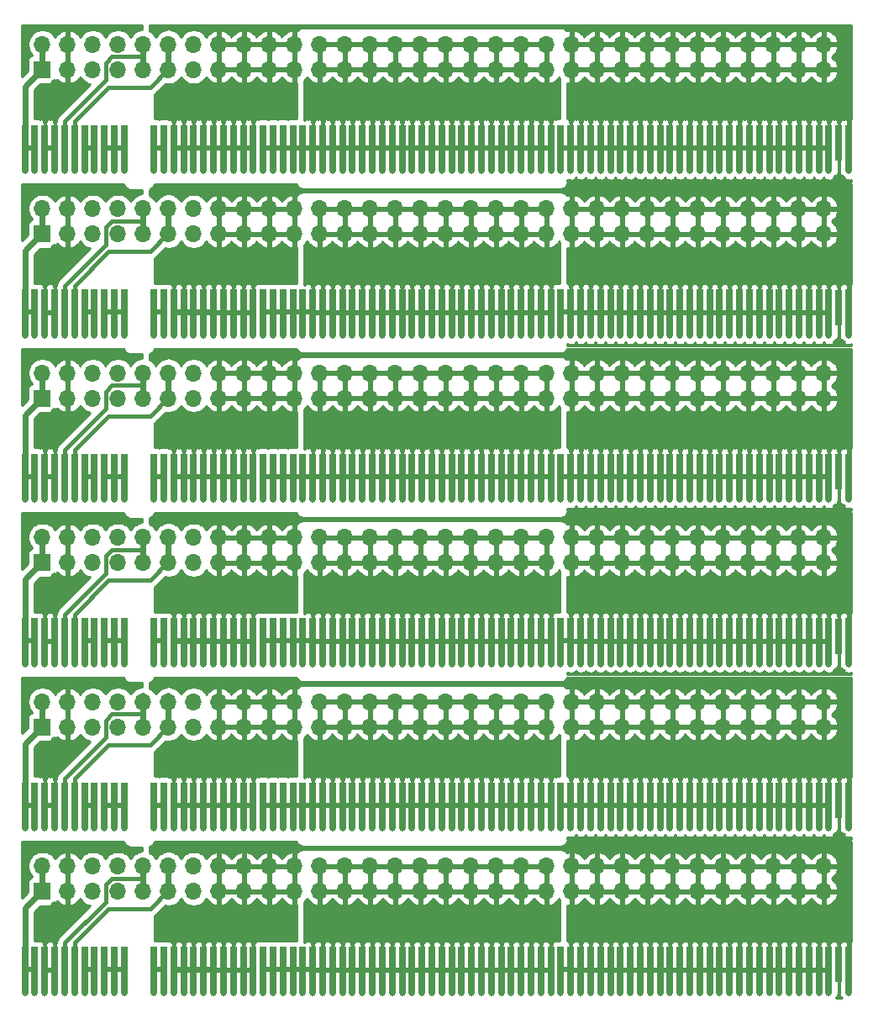
<source format=gtl>
G04 #@! TF.GenerationSoftware,KiCad,Pcbnew,(5.1.5)-3*
G04 #@! TF.CreationDate,2019-12-27T07:11:16+09:00*
G04 #@! TF.ProjectId,PCIeAdapter_x6,50434965-4164-4617-9074-65725f78362e,rev?*
G04 #@! TF.SameCoordinates,Original*
G04 #@! TF.FileFunction,Copper,L1,Top*
G04 #@! TF.FilePolarity,Positive*
%FSLAX46Y46*%
G04 Gerber Fmt 4.6, Leading zero omitted, Abs format (unit mm)*
G04 Created by KiCad (PCBNEW (5.1.5)-3) date 2019-12-27 07:11:16*
%MOMM*%
%LPD*%
G04 APERTURE LIST*
%ADD10O,1.700000X1.700000*%
%ADD11R,1.700000X1.700000*%
%ADD12C,0.650000*%
%ADD13R,0.650000X4.600000*%
%ADD14R,0.650000X3.600000*%
%ADD15C,0.800000*%
%ADD16C,0.500000*%
%ADD17C,0.600000*%
%ADD18C,0.400000*%
%ADD19C,0.254000*%
G04 APERTURE END LIST*
D10*
X190500000Y-52310000D03*
X190500000Y-54850000D03*
X187960000Y-52310000D03*
X187960000Y-54850000D03*
X185420000Y-52310000D03*
X185420000Y-54850000D03*
X182880000Y-52310000D03*
X182880000Y-54850000D03*
X180340000Y-52310000D03*
X180340000Y-54850000D03*
X177800000Y-52310000D03*
X177800000Y-54850000D03*
X175260000Y-52310000D03*
X175260000Y-54850000D03*
X172720000Y-52310000D03*
X172720000Y-54850000D03*
X170180000Y-52310000D03*
X170180000Y-54850000D03*
X167640000Y-52310000D03*
X167640000Y-54850000D03*
X165100000Y-52310000D03*
X165100000Y-54850000D03*
X162560000Y-52310000D03*
X162560000Y-54850000D03*
X160020000Y-52310000D03*
X160020000Y-54850000D03*
X157480000Y-52310000D03*
X157480000Y-54850000D03*
X154940000Y-52310000D03*
X154940000Y-54850000D03*
X152400000Y-52310000D03*
X152400000Y-54850000D03*
X149860000Y-52310000D03*
X149860000Y-54850000D03*
X147320000Y-52310000D03*
X147320000Y-54850000D03*
X144780000Y-52310000D03*
X144780000Y-54850000D03*
X142240000Y-52310000D03*
X142240000Y-54850000D03*
X139700000Y-52310000D03*
X139700000Y-54850000D03*
X137160000Y-52310000D03*
X137160000Y-54850000D03*
X134620000Y-52310000D03*
X134620000Y-54850000D03*
X132080000Y-52310000D03*
X132080000Y-54850000D03*
X129540000Y-52310000D03*
X129540000Y-54850000D03*
X127000000Y-52310000D03*
X127000000Y-54850000D03*
X124460000Y-52310000D03*
X124460000Y-54850000D03*
X121920000Y-52310000D03*
X121920000Y-54850000D03*
X119380000Y-52310000D03*
X119380000Y-54850000D03*
X116840000Y-52310000D03*
X116840000Y-54850000D03*
X114300000Y-52310000D03*
X114300000Y-54850000D03*
X111760000Y-52310000D03*
D11*
X111760000Y-54850000D03*
D12*
X182000000Y-65050000D03*
X181000000Y-65050000D03*
D13*
X180000000Y-62750000D03*
X181000000Y-62750000D03*
D12*
X172000000Y-65050000D03*
D13*
X174000000Y-62750000D03*
D12*
X176000000Y-65050000D03*
X179000000Y-65050000D03*
X180000000Y-65050000D03*
D13*
X179000000Y-62750000D03*
D12*
X169000000Y-65050000D03*
D13*
X178000000Y-62750000D03*
D12*
X174000000Y-65050000D03*
X170000000Y-65050000D03*
D13*
X170000000Y-62750000D03*
X172000000Y-62750000D03*
X171000000Y-62750000D03*
D12*
X177000000Y-65050000D03*
D13*
X177000000Y-62750000D03*
D12*
X168000000Y-65050000D03*
X165000000Y-65050000D03*
X167000000Y-65050000D03*
X178000000Y-65050000D03*
X173000000Y-65050000D03*
D13*
X173000000Y-62750000D03*
X169000000Y-62750000D03*
D12*
X166000000Y-65050000D03*
X171000000Y-65050000D03*
D13*
X176000000Y-62750000D03*
D12*
X175000000Y-65050000D03*
D13*
X175000000Y-62750000D03*
D12*
X161000000Y-65050000D03*
D13*
X161000000Y-62750000D03*
D12*
X168000000Y-65050000D03*
D13*
X168000000Y-62750000D03*
D12*
X159000000Y-65050000D03*
X153000000Y-65050000D03*
X152000000Y-65050000D03*
X155000000Y-65050000D03*
D13*
X162000000Y-62750000D03*
X165000000Y-62750000D03*
D12*
X154000000Y-65050000D03*
X158000000Y-65050000D03*
D13*
X166000000Y-62750000D03*
D12*
X162000000Y-65050000D03*
X160000000Y-65050000D03*
D13*
X159000000Y-62750000D03*
D12*
X164000000Y-65050000D03*
D13*
X164000000Y-62750000D03*
D12*
X156000000Y-65050000D03*
X157000000Y-65050000D03*
D13*
X167000000Y-62750000D03*
X157000000Y-62750000D03*
X163000000Y-62750000D03*
D12*
X163000000Y-65050000D03*
D13*
X160000000Y-62750000D03*
X156000000Y-62750000D03*
X153000000Y-62750000D03*
X155000000Y-62750000D03*
X158000000Y-62750000D03*
X154000000Y-62750000D03*
D12*
X152000000Y-65050000D03*
D13*
X151000000Y-62750000D03*
X152000000Y-62750000D03*
D12*
X150000000Y-65050000D03*
X149000000Y-65050000D03*
X148000000Y-65050000D03*
X151000000Y-65050000D03*
D13*
X147000000Y-62750000D03*
X148000000Y-62750000D03*
X150000000Y-62750000D03*
X149000000Y-62750000D03*
D12*
X146000000Y-65050000D03*
X145000000Y-65050000D03*
X144000000Y-65050000D03*
X147000000Y-65050000D03*
X143000000Y-65050000D03*
D13*
X144000000Y-62750000D03*
X146000000Y-62750000D03*
X145000000Y-62750000D03*
D12*
X142000000Y-65050000D03*
X141000000Y-65050000D03*
X140000000Y-65050000D03*
X139000000Y-65050000D03*
D13*
X143000000Y-62750000D03*
X140000000Y-62750000D03*
X142000000Y-62750000D03*
X141000000Y-62750000D03*
D12*
X137000000Y-65050000D03*
X136000000Y-65050000D03*
X138000000Y-65050000D03*
D13*
X136000000Y-62750000D03*
X137000000Y-62750000D03*
X139000000Y-62750000D03*
X138000000Y-62750000D03*
X134000000Y-62750000D03*
D12*
X134000000Y-65050000D03*
X129000000Y-65050000D03*
X132000000Y-65050000D03*
X130000000Y-65050000D03*
X133000000Y-65050000D03*
X131000000Y-65050000D03*
D13*
X131000000Y-62750000D03*
X130000000Y-62750000D03*
X132000000Y-62750000D03*
D12*
X135000000Y-65050000D03*
D13*
X135000000Y-62750000D03*
X133000000Y-62750000D03*
D12*
X128000000Y-65050000D03*
D13*
X128000000Y-62750000D03*
D12*
X111000000Y-65050000D03*
X127000000Y-65050000D03*
X126000000Y-65050000D03*
X125000000Y-65050000D03*
X124000000Y-65050000D03*
X123000000Y-65050000D03*
X110000000Y-65050000D03*
X120000000Y-65050000D03*
X119000000Y-65050000D03*
X118000000Y-65050000D03*
X117000000Y-65050000D03*
X116000000Y-65050000D03*
X115000000Y-65050000D03*
X114000000Y-65050000D03*
X113000000Y-65050000D03*
X112000000Y-65050000D03*
D13*
X124000000Y-62750000D03*
X123000000Y-62750000D03*
X129000000Y-62750000D03*
X127000000Y-62750000D03*
X126000000Y-62750000D03*
X125000000Y-62750000D03*
X120000000Y-62750000D03*
X119000000Y-62750000D03*
X118000000Y-62750000D03*
X117000000Y-62750000D03*
X116000000Y-62750000D03*
X115000000Y-62750000D03*
X114000000Y-62750000D03*
X113000000Y-62750000D03*
X112000000Y-62750000D03*
X111000000Y-62750000D03*
X110000000Y-62750000D03*
D12*
X184000000Y-65050000D03*
D13*
X193000000Y-62750000D03*
X186000000Y-62750000D03*
X184000000Y-62750000D03*
D12*
X188000000Y-65050000D03*
D13*
X190000000Y-62750000D03*
D12*
X186000000Y-65050000D03*
D13*
X187000000Y-62750000D03*
D12*
X190000000Y-65050000D03*
X187000000Y-65050000D03*
X185000000Y-65050000D03*
X191000000Y-65050000D03*
D13*
X185000000Y-62750000D03*
X183000000Y-62750000D03*
X191000000Y-62750000D03*
X189000000Y-62750000D03*
D12*
X183000000Y-65050000D03*
D13*
X182000000Y-62750000D03*
X188000000Y-62750000D03*
D12*
X189000000Y-65050000D03*
X193000000Y-65050000D03*
D14*
X192000000Y-62250000D03*
X192000000Y-78800000D03*
D12*
X193000000Y-81600000D03*
X189000000Y-81600000D03*
D13*
X188000000Y-79300000D03*
X182000000Y-79300000D03*
D12*
X183000000Y-81600000D03*
D13*
X189000000Y-79300000D03*
X191000000Y-79300000D03*
X183000000Y-79300000D03*
X185000000Y-79300000D03*
D12*
X191000000Y-81600000D03*
X185000000Y-81600000D03*
X187000000Y-81600000D03*
X190000000Y-81600000D03*
D13*
X187000000Y-79300000D03*
D12*
X186000000Y-81600000D03*
D13*
X190000000Y-79300000D03*
D12*
X188000000Y-81600000D03*
D13*
X184000000Y-79300000D03*
X186000000Y-79300000D03*
X193000000Y-79300000D03*
D12*
X184000000Y-81600000D03*
D13*
X110000000Y-79300000D03*
X111000000Y-79300000D03*
X112000000Y-79300000D03*
X113000000Y-79300000D03*
X114000000Y-79300000D03*
X115000000Y-79300000D03*
X116000000Y-79300000D03*
X117000000Y-79300000D03*
X118000000Y-79300000D03*
X119000000Y-79300000D03*
X120000000Y-79300000D03*
X125000000Y-79300000D03*
X126000000Y-79300000D03*
X127000000Y-79300000D03*
X129000000Y-79300000D03*
X123000000Y-79300000D03*
X124000000Y-79300000D03*
D12*
X112000000Y-81600000D03*
X113000000Y-81600000D03*
X114000000Y-81600000D03*
X115000000Y-81600000D03*
X116000000Y-81600000D03*
X117000000Y-81600000D03*
X118000000Y-81600000D03*
X119000000Y-81600000D03*
X120000000Y-81600000D03*
X110000000Y-81600000D03*
X123000000Y-81600000D03*
X124000000Y-81600000D03*
X125000000Y-81600000D03*
X126000000Y-81600000D03*
X127000000Y-81600000D03*
X111000000Y-81600000D03*
D13*
X128000000Y-79300000D03*
D12*
X128000000Y-81600000D03*
D13*
X133000000Y-79300000D03*
X135000000Y-79300000D03*
D12*
X135000000Y-81600000D03*
D13*
X132000000Y-79300000D03*
X130000000Y-79300000D03*
X131000000Y-79300000D03*
D12*
X131000000Y-81600000D03*
X133000000Y-81600000D03*
X130000000Y-81600000D03*
X132000000Y-81600000D03*
X129000000Y-81600000D03*
X134000000Y-81600000D03*
D13*
X134000000Y-79300000D03*
X138000000Y-79300000D03*
X139000000Y-79300000D03*
X137000000Y-79300000D03*
X136000000Y-79300000D03*
D12*
X138000000Y-81600000D03*
X136000000Y-81600000D03*
X137000000Y-81600000D03*
D13*
X141000000Y-79300000D03*
X142000000Y-79300000D03*
X140000000Y-79300000D03*
X143000000Y-79300000D03*
D12*
X139000000Y-81600000D03*
X140000000Y-81600000D03*
X141000000Y-81600000D03*
X142000000Y-81600000D03*
D13*
X145000000Y-79300000D03*
X146000000Y-79300000D03*
X144000000Y-79300000D03*
D12*
X143000000Y-81600000D03*
X147000000Y-81600000D03*
X144000000Y-81600000D03*
X145000000Y-81600000D03*
X146000000Y-81600000D03*
D13*
X149000000Y-79300000D03*
X150000000Y-79300000D03*
X148000000Y-79300000D03*
X147000000Y-79300000D03*
D12*
X151000000Y-81600000D03*
X148000000Y-81600000D03*
X149000000Y-81600000D03*
X150000000Y-81600000D03*
D13*
X152000000Y-79300000D03*
X151000000Y-79300000D03*
D12*
X152000000Y-81600000D03*
D13*
X154000000Y-79300000D03*
X158000000Y-79300000D03*
X155000000Y-79300000D03*
X153000000Y-79300000D03*
X156000000Y-79300000D03*
X160000000Y-79300000D03*
D12*
X163000000Y-81600000D03*
D13*
X163000000Y-79300000D03*
X157000000Y-79300000D03*
X167000000Y-79300000D03*
D12*
X157000000Y-81600000D03*
X156000000Y-81600000D03*
D13*
X164000000Y-79300000D03*
D12*
X164000000Y-81600000D03*
D13*
X159000000Y-79300000D03*
D12*
X160000000Y-81600000D03*
X162000000Y-81600000D03*
D13*
X166000000Y-79300000D03*
D12*
X158000000Y-81600000D03*
X154000000Y-81600000D03*
D13*
X165000000Y-79300000D03*
X162000000Y-79300000D03*
D12*
X155000000Y-81600000D03*
X152000000Y-81600000D03*
X153000000Y-81600000D03*
X159000000Y-81600000D03*
D13*
X168000000Y-79300000D03*
D12*
X168000000Y-81600000D03*
D13*
X161000000Y-79300000D03*
D12*
X161000000Y-81600000D03*
D13*
X175000000Y-79300000D03*
D12*
X175000000Y-81600000D03*
D13*
X176000000Y-79300000D03*
D12*
X171000000Y-81600000D03*
X166000000Y-81600000D03*
D13*
X169000000Y-79300000D03*
X173000000Y-79300000D03*
D12*
X173000000Y-81600000D03*
X178000000Y-81600000D03*
X167000000Y-81600000D03*
X165000000Y-81600000D03*
X168000000Y-81600000D03*
D13*
X177000000Y-79300000D03*
D12*
X177000000Y-81600000D03*
D13*
X171000000Y-79300000D03*
X172000000Y-79300000D03*
X170000000Y-79300000D03*
D12*
X170000000Y-81600000D03*
X174000000Y-81600000D03*
D13*
X178000000Y-79300000D03*
D12*
X169000000Y-81600000D03*
D13*
X179000000Y-79300000D03*
D12*
X180000000Y-81600000D03*
X179000000Y-81600000D03*
X176000000Y-81600000D03*
D13*
X174000000Y-79300000D03*
D12*
X172000000Y-81600000D03*
D13*
X181000000Y-79300000D03*
X180000000Y-79300000D03*
D12*
X181000000Y-81600000D03*
X182000000Y-81600000D03*
D14*
X192000000Y-95350000D03*
D12*
X193000000Y-98150000D03*
X189000000Y-98150000D03*
D13*
X188000000Y-95850000D03*
X182000000Y-95850000D03*
D12*
X183000000Y-98150000D03*
D13*
X189000000Y-95850000D03*
X191000000Y-95850000D03*
X183000000Y-95850000D03*
X185000000Y-95850000D03*
D12*
X191000000Y-98150000D03*
X185000000Y-98150000D03*
X187000000Y-98150000D03*
X190000000Y-98150000D03*
D13*
X187000000Y-95850000D03*
D12*
X186000000Y-98150000D03*
D13*
X190000000Y-95850000D03*
D12*
X188000000Y-98150000D03*
D13*
X184000000Y-95850000D03*
X186000000Y-95850000D03*
X193000000Y-95850000D03*
D12*
X184000000Y-98150000D03*
D13*
X110000000Y-95850000D03*
X111000000Y-95850000D03*
X112000000Y-95850000D03*
X113000000Y-95850000D03*
X114000000Y-95850000D03*
X115000000Y-95850000D03*
X116000000Y-95850000D03*
X117000000Y-95850000D03*
X118000000Y-95850000D03*
X119000000Y-95850000D03*
X120000000Y-95850000D03*
X125000000Y-95850000D03*
X126000000Y-95850000D03*
X127000000Y-95850000D03*
X129000000Y-95850000D03*
X123000000Y-95850000D03*
X124000000Y-95850000D03*
D12*
X112000000Y-98150000D03*
X113000000Y-98150000D03*
X114000000Y-98150000D03*
X115000000Y-98150000D03*
X116000000Y-98150000D03*
X117000000Y-98150000D03*
X118000000Y-98150000D03*
X119000000Y-98150000D03*
X120000000Y-98150000D03*
X110000000Y-98150000D03*
X123000000Y-98150000D03*
X124000000Y-98150000D03*
X125000000Y-98150000D03*
X126000000Y-98150000D03*
X127000000Y-98150000D03*
X111000000Y-98150000D03*
D13*
X128000000Y-95850000D03*
D12*
X128000000Y-98150000D03*
D13*
X133000000Y-95850000D03*
X135000000Y-95850000D03*
D12*
X135000000Y-98150000D03*
D13*
X132000000Y-95850000D03*
X130000000Y-95850000D03*
X131000000Y-95850000D03*
D12*
X131000000Y-98150000D03*
X133000000Y-98150000D03*
X130000000Y-98150000D03*
X132000000Y-98150000D03*
X129000000Y-98150000D03*
X134000000Y-98150000D03*
D13*
X134000000Y-95850000D03*
X138000000Y-95850000D03*
X139000000Y-95850000D03*
X137000000Y-95850000D03*
X136000000Y-95850000D03*
D12*
X138000000Y-98150000D03*
X136000000Y-98150000D03*
X137000000Y-98150000D03*
D13*
X141000000Y-95850000D03*
X142000000Y-95850000D03*
X140000000Y-95850000D03*
X143000000Y-95850000D03*
D12*
X139000000Y-98150000D03*
X140000000Y-98150000D03*
X141000000Y-98150000D03*
X142000000Y-98150000D03*
D13*
X145000000Y-95850000D03*
X146000000Y-95850000D03*
X144000000Y-95850000D03*
D12*
X143000000Y-98150000D03*
X147000000Y-98150000D03*
X144000000Y-98150000D03*
X145000000Y-98150000D03*
X146000000Y-98150000D03*
D13*
X149000000Y-95850000D03*
X150000000Y-95850000D03*
X148000000Y-95850000D03*
X147000000Y-95850000D03*
D12*
X151000000Y-98150000D03*
X148000000Y-98150000D03*
X149000000Y-98150000D03*
X150000000Y-98150000D03*
D13*
X152000000Y-95850000D03*
X151000000Y-95850000D03*
D12*
X152000000Y-98150000D03*
D13*
X154000000Y-95850000D03*
X158000000Y-95850000D03*
X155000000Y-95850000D03*
X153000000Y-95850000D03*
X156000000Y-95850000D03*
X160000000Y-95850000D03*
D12*
X163000000Y-98150000D03*
D13*
X163000000Y-95850000D03*
X157000000Y-95850000D03*
X167000000Y-95850000D03*
D12*
X157000000Y-98150000D03*
X156000000Y-98150000D03*
D13*
X164000000Y-95850000D03*
D12*
X164000000Y-98150000D03*
D13*
X159000000Y-95850000D03*
D12*
X160000000Y-98150000D03*
X162000000Y-98150000D03*
D13*
X166000000Y-95850000D03*
D12*
X158000000Y-98150000D03*
X154000000Y-98150000D03*
D13*
X165000000Y-95850000D03*
X162000000Y-95850000D03*
D12*
X155000000Y-98150000D03*
X152000000Y-98150000D03*
X153000000Y-98150000D03*
X159000000Y-98150000D03*
D13*
X168000000Y-95850000D03*
D12*
X168000000Y-98150000D03*
D13*
X161000000Y-95850000D03*
D12*
X161000000Y-98150000D03*
D13*
X175000000Y-95850000D03*
D12*
X175000000Y-98150000D03*
D13*
X176000000Y-95850000D03*
D12*
X171000000Y-98150000D03*
X166000000Y-98150000D03*
D13*
X169000000Y-95850000D03*
X173000000Y-95850000D03*
D12*
X173000000Y-98150000D03*
X178000000Y-98150000D03*
X167000000Y-98150000D03*
X165000000Y-98150000D03*
X168000000Y-98150000D03*
D13*
X177000000Y-95850000D03*
D12*
X177000000Y-98150000D03*
D13*
X171000000Y-95850000D03*
X172000000Y-95850000D03*
X170000000Y-95850000D03*
D12*
X170000000Y-98150000D03*
X174000000Y-98150000D03*
D13*
X178000000Y-95850000D03*
D12*
X169000000Y-98150000D03*
D13*
X179000000Y-95850000D03*
D12*
X180000000Y-98150000D03*
X179000000Y-98150000D03*
X176000000Y-98150000D03*
D13*
X174000000Y-95850000D03*
D12*
X172000000Y-98150000D03*
D13*
X181000000Y-95850000D03*
X180000000Y-95850000D03*
D12*
X181000000Y-98150000D03*
X182000000Y-98150000D03*
D14*
X192000000Y-111900000D03*
D12*
X193000000Y-114700000D03*
X189000000Y-114700000D03*
D13*
X188000000Y-112400000D03*
X182000000Y-112400000D03*
D12*
X183000000Y-114700000D03*
D13*
X189000000Y-112400000D03*
X191000000Y-112400000D03*
X183000000Y-112400000D03*
X185000000Y-112400000D03*
D12*
X191000000Y-114700000D03*
X185000000Y-114700000D03*
X187000000Y-114700000D03*
X190000000Y-114700000D03*
D13*
X187000000Y-112400000D03*
D12*
X186000000Y-114700000D03*
D13*
X190000000Y-112400000D03*
D12*
X188000000Y-114700000D03*
D13*
X184000000Y-112400000D03*
X186000000Y-112400000D03*
X193000000Y-112400000D03*
D12*
X184000000Y-114700000D03*
D13*
X110000000Y-112400000D03*
X111000000Y-112400000D03*
X112000000Y-112400000D03*
X113000000Y-112400000D03*
X114000000Y-112400000D03*
X115000000Y-112400000D03*
X116000000Y-112400000D03*
X117000000Y-112400000D03*
X118000000Y-112400000D03*
X119000000Y-112400000D03*
X120000000Y-112400000D03*
X125000000Y-112400000D03*
X126000000Y-112400000D03*
X127000000Y-112400000D03*
X129000000Y-112400000D03*
X123000000Y-112400000D03*
X124000000Y-112400000D03*
D12*
X112000000Y-114700000D03*
X113000000Y-114700000D03*
X114000000Y-114700000D03*
X115000000Y-114700000D03*
X116000000Y-114700000D03*
X117000000Y-114700000D03*
X118000000Y-114700000D03*
X119000000Y-114700000D03*
X120000000Y-114700000D03*
X110000000Y-114700000D03*
X123000000Y-114700000D03*
X124000000Y-114700000D03*
X125000000Y-114700000D03*
X126000000Y-114700000D03*
X127000000Y-114700000D03*
X111000000Y-114700000D03*
D13*
X128000000Y-112400000D03*
D12*
X128000000Y-114700000D03*
D13*
X133000000Y-112400000D03*
X135000000Y-112400000D03*
D12*
X135000000Y-114700000D03*
D13*
X132000000Y-112400000D03*
X130000000Y-112400000D03*
X131000000Y-112400000D03*
D12*
X131000000Y-114700000D03*
X133000000Y-114700000D03*
X130000000Y-114700000D03*
X132000000Y-114700000D03*
X129000000Y-114700000D03*
X134000000Y-114700000D03*
D13*
X134000000Y-112400000D03*
X138000000Y-112400000D03*
X139000000Y-112400000D03*
X137000000Y-112400000D03*
X136000000Y-112400000D03*
D12*
X138000000Y-114700000D03*
X136000000Y-114700000D03*
X137000000Y-114700000D03*
D13*
X141000000Y-112400000D03*
X142000000Y-112400000D03*
X140000000Y-112400000D03*
X143000000Y-112400000D03*
D12*
X139000000Y-114700000D03*
X140000000Y-114700000D03*
X141000000Y-114700000D03*
X142000000Y-114700000D03*
D13*
X145000000Y-112400000D03*
X146000000Y-112400000D03*
X144000000Y-112400000D03*
D12*
X143000000Y-114700000D03*
X147000000Y-114700000D03*
X144000000Y-114700000D03*
X145000000Y-114700000D03*
X146000000Y-114700000D03*
D13*
X149000000Y-112400000D03*
X150000000Y-112400000D03*
X148000000Y-112400000D03*
X147000000Y-112400000D03*
D12*
X151000000Y-114700000D03*
X148000000Y-114700000D03*
X149000000Y-114700000D03*
X150000000Y-114700000D03*
D13*
X152000000Y-112400000D03*
X151000000Y-112400000D03*
D12*
X152000000Y-114700000D03*
D13*
X154000000Y-112400000D03*
X158000000Y-112400000D03*
X155000000Y-112400000D03*
X153000000Y-112400000D03*
X156000000Y-112400000D03*
X160000000Y-112400000D03*
D12*
X163000000Y-114700000D03*
D13*
X163000000Y-112400000D03*
X157000000Y-112400000D03*
X167000000Y-112400000D03*
D12*
X157000000Y-114700000D03*
X156000000Y-114700000D03*
D13*
X164000000Y-112400000D03*
D12*
X164000000Y-114700000D03*
D13*
X159000000Y-112400000D03*
D12*
X160000000Y-114700000D03*
X162000000Y-114700000D03*
D13*
X166000000Y-112400000D03*
D12*
X158000000Y-114700000D03*
X154000000Y-114700000D03*
D13*
X165000000Y-112400000D03*
X162000000Y-112400000D03*
D12*
X155000000Y-114700000D03*
X152000000Y-114700000D03*
X153000000Y-114700000D03*
X159000000Y-114700000D03*
D13*
X168000000Y-112400000D03*
D12*
X168000000Y-114700000D03*
D13*
X161000000Y-112400000D03*
D12*
X161000000Y-114700000D03*
D13*
X175000000Y-112400000D03*
D12*
X175000000Y-114700000D03*
D13*
X176000000Y-112400000D03*
D12*
X171000000Y-114700000D03*
X166000000Y-114700000D03*
D13*
X169000000Y-112400000D03*
X173000000Y-112400000D03*
D12*
X173000000Y-114700000D03*
X178000000Y-114700000D03*
X167000000Y-114700000D03*
X165000000Y-114700000D03*
X168000000Y-114700000D03*
D13*
X177000000Y-112400000D03*
D12*
X177000000Y-114700000D03*
D13*
X171000000Y-112400000D03*
X172000000Y-112400000D03*
X170000000Y-112400000D03*
D12*
X170000000Y-114700000D03*
X174000000Y-114700000D03*
D13*
X178000000Y-112400000D03*
D12*
X169000000Y-114700000D03*
D13*
X179000000Y-112400000D03*
D12*
X180000000Y-114700000D03*
X179000000Y-114700000D03*
X176000000Y-114700000D03*
D13*
X174000000Y-112400000D03*
D12*
X172000000Y-114700000D03*
D13*
X181000000Y-112400000D03*
X180000000Y-112400000D03*
D12*
X181000000Y-114700000D03*
X182000000Y-114700000D03*
D14*
X192000000Y-128450000D03*
D12*
X193000000Y-131250000D03*
X189000000Y-131250000D03*
D13*
X188000000Y-128950000D03*
X182000000Y-128950000D03*
D12*
X183000000Y-131250000D03*
D13*
X189000000Y-128950000D03*
X191000000Y-128950000D03*
X183000000Y-128950000D03*
X185000000Y-128950000D03*
D12*
X191000000Y-131250000D03*
X185000000Y-131250000D03*
X187000000Y-131250000D03*
X190000000Y-131250000D03*
D13*
X187000000Y-128950000D03*
D12*
X186000000Y-131250000D03*
D13*
X190000000Y-128950000D03*
D12*
X188000000Y-131250000D03*
D13*
X184000000Y-128950000D03*
X186000000Y-128950000D03*
X193000000Y-128950000D03*
D12*
X184000000Y-131250000D03*
D13*
X110000000Y-128950000D03*
X111000000Y-128950000D03*
X112000000Y-128950000D03*
X113000000Y-128950000D03*
X114000000Y-128950000D03*
X115000000Y-128950000D03*
X116000000Y-128950000D03*
X117000000Y-128950000D03*
X118000000Y-128950000D03*
X119000000Y-128950000D03*
X120000000Y-128950000D03*
X125000000Y-128950000D03*
X126000000Y-128950000D03*
X127000000Y-128950000D03*
X129000000Y-128950000D03*
X123000000Y-128950000D03*
X124000000Y-128950000D03*
D12*
X112000000Y-131250000D03*
X113000000Y-131250000D03*
X114000000Y-131250000D03*
X115000000Y-131250000D03*
X116000000Y-131250000D03*
X117000000Y-131250000D03*
X118000000Y-131250000D03*
X119000000Y-131250000D03*
X120000000Y-131250000D03*
X110000000Y-131250000D03*
X123000000Y-131250000D03*
X124000000Y-131250000D03*
X125000000Y-131250000D03*
X126000000Y-131250000D03*
X127000000Y-131250000D03*
X111000000Y-131250000D03*
D13*
X128000000Y-128950000D03*
D12*
X128000000Y-131250000D03*
D13*
X133000000Y-128950000D03*
X135000000Y-128950000D03*
D12*
X135000000Y-131250000D03*
D13*
X132000000Y-128950000D03*
X130000000Y-128950000D03*
X131000000Y-128950000D03*
D12*
X131000000Y-131250000D03*
X133000000Y-131250000D03*
X130000000Y-131250000D03*
X132000000Y-131250000D03*
X129000000Y-131250000D03*
X134000000Y-131250000D03*
D13*
X134000000Y-128950000D03*
X138000000Y-128950000D03*
X139000000Y-128950000D03*
X137000000Y-128950000D03*
X136000000Y-128950000D03*
D12*
X138000000Y-131250000D03*
X136000000Y-131250000D03*
X137000000Y-131250000D03*
D13*
X141000000Y-128950000D03*
X142000000Y-128950000D03*
X140000000Y-128950000D03*
X143000000Y-128950000D03*
D12*
X139000000Y-131250000D03*
X140000000Y-131250000D03*
X141000000Y-131250000D03*
X142000000Y-131250000D03*
D13*
X145000000Y-128950000D03*
X146000000Y-128950000D03*
X144000000Y-128950000D03*
D12*
X143000000Y-131250000D03*
X147000000Y-131250000D03*
X144000000Y-131250000D03*
X145000000Y-131250000D03*
X146000000Y-131250000D03*
D13*
X149000000Y-128950000D03*
X150000000Y-128950000D03*
X148000000Y-128950000D03*
X147000000Y-128950000D03*
D12*
X151000000Y-131250000D03*
X148000000Y-131250000D03*
X149000000Y-131250000D03*
X150000000Y-131250000D03*
D13*
X152000000Y-128950000D03*
X151000000Y-128950000D03*
D12*
X152000000Y-131250000D03*
D13*
X154000000Y-128950000D03*
X158000000Y-128950000D03*
X155000000Y-128950000D03*
X153000000Y-128950000D03*
X156000000Y-128950000D03*
X160000000Y-128950000D03*
D12*
X163000000Y-131250000D03*
D13*
X163000000Y-128950000D03*
X157000000Y-128950000D03*
X167000000Y-128950000D03*
D12*
X157000000Y-131250000D03*
X156000000Y-131250000D03*
D13*
X164000000Y-128950000D03*
D12*
X164000000Y-131250000D03*
D13*
X159000000Y-128950000D03*
D12*
X160000000Y-131250000D03*
X162000000Y-131250000D03*
D13*
X166000000Y-128950000D03*
D12*
X158000000Y-131250000D03*
X154000000Y-131250000D03*
D13*
X165000000Y-128950000D03*
X162000000Y-128950000D03*
D12*
X155000000Y-131250000D03*
X152000000Y-131250000D03*
X153000000Y-131250000D03*
X159000000Y-131250000D03*
D13*
X168000000Y-128950000D03*
D12*
X168000000Y-131250000D03*
D13*
X161000000Y-128950000D03*
D12*
X161000000Y-131250000D03*
D13*
X175000000Y-128950000D03*
D12*
X175000000Y-131250000D03*
D13*
X176000000Y-128950000D03*
D12*
X171000000Y-131250000D03*
X166000000Y-131250000D03*
D13*
X169000000Y-128950000D03*
X173000000Y-128950000D03*
D12*
X173000000Y-131250000D03*
X178000000Y-131250000D03*
X167000000Y-131250000D03*
X165000000Y-131250000D03*
X168000000Y-131250000D03*
D13*
X177000000Y-128950000D03*
D12*
X177000000Y-131250000D03*
D13*
X171000000Y-128950000D03*
X172000000Y-128950000D03*
X170000000Y-128950000D03*
D12*
X170000000Y-131250000D03*
X174000000Y-131250000D03*
D13*
X178000000Y-128950000D03*
D12*
X169000000Y-131250000D03*
D13*
X179000000Y-128950000D03*
D12*
X180000000Y-131250000D03*
X179000000Y-131250000D03*
X176000000Y-131250000D03*
D13*
X174000000Y-128950000D03*
D12*
X172000000Y-131250000D03*
D13*
X181000000Y-128950000D03*
X180000000Y-128950000D03*
D12*
X181000000Y-131250000D03*
X182000000Y-131250000D03*
D11*
X111760000Y-71400000D03*
D10*
X111760000Y-68860000D03*
X114300000Y-71400000D03*
X114300000Y-68860000D03*
X116840000Y-71400000D03*
X116840000Y-68860000D03*
X119380000Y-71400000D03*
X119380000Y-68860000D03*
X121920000Y-71400000D03*
X121920000Y-68860000D03*
X124460000Y-71400000D03*
X124460000Y-68860000D03*
X127000000Y-71400000D03*
X127000000Y-68860000D03*
X129540000Y-71400000D03*
X129540000Y-68860000D03*
X132080000Y-71400000D03*
X132080000Y-68860000D03*
X134620000Y-71400000D03*
X134620000Y-68860000D03*
X137160000Y-71400000D03*
X137160000Y-68860000D03*
X139700000Y-71400000D03*
X139700000Y-68860000D03*
X142240000Y-71400000D03*
X142240000Y-68860000D03*
X144780000Y-71400000D03*
X144780000Y-68860000D03*
X147320000Y-71400000D03*
X147320000Y-68860000D03*
X149860000Y-71400000D03*
X149860000Y-68860000D03*
X152400000Y-71400000D03*
X152400000Y-68860000D03*
X154940000Y-71400000D03*
X154940000Y-68860000D03*
X157480000Y-71400000D03*
X157480000Y-68860000D03*
X160020000Y-71400000D03*
X160020000Y-68860000D03*
X162560000Y-71400000D03*
X162560000Y-68860000D03*
X165100000Y-71400000D03*
X165100000Y-68860000D03*
X167640000Y-71400000D03*
X167640000Y-68860000D03*
X170180000Y-71400000D03*
X170180000Y-68860000D03*
X172720000Y-71400000D03*
X172720000Y-68860000D03*
X175260000Y-71400000D03*
X175260000Y-68860000D03*
X177800000Y-71400000D03*
X177800000Y-68860000D03*
X180340000Y-71400000D03*
X180340000Y-68860000D03*
X182880000Y-71400000D03*
X182880000Y-68860000D03*
X185420000Y-71400000D03*
X185420000Y-68860000D03*
X187960000Y-71400000D03*
X187960000Y-68860000D03*
X190500000Y-71400000D03*
X190500000Y-68860000D03*
D11*
X111760000Y-87950000D03*
D10*
X111760000Y-85410000D03*
X114300000Y-87950000D03*
X114300000Y-85410000D03*
X116840000Y-87950000D03*
X116840000Y-85410000D03*
X119380000Y-87950000D03*
X119380000Y-85410000D03*
X121920000Y-87950000D03*
X121920000Y-85410000D03*
X124460000Y-87950000D03*
X124460000Y-85410000D03*
X127000000Y-87950000D03*
X127000000Y-85410000D03*
X129540000Y-87950000D03*
X129540000Y-85410000D03*
X132080000Y-87950000D03*
X132080000Y-85410000D03*
X134620000Y-87950000D03*
X134620000Y-85410000D03*
X137160000Y-87950000D03*
X137160000Y-85410000D03*
X139700000Y-87950000D03*
X139700000Y-85410000D03*
X142240000Y-87950000D03*
X142240000Y-85410000D03*
X144780000Y-87950000D03*
X144780000Y-85410000D03*
X147320000Y-87950000D03*
X147320000Y-85410000D03*
X149860000Y-87950000D03*
X149860000Y-85410000D03*
X152400000Y-87950000D03*
X152400000Y-85410000D03*
X154940000Y-87950000D03*
X154940000Y-85410000D03*
X157480000Y-87950000D03*
X157480000Y-85410000D03*
X160020000Y-87950000D03*
X160020000Y-85410000D03*
X162560000Y-87950000D03*
X162560000Y-85410000D03*
X165100000Y-87950000D03*
X165100000Y-85410000D03*
X167640000Y-87950000D03*
X167640000Y-85410000D03*
X170180000Y-87950000D03*
X170180000Y-85410000D03*
X172720000Y-87950000D03*
X172720000Y-85410000D03*
X175260000Y-87950000D03*
X175260000Y-85410000D03*
X177800000Y-87950000D03*
X177800000Y-85410000D03*
X180340000Y-87950000D03*
X180340000Y-85410000D03*
X182880000Y-87950000D03*
X182880000Y-85410000D03*
X185420000Y-87950000D03*
X185420000Y-85410000D03*
X187960000Y-87950000D03*
X187960000Y-85410000D03*
X190500000Y-87950000D03*
X190500000Y-85410000D03*
D11*
X111760000Y-104500000D03*
D10*
X111760000Y-101960000D03*
X114300000Y-104500000D03*
X114300000Y-101960000D03*
X116840000Y-104500000D03*
X116840000Y-101960000D03*
X119380000Y-104500000D03*
X119380000Y-101960000D03*
X121920000Y-104500000D03*
X121920000Y-101960000D03*
X124460000Y-104500000D03*
X124460000Y-101960000D03*
X127000000Y-104500000D03*
X127000000Y-101960000D03*
X129540000Y-104500000D03*
X129540000Y-101960000D03*
X132080000Y-104500000D03*
X132080000Y-101960000D03*
X134620000Y-104500000D03*
X134620000Y-101960000D03*
X137160000Y-104500000D03*
X137160000Y-101960000D03*
X139700000Y-104500000D03*
X139700000Y-101960000D03*
X142240000Y-104500000D03*
X142240000Y-101960000D03*
X144780000Y-104500000D03*
X144780000Y-101960000D03*
X147320000Y-104500000D03*
X147320000Y-101960000D03*
X149860000Y-104500000D03*
X149860000Y-101960000D03*
X152400000Y-104500000D03*
X152400000Y-101960000D03*
X154940000Y-104500000D03*
X154940000Y-101960000D03*
X157480000Y-104500000D03*
X157480000Y-101960000D03*
X160020000Y-104500000D03*
X160020000Y-101960000D03*
X162560000Y-104500000D03*
X162560000Y-101960000D03*
X165100000Y-104500000D03*
X165100000Y-101960000D03*
X167640000Y-104500000D03*
X167640000Y-101960000D03*
X170180000Y-104500000D03*
X170180000Y-101960000D03*
X172720000Y-104500000D03*
X172720000Y-101960000D03*
X175260000Y-104500000D03*
X175260000Y-101960000D03*
X177800000Y-104500000D03*
X177800000Y-101960000D03*
X180340000Y-104500000D03*
X180340000Y-101960000D03*
X182880000Y-104500000D03*
X182880000Y-101960000D03*
X185420000Y-104500000D03*
X185420000Y-101960000D03*
X187960000Y-104500000D03*
X187960000Y-101960000D03*
X190500000Y-104500000D03*
X190500000Y-101960000D03*
D11*
X111760000Y-121050000D03*
D10*
X111760000Y-118510000D03*
X114300000Y-121050000D03*
X114300000Y-118510000D03*
X116840000Y-121050000D03*
X116840000Y-118510000D03*
X119380000Y-121050000D03*
X119380000Y-118510000D03*
X121920000Y-121050000D03*
X121920000Y-118510000D03*
X124460000Y-121050000D03*
X124460000Y-118510000D03*
X127000000Y-121050000D03*
X127000000Y-118510000D03*
X129540000Y-121050000D03*
X129540000Y-118510000D03*
X132080000Y-121050000D03*
X132080000Y-118510000D03*
X134620000Y-121050000D03*
X134620000Y-118510000D03*
X137160000Y-121050000D03*
X137160000Y-118510000D03*
X139700000Y-121050000D03*
X139700000Y-118510000D03*
X142240000Y-121050000D03*
X142240000Y-118510000D03*
X144780000Y-121050000D03*
X144780000Y-118510000D03*
X147320000Y-121050000D03*
X147320000Y-118510000D03*
X149860000Y-121050000D03*
X149860000Y-118510000D03*
X152400000Y-121050000D03*
X152400000Y-118510000D03*
X154940000Y-121050000D03*
X154940000Y-118510000D03*
X157480000Y-121050000D03*
X157480000Y-118510000D03*
X160020000Y-121050000D03*
X160020000Y-118510000D03*
X162560000Y-121050000D03*
X162560000Y-118510000D03*
X165100000Y-121050000D03*
X165100000Y-118510000D03*
X167640000Y-121050000D03*
X167640000Y-118510000D03*
X170180000Y-121050000D03*
X170180000Y-118510000D03*
X172720000Y-121050000D03*
X172720000Y-118510000D03*
X175260000Y-121050000D03*
X175260000Y-118510000D03*
X177800000Y-121050000D03*
X177800000Y-118510000D03*
X180340000Y-121050000D03*
X180340000Y-118510000D03*
X182880000Y-121050000D03*
X182880000Y-118510000D03*
X185420000Y-121050000D03*
X185420000Y-118510000D03*
X187960000Y-121050000D03*
X187960000Y-118510000D03*
X190500000Y-121050000D03*
X190500000Y-118510000D03*
X190500000Y-135060000D03*
X190500000Y-137600000D03*
X187960000Y-135060000D03*
X187960000Y-137600000D03*
X185420000Y-135060000D03*
X185420000Y-137600000D03*
X182880000Y-135060000D03*
X182880000Y-137600000D03*
X180340000Y-135060000D03*
X180340000Y-137600000D03*
X177800000Y-135060000D03*
X177800000Y-137600000D03*
X175260000Y-135060000D03*
X175260000Y-137600000D03*
X172720000Y-135060000D03*
X172720000Y-137600000D03*
X170180000Y-135060000D03*
X170180000Y-137600000D03*
X167640000Y-135060000D03*
X167640000Y-137600000D03*
X165100000Y-135060000D03*
X165100000Y-137600000D03*
X162560000Y-135060000D03*
X162560000Y-137600000D03*
X160020000Y-135060000D03*
X160020000Y-137600000D03*
X157480000Y-135060000D03*
X157480000Y-137600000D03*
X154940000Y-135060000D03*
X154940000Y-137600000D03*
X152400000Y-135060000D03*
X152400000Y-137600000D03*
X149860000Y-135060000D03*
X149860000Y-137600000D03*
X147320000Y-135060000D03*
X147320000Y-137600000D03*
X144780000Y-135060000D03*
X144780000Y-137600000D03*
X142240000Y-135060000D03*
X142240000Y-137600000D03*
X139700000Y-135060000D03*
X139700000Y-137600000D03*
X137160000Y-135060000D03*
X137160000Y-137600000D03*
X134620000Y-135060000D03*
X134620000Y-137600000D03*
X132080000Y-135060000D03*
X132080000Y-137600000D03*
X129540000Y-135060000D03*
X129540000Y-137600000D03*
X127000000Y-135060000D03*
X127000000Y-137600000D03*
X124460000Y-135060000D03*
X124460000Y-137600000D03*
X121920000Y-135060000D03*
X121920000Y-137600000D03*
X119380000Y-135060000D03*
X119380000Y-137600000D03*
X116840000Y-135060000D03*
X116840000Y-137600000D03*
X114300000Y-135060000D03*
X114300000Y-137600000D03*
X111760000Y-135060000D03*
D11*
X111760000Y-137600000D03*
D12*
X182000000Y-147800000D03*
X181000000Y-147800000D03*
D13*
X180000000Y-145500000D03*
X181000000Y-145500000D03*
D12*
X172000000Y-147800000D03*
D13*
X174000000Y-145500000D03*
D12*
X176000000Y-147800000D03*
X179000000Y-147800000D03*
X180000000Y-147800000D03*
D13*
X179000000Y-145500000D03*
D12*
X169000000Y-147800000D03*
D13*
X178000000Y-145500000D03*
D12*
X174000000Y-147800000D03*
X170000000Y-147800000D03*
D13*
X170000000Y-145500000D03*
X172000000Y-145500000D03*
X171000000Y-145500000D03*
D12*
X177000000Y-147800000D03*
D13*
X177000000Y-145500000D03*
D12*
X168000000Y-147800000D03*
X165000000Y-147800000D03*
X167000000Y-147800000D03*
X178000000Y-147800000D03*
X173000000Y-147800000D03*
D13*
X173000000Y-145500000D03*
X169000000Y-145500000D03*
D12*
X166000000Y-147800000D03*
X171000000Y-147800000D03*
D13*
X176000000Y-145500000D03*
D12*
X175000000Y-147800000D03*
D13*
X175000000Y-145500000D03*
D12*
X161000000Y-147800000D03*
D13*
X161000000Y-145500000D03*
D12*
X168000000Y-147800000D03*
D13*
X168000000Y-145500000D03*
D12*
X159000000Y-147800000D03*
X153000000Y-147800000D03*
X152000000Y-147800000D03*
X155000000Y-147800000D03*
D13*
X162000000Y-145500000D03*
X165000000Y-145500000D03*
D12*
X154000000Y-147800000D03*
X158000000Y-147800000D03*
D13*
X166000000Y-145500000D03*
D12*
X162000000Y-147800000D03*
X160000000Y-147800000D03*
D13*
X159000000Y-145500000D03*
D12*
X164000000Y-147800000D03*
D13*
X164000000Y-145500000D03*
D12*
X156000000Y-147800000D03*
X157000000Y-147800000D03*
D13*
X167000000Y-145500000D03*
X157000000Y-145500000D03*
X163000000Y-145500000D03*
D12*
X163000000Y-147800000D03*
D13*
X160000000Y-145500000D03*
X156000000Y-145500000D03*
X153000000Y-145500000D03*
X155000000Y-145500000D03*
X158000000Y-145500000D03*
X154000000Y-145500000D03*
D12*
X152000000Y-147800000D03*
D13*
X151000000Y-145500000D03*
X152000000Y-145500000D03*
D12*
X150000000Y-147800000D03*
X149000000Y-147800000D03*
X148000000Y-147800000D03*
X151000000Y-147800000D03*
D13*
X147000000Y-145500000D03*
X148000000Y-145500000D03*
X150000000Y-145500000D03*
X149000000Y-145500000D03*
D12*
X146000000Y-147800000D03*
X145000000Y-147800000D03*
X144000000Y-147800000D03*
X147000000Y-147800000D03*
X143000000Y-147800000D03*
D13*
X144000000Y-145500000D03*
X146000000Y-145500000D03*
X145000000Y-145500000D03*
D12*
X142000000Y-147800000D03*
X141000000Y-147800000D03*
X140000000Y-147800000D03*
X139000000Y-147800000D03*
D13*
X143000000Y-145500000D03*
X140000000Y-145500000D03*
X142000000Y-145500000D03*
X141000000Y-145500000D03*
D12*
X137000000Y-147800000D03*
X136000000Y-147800000D03*
X138000000Y-147800000D03*
D13*
X136000000Y-145500000D03*
X137000000Y-145500000D03*
X139000000Y-145500000D03*
X138000000Y-145500000D03*
X134000000Y-145500000D03*
D12*
X134000000Y-147800000D03*
X129000000Y-147800000D03*
X132000000Y-147800000D03*
X130000000Y-147800000D03*
X133000000Y-147800000D03*
X131000000Y-147800000D03*
D13*
X131000000Y-145500000D03*
X130000000Y-145500000D03*
X132000000Y-145500000D03*
D12*
X135000000Y-147800000D03*
D13*
X135000000Y-145500000D03*
X133000000Y-145500000D03*
D12*
X128000000Y-147800000D03*
D13*
X128000000Y-145500000D03*
D12*
X111000000Y-147800000D03*
X127000000Y-147800000D03*
X126000000Y-147800000D03*
X125000000Y-147800000D03*
X124000000Y-147800000D03*
X123000000Y-147800000D03*
X110000000Y-147800000D03*
X120000000Y-147800000D03*
X119000000Y-147800000D03*
X118000000Y-147800000D03*
X117000000Y-147800000D03*
X116000000Y-147800000D03*
X115000000Y-147800000D03*
X114000000Y-147800000D03*
X113000000Y-147800000D03*
X112000000Y-147800000D03*
D13*
X124000000Y-145500000D03*
X123000000Y-145500000D03*
X129000000Y-145500000D03*
X127000000Y-145500000D03*
X126000000Y-145500000D03*
X125000000Y-145500000D03*
X120000000Y-145500000D03*
X119000000Y-145500000D03*
X118000000Y-145500000D03*
X117000000Y-145500000D03*
X116000000Y-145500000D03*
X115000000Y-145500000D03*
X114000000Y-145500000D03*
X113000000Y-145500000D03*
X112000000Y-145500000D03*
X111000000Y-145500000D03*
X110000000Y-145500000D03*
D12*
X184000000Y-147800000D03*
D13*
X193000000Y-145500000D03*
X186000000Y-145500000D03*
X184000000Y-145500000D03*
D12*
X188000000Y-147800000D03*
D13*
X190000000Y-145500000D03*
D12*
X186000000Y-147800000D03*
D13*
X187000000Y-145500000D03*
D12*
X190000000Y-147800000D03*
X187000000Y-147800000D03*
X185000000Y-147800000D03*
X191000000Y-147800000D03*
D13*
X185000000Y-145500000D03*
X183000000Y-145500000D03*
X191000000Y-145500000D03*
X189000000Y-145500000D03*
D12*
X183000000Y-147800000D03*
D13*
X182000000Y-145500000D03*
X188000000Y-145500000D03*
D12*
X189000000Y-147800000D03*
X193000000Y-147800000D03*
D14*
X192000000Y-145000000D03*
D15*
X124000000Y-142000000D03*
X126000000Y-142000000D03*
X128000000Y-142000000D03*
X130000000Y-142000000D03*
X132000000Y-142000000D03*
X134000000Y-142000000D03*
X136000000Y-142000000D03*
X137000000Y-140000000D03*
X135000000Y-140000000D03*
X133000000Y-140000000D03*
X131000000Y-140000000D03*
X129000000Y-140000000D03*
X125000000Y-140000000D03*
X165000000Y-140000000D03*
X166000000Y-142000000D03*
X168000000Y-142000000D03*
X170000000Y-142000000D03*
X172000000Y-142000000D03*
X174000000Y-142000000D03*
X176000000Y-142000000D03*
X178000000Y-142000000D03*
X180000000Y-142000000D03*
X182000000Y-142000000D03*
X184000000Y-142000000D03*
X186000000Y-142000000D03*
X188000000Y-142000000D03*
X190000000Y-142000000D03*
X192000000Y-142000000D03*
X193000000Y-140000000D03*
X191000000Y-140000000D03*
X189000000Y-140000000D03*
X187000000Y-140000000D03*
X185000000Y-140000000D03*
X183000000Y-140000000D03*
X181000000Y-140000000D03*
X179000000Y-140000000D03*
X177000000Y-140000000D03*
X175000000Y-140000000D03*
X173000000Y-140000000D03*
X171000000Y-140000000D03*
X169000000Y-140000000D03*
X167000000Y-140000000D03*
X165000000Y-123450000D03*
X165000000Y-106900000D03*
X165000000Y-90350000D03*
X165000000Y-73800000D03*
X166000000Y-125450000D03*
X166000000Y-108900000D03*
X166000000Y-92350000D03*
X166000000Y-75800000D03*
X125000000Y-123450000D03*
X125000000Y-106900000D03*
X125000000Y-90350000D03*
X125000000Y-73800000D03*
X180000000Y-125450000D03*
X180000000Y-108900000D03*
X180000000Y-92350000D03*
X180000000Y-75800000D03*
X126000000Y-125450000D03*
X126000000Y-108900000D03*
X126000000Y-92350000D03*
X126000000Y-75800000D03*
X190000000Y-125450000D03*
X190000000Y-108900000D03*
X190000000Y-92350000D03*
X190000000Y-75800000D03*
X192000000Y-125450000D03*
X192000000Y-108900000D03*
X192000000Y-92350000D03*
X192000000Y-75800000D03*
X134000000Y-125450000D03*
X134000000Y-108900000D03*
X134000000Y-92350000D03*
X134000000Y-75800000D03*
X135000000Y-123450000D03*
X135000000Y-106900000D03*
X135000000Y-90350000D03*
X135000000Y-73800000D03*
X193000000Y-123450000D03*
X193000000Y-106900000D03*
X193000000Y-90350000D03*
X193000000Y-73800000D03*
X132000000Y-125450000D03*
X132000000Y-108900000D03*
X132000000Y-92350000D03*
X132000000Y-75800000D03*
X191000000Y-123450000D03*
X191000000Y-106900000D03*
X191000000Y-90350000D03*
X191000000Y-73800000D03*
X189000000Y-123450000D03*
X189000000Y-106900000D03*
X189000000Y-90350000D03*
X189000000Y-73800000D03*
X184000000Y-125450000D03*
X184000000Y-108900000D03*
X184000000Y-92350000D03*
X184000000Y-75800000D03*
X187000000Y-123450000D03*
X187000000Y-106900000D03*
X187000000Y-90350000D03*
X187000000Y-73800000D03*
X136000000Y-125450000D03*
X136000000Y-108900000D03*
X136000000Y-92350000D03*
X136000000Y-75800000D03*
X124000000Y-125450000D03*
X124000000Y-108900000D03*
X124000000Y-92350000D03*
X124000000Y-75800000D03*
X128000000Y-125450000D03*
X128000000Y-108900000D03*
X128000000Y-92350000D03*
X128000000Y-75800000D03*
X133000000Y-123450000D03*
X133000000Y-106900000D03*
X133000000Y-90350000D03*
X133000000Y-73800000D03*
X172000000Y-125450000D03*
X172000000Y-108900000D03*
X172000000Y-92350000D03*
X172000000Y-75800000D03*
X174000000Y-125450000D03*
X174000000Y-108900000D03*
X174000000Y-92350000D03*
X174000000Y-75800000D03*
X176000000Y-125450000D03*
X176000000Y-108900000D03*
X176000000Y-92350000D03*
X176000000Y-75800000D03*
X178000000Y-125450000D03*
X178000000Y-108900000D03*
X178000000Y-92350000D03*
X178000000Y-75800000D03*
X182000000Y-125450000D03*
X182000000Y-108900000D03*
X182000000Y-92350000D03*
X182000000Y-75800000D03*
X137000000Y-123450000D03*
X137000000Y-106900000D03*
X137000000Y-90350000D03*
X137000000Y-73800000D03*
X168000000Y-125450000D03*
X168000000Y-108900000D03*
X168000000Y-92350000D03*
X168000000Y-75800000D03*
X186000000Y-125450000D03*
X186000000Y-108900000D03*
X186000000Y-92350000D03*
X186000000Y-75800000D03*
X130000000Y-125450000D03*
X130000000Y-108900000D03*
X130000000Y-92350000D03*
X130000000Y-75800000D03*
X170000000Y-125450000D03*
X170000000Y-108900000D03*
X170000000Y-92350000D03*
X170000000Y-75800000D03*
X188000000Y-125450000D03*
X188000000Y-108900000D03*
X188000000Y-92350000D03*
X188000000Y-75800000D03*
X131000000Y-123450000D03*
X131000000Y-106900000D03*
X131000000Y-90350000D03*
X131000000Y-73800000D03*
X129000000Y-123450000D03*
X129000000Y-106900000D03*
X129000000Y-90350000D03*
X129000000Y-73800000D03*
X177000000Y-123450000D03*
X177000000Y-106900000D03*
X177000000Y-90350000D03*
X177000000Y-73800000D03*
X171000000Y-123450000D03*
X171000000Y-106900000D03*
X171000000Y-90350000D03*
X171000000Y-73800000D03*
X183000000Y-123450000D03*
X183000000Y-106900000D03*
X183000000Y-90350000D03*
X183000000Y-73800000D03*
X185000000Y-123450000D03*
X185000000Y-106900000D03*
X185000000Y-90350000D03*
X185000000Y-73800000D03*
X181000000Y-123450000D03*
X181000000Y-106900000D03*
X181000000Y-90350000D03*
X181000000Y-73800000D03*
X179000000Y-123450000D03*
X179000000Y-106900000D03*
X179000000Y-90350000D03*
X179000000Y-73800000D03*
X167000000Y-123450000D03*
X167000000Y-106900000D03*
X167000000Y-90350000D03*
X167000000Y-73800000D03*
X169000000Y-123450000D03*
X169000000Y-106900000D03*
X169000000Y-90350000D03*
X169000000Y-73800000D03*
X173000000Y-123450000D03*
X173000000Y-106900000D03*
X173000000Y-90350000D03*
X173000000Y-73800000D03*
X175000000Y-123450000D03*
X175000000Y-106900000D03*
X175000000Y-90350000D03*
X175000000Y-73800000D03*
X180000000Y-59250000D03*
X125000000Y-57250000D03*
X165000000Y-57250000D03*
X166000000Y-59250000D03*
X191000000Y-57250000D03*
X190000000Y-59250000D03*
X135000000Y-57250000D03*
X134000000Y-59250000D03*
X184000000Y-59250000D03*
X132000000Y-59250000D03*
X187000000Y-57250000D03*
X126000000Y-59250000D03*
X189000000Y-57250000D03*
X136000000Y-59250000D03*
X192000000Y-59250000D03*
X128000000Y-59250000D03*
X133000000Y-57250000D03*
X172000000Y-59250000D03*
X193000000Y-57250000D03*
X124000000Y-59250000D03*
X178000000Y-59250000D03*
X182000000Y-59250000D03*
X170000000Y-59250000D03*
X129000000Y-57250000D03*
X171000000Y-57250000D03*
X183000000Y-57250000D03*
X186000000Y-59250000D03*
X130000000Y-59250000D03*
X174000000Y-59250000D03*
X185000000Y-57250000D03*
X137000000Y-57250000D03*
X131000000Y-57250000D03*
X177000000Y-57250000D03*
X176000000Y-59250000D03*
X168000000Y-59250000D03*
X188000000Y-59250000D03*
X181000000Y-57250000D03*
X167000000Y-57250000D03*
X169000000Y-57250000D03*
X173000000Y-57250000D03*
X179000000Y-57250000D03*
X175000000Y-57250000D03*
X140000000Y-142000000D03*
X142000000Y-142000000D03*
X144000000Y-142000000D03*
X146000000Y-142000000D03*
X148000000Y-142000000D03*
X150000000Y-142000000D03*
X152000000Y-142000000D03*
X154000000Y-142000000D03*
X156000000Y-142000000D03*
X158000000Y-142000000D03*
X160000000Y-142000000D03*
X162000000Y-142000000D03*
X163000000Y-140000000D03*
X161000000Y-140000000D03*
X159000000Y-140000000D03*
X157000000Y-140000000D03*
X155000000Y-140000000D03*
X153000000Y-140000000D03*
X151000000Y-140000000D03*
X149000000Y-140000000D03*
X147000000Y-140000000D03*
X145000000Y-140000000D03*
X143000000Y-140000000D03*
X141000000Y-140000000D03*
X139000000Y-140000000D03*
X147000000Y-123450000D03*
X147000000Y-106900000D03*
X147000000Y-90350000D03*
X147000000Y-73800000D03*
X150000000Y-125450000D03*
X150000000Y-108900000D03*
X150000000Y-92350000D03*
X150000000Y-75800000D03*
X144000000Y-125450000D03*
X144000000Y-108900000D03*
X144000000Y-92350000D03*
X144000000Y-75800000D03*
X156000000Y-125450000D03*
X156000000Y-108900000D03*
X156000000Y-92350000D03*
X156000000Y-75800000D03*
X162000000Y-125450000D03*
X162000000Y-108900000D03*
X162000000Y-92350000D03*
X162000000Y-75800000D03*
X140000000Y-125450000D03*
X140000000Y-108900000D03*
X140000000Y-92350000D03*
X140000000Y-75800000D03*
X154000000Y-125450000D03*
X154000000Y-108900000D03*
X154000000Y-92350000D03*
X154000000Y-75800000D03*
X155000000Y-123450000D03*
X155000000Y-106900000D03*
X155000000Y-90350000D03*
X155000000Y-73800000D03*
X153000000Y-123450000D03*
X153000000Y-106900000D03*
X153000000Y-90350000D03*
X153000000Y-73800000D03*
X142000000Y-125450000D03*
X142000000Y-108900000D03*
X142000000Y-92350000D03*
X142000000Y-75800000D03*
X163000000Y-123450000D03*
X163000000Y-106900000D03*
X163000000Y-90350000D03*
X163000000Y-73800000D03*
X158000000Y-125450000D03*
X158000000Y-108900000D03*
X158000000Y-92350000D03*
X158000000Y-75800000D03*
X148000000Y-125450000D03*
X148000000Y-108900000D03*
X148000000Y-92350000D03*
X148000000Y-75800000D03*
X160000000Y-125450000D03*
X160000000Y-108900000D03*
X160000000Y-92350000D03*
X160000000Y-75800000D03*
X143000000Y-123450000D03*
X143000000Y-106900000D03*
X143000000Y-90350000D03*
X143000000Y-73800000D03*
X146000000Y-125450000D03*
X146000000Y-108900000D03*
X146000000Y-92350000D03*
X146000000Y-75800000D03*
X152000000Y-125450000D03*
X152000000Y-108900000D03*
X152000000Y-92350000D03*
X152000000Y-75800000D03*
X149000000Y-123450000D03*
X149000000Y-106900000D03*
X149000000Y-90350000D03*
X149000000Y-73800000D03*
X145000000Y-123450000D03*
X145000000Y-106900000D03*
X145000000Y-90350000D03*
X145000000Y-73800000D03*
X139000000Y-123450000D03*
X139000000Y-106900000D03*
X139000000Y-90350000D03*
X139000000Y-73800000D03*
X161000000Y-123450000D03*
X161000000Y-106900000D03*
X161000000Y-90350000D03*
X161000000Y-73800000D03*
X157000000Y-123450000D03*
X157000000Y-106900000D03*
X157000000Y-90350000D03*
X157000000Y-73800000D03*
X151000000Y-123450000D03*
X151000000Y-106900000D03*
X151000000Y-90350000D03*
X151000000Y-73800000D03*
X141000000Y-123450000D03*
X141000000Y-106900000D03*
X141000000Y-90350000D03*
X141000000Y-73800000D03*
X159000000Y-123450000D03*
X159000000Y-106900000D03*
X159000000Y-90350000D03*
X159000000Y-73800000D03*
X155000000Y-57250000D03*
X153000000Y-57250000D03*
X142000000Y-59250000D03*
X163000000Y-57250000D03*
X158000000Y-59250000D03*
X148000000Y-59250000D03*
X145000000Y-57250000D03*
X161000000Y-57250000D03*
X143000000Y-57250000D03*
X146000000Y-59250000D03*
X152000000Y-59250000D03*
X149000000Y-57250000D03*
X139000000Y-57250000D03*
X160000000Y-59250000D03*
X157000000Y-57250000D03*
X151000000Y-57250000D03*
X141000000Y-57250000D03*
X159000000Y-57250000D03*
X162000000Y-59250000D03*
X147000000Y-57250000D03*
X156000000Y-59250000D03*
X150000000Y-59250000D03*
X144000000Y-59250000D03*
X140000000Y-59250000D03*
X154000000Y-59250000D03*
X113000000Y-142000000D03*
X113000000Y-139000000D03*
X113000000Y-122450000D03*
X113000000Y-105900000D03*
X113000000Y-89350000D03*
X113000000Y-72800000D03*
X113000000Y-125450000D03*
X113000000Y-108900000D03*
X113000000Y-92350000D03*
X113000000Y-75800000D03*
X113000000Y-59250000D03*
X113000000Y-56250000D03*
D16*
X117000000Y-145500000D02*
X116000000Y-145500000D01*
X117000000Y-128950000D02*
X116000000Y-128950000D01*
X117000000Y-112400000D02*
X116000000Y-112400000D01*
X117000000Y-95850000D02*
X116000000Y-95850000D01*
X117000000Y-79300000D02*
X116000000Y-79300000D01*
X117000000Y-62750000D02*
X116000000Y-62750000D01*
X120000000Y-145500000D02*
X118000000Y-145500000D01*
X120000000Y-128950000D02*
X118000000Y-128950000D01*
X120000000Y-112400000D02*
X118000000Y-112400000D01*
X120000000Y-95850000D02*
X118000000Y-95850000D01*
X120000000Y-79300000D02*
X118000000Y-79300000D01*
X120000000Y-62750000D02*
X118000000Y-62750000D01*
X124000000Y-145500000D02*
X123000000Y-145500000D01*
X124000000Y-128950000D02*
X123000000Y-128950000D01*
X124000000Y-112400000D02*
X123000000Y-112400000D01*
X124000000Y-95850000D02*
X123000000Y-95850000D01*
X124000000Y-79300000D02*
X123000000Y-79300000D01*
X124000000Y-62750000D02*
X123000000Y-62750000D01*
X164000000Y-145500000D02*
X165000000Y-145500000D01*
X125000000Y-145500000D02*
X128000000Y-145500000D01*
X129000000Y-145500000D02*
X128000000Y-145500000D01*
X125000000Y-128950000D02*
X128000000Y-128950000D01*
X125000000Y-112400000D02*
X128000000Y-112400000D01*
X125000000Y-95850000D02*
X128000000Y-95850000D01*
X125000000Y-79300000D02*
X128000000Y-79300000D01*
X129000000Y-128950000D02*
X128000000Y-128950000D01*
X129000000Y-112400000D02*
X128000000Y-112400000D01*
X129000000Y-95850000D02*
X128000000Y-95850000D01*
X129000000Y-79300000D02*
X128000000Y-79300000D01*
X164000000Y-128950000D02*
X165000000Y-128950000D01*
X164000000Y-112400000D02*
X165000000Y-112400000D01*
X164000000Y-95850000D02*
X165000000Y-95850000D01*
X164000000Y-79300000D02*
X165000000Y-79300000D01*
X125000000Y-62750000D02*
X128000000Y-62750000D01*
X129000000Y-62750000D02*
X128000000Y-62750000D01*
X164000000Y-62750000D02*
X165000000Y-62750000D01*
X134000000Y-145500000D02*
X139000000Y-145500000D01*
X134000000Y-128950000D02*
X139000000Y-128950000D01*
X134000000Y-112400000D02*
X139000000Y-112400000D01*
X134000000Y-95850000D02*
X139000000Y-95850000D01*
X134000000Y-79300000D02*
X139000000Y-79300000D01*
X134000000Y-62750000D02*
X139000000Y-62750000D01*
X111000000Y-145500000D02*
X110000000Y-145500000D01*
D17*
X110000000Y-139300000D02*
X110000000Y-145500000D01*
X111760000Y-135000000D02*
X111760000Y-137540000D01*
X111760000Y-137540000D02*
X110000000Y-139300000D01*
X110000000Y-122750000D02*
X110000000Y-128950000D01*
X110000000Y-106200000D02*
X110000000Y-112400000D01*
X110000000Y-89650000D02*
X110000000Y-95850000D01*
X110000000Y-73100000D02*
X110000000Y-79300000D01*
X111760000Y-120990000D02*
X110000000Y-122750000D01*
X111760000Y-104440000D02*
X110000000Y-106200000D01*
X111760000Y-87890000D02*
X110000000Y-89650000D01*
X111760000Y-71340000D02*
X110000000Y-73100000D01*
X111760000Y-118450000D02*
X111760000Y-120990000D01*
X111760000Y-101900000D02*
X111760000Y-104440000D01*
X111760000Y-85350000D02*
X111760000Y-87890000D01*
X111760000Y-68800000D02*
X111760000Y-71340000D01*
D16*
X111000000Y-128950000D02*
X110000000Y-128950000D01*
X111000000Y-112400000D02*
X110000000Y-112400000D01*
X111000000Y-95850000D02*
X110000000Y-95850000D01*
X111000000Y-79300000D02*
X110000000Y-79300000D01*
D17*
X110000000Y-56550000D02*
X110000000Y-62750000D01*
X111760000Y-54790000D02*
X110000000Y-56550000D01*
D16*
X111000000Y-62750000D02*
X110000000Y-62750000D01*
D17*
X111760000Y-52250000D02*
X111760000Y-54790000D01*
D18*
X121920000Y-136380000D02*
X121920000Y-137540000D01*
D17*
X121920000Y-134460000D02*
X121920000Y-137540000D01*
D18*
X121819998Y-136300000D02*
X121829999Y-136289999D01*
X119980001Y-136310001D02*
X119990002Y-136300000D01*
X114000000Y-142800000D02*
X118129999Y-138670001D01*
X114000000Y-145500000D02*
X114000000Y-142800000D01*
X119990002Y-136300000D02*
X121819998Y-136300000D01*
X118129999Y-138670001D02*
X118129999Y-136939999D01*
X118129999Y-136939999D02*
X118759997Y-136310001D01*
X118759997Y-136310001D02*
X119980001Y-136310001D01*
X121920000Y-119830000D02*
X121920000Y-120990000D01*
X121920000Y-103280000D02*
X121920000Y-104440000D01*
X121920000Y-86730000D02*
X121920000Y-87890000D01*
X121920000Y-70180000D02*
X121920000Y-71340000D01*
X119990002Y-119750000D02*
X121819998Y-119750000D01*
X119990002Y-103200000D02*
X121819998Y-103200000D01*
X119990002Y-86650000D02*
X121819998Y-86650000D01*
X119990002Y-70100000D02*
X121819998Y-70100000D01*
X114000000Y-128950000D02*
X114000000Y-126250000D01*
X114000000Y-112400000D02*
X114000000Y-109700000D01*
X114000000Y-95850000D02*
X114000000Y-93150000D01*
X114000000Y-79300000D02*
X114000000Y-76600000D01*
X121819998Y-119750000D02*
X121829999Y-119739999D01*
X121819998Y-103200000D02*
X121829999Y-103189999D01*
X121819998Y-86650000D02*
X121829999Y-86639999D01*
X121819998Y-70100000D02*
X121829999Y-70089999D01*
X119980001Y-119760001D02*
X119990002Y-119750000D01*
X119980001Y-103210001D02*
X119990002Y-103200000D01*
X119980001Y-86660001D02*
X119990002Y-86650000D01*
X119980001Y-70110001D02*
X119990002Y-70100000D01*
X118759997Y-119760001D02*
X119980001Y-119760001D01*
X118759997Y-103210001D02*
X119980001Y-103210001D01*
X118759997Y-86660001D02*
X119980001Y-86660001D01*
X118759997Y-70110001D02*
X119980001Y-70110001D01*
D17*
X121920000Y-117910000D02*
X121920000Y-120990000D01*
X121920000Y-101360000D02*
X121920000Y-104440000D01*
X121920000Y-84810000D02*
X121920000Y-87890000D01*
X121920000Y-68260000D02*
X121920000Y-71340000D01*
D18*
X118129999Y-120389999D02*
X118759997Y-119760001D01*
X118129999Y-103839999D02*
X118759997Y-103210001D01*
X118129999Y-87289999D02*
X118759997Y-86660001D01*
X118129999Y-70739999D02*
X118759997Y-70110001D01*
X118129999Y-122120001D02*
X118129999Y-120389999D01*
X118129999Y-105570001D02*
X118129999Y-103839999D01*
X118129999Y-89020001D02*
X118129999Y-87289999D01*
X118129999Y-72470001D02*
X118129999Y-70739999D01*
X114000000Y-126250000D02*
X118129999Y-122120001D01*
X114000000Y-109700000D02*
X118129999Y-105570001D01*
X114000000Y-93150000D02*
X118129999Y-89020001D01*
X114000000Y-76600000D02*
X118129999Y-72470001D01*
X121920000Y-53630000D02*
X121920000Y-54790000D01*
X118759997Y-53560001D02*
X119980001Y-53560001D01*
X121819998Y-53550000D02*
X121829999Y-53539999D01*
D17*
X121920000Y-51710000D02*
X121920000Y-54790000D01*
D18*
X118129999Y-54189999D02*
X118759997Y-53560001D01*
X114000000Y-62750000D02*
X114000000Y-60050000D01*
X119980001Y-53560001D02*
X119990002Y-53550000D01*
X119990002Y-53550000D02*
X121819998Y-53550000D01*
X118129999Y-55920001D02*
X118129999Y-54189999D01*
X114000000Y-60050000D02*
X118129999Y-55920001D01*
X115000000Y-142800000D02*
X115000000Y-145500000D01*
X118425010Y-139374990D02*
X115000000Y-142800000D01*
X124460000Y-137540000D02*
X122625010Y-139374990D01*
X122625010Y-139374990D02*
X118425010Y-139374990D01*
D17*
X124460000Y-137540000D02*
X124460000Y-134460000D01*
D18*
X122625010Y-122824990D02*
X118425010Y-122824990D01*
X122625010Y-106274990D02*
X118425010Y-106274990D01*
X122625010Y-89724990D02*
X118425010Y-89724990D01*
X122625010Y-73174990D02*
X118425010Y-73174990D01*
X115000000Y-126250000D02*
X115000000Y-128950000D01*
X115000000Y-109700000D02*
X115000000Y-112400000D01*
X115000000Y-93150000D02*
X115000000Y-95850000D01*
X115000000Y-76600000D02*
X115000000Y-79300000D01*
X118425010Y-122824990D02*
X115000000Y-126250000D01*
X118425010Y-106274990D02*
X115000000Y-109700000D01*
X118425010Y-89724990D02*
X115000000Y-93150000D01*
X118425010Y-73174990D02*
X115000000Y-76600000D01*
D17*
X124460000Y-120990000D02*
X124460000Y-117910000D01*
X124460000Y-104440000D02*
X124460000Y-101360000D01*
X124460000Y-87890000D02*
X124460000Y-84810000D01*
X124460000Y-71340000D02*
X124460000Y-68260000D01*
D18*
X124460000Y-120990000D02*
X122625010Y-122824990D01*
X124460000Y-104440000D02*
X122625010Y-106274990D01*
X124460000Y-87890000D02*
X122625010Y-89724990D01*
X124460000Y-71340000D02*
X122625010Y-73174990D01*
D17*
X124460000Y-54790000D02*
X124460000Y-51710000D01*
D18*
X122625010Y-56624990D02*
X118425010Y-56624990D01*
X118425010Y-56624990D02*
X115000000Y-60050000D01*
X115000000Y-60050000D02*
X115000000Y-62750000D01*
X124460000Y-54790000D02*
X122625010Y-56624990D01*
D19*
G36*
X137413336Y-132693004D02*
G01*
X137472017Y-132802787D01*
X137550987Y-132899013D01*
X137647213Y-132977983D01*
X137756996Y-133036664D01*
X137876118Y-133072799D01*
X138000000Y-133085000D01*
X164000000Y-133085000D01*
X164123882Y-133072799D01*
X164243004Y-133036664D01*
X164352787Y-132977983D01*
X164449013Y-132899013D01*
X164527983Y-132802787D01*
X164586664Y-132693004D01*
X164606686Y-132627000D01*
X193290001Y-132627000D01*
X193290000Y-142564667D01*
X193285750Y-142565000D01*
X193127000Y-142723750D01*
X193127000Y-145373000D01*
X193147000Y-145373000D01*
X193147000Y-145627000D01*
X193127000Y-145627000D01*
X193127000Y-145647000D01*
X192960733Y-145647000D01*
X192960000Y-145285750D01*
X192873000Y-145198750D01*
X192873000Y-144801250D01*
X192960000Y-144714250D01*
X192963072Y-143200000D01*
X192950812Y-143075518D01*
X192914502Y-142955820D01*
X192873000Y-142878176D01*
X192873000Y-142723750D01*
X192714250Y-142565000D01*
X192675000Y-142561928D01*
X192550518Y-142574188D01*
X192500000Y-142589512D01*
X192449482Y-142574188D01*
X192325000Y-142561928D01*
X192285750Y-142565000D01*
X192127000Y-142723750D01*
X192127000Y-142878176D01*
X192085498Y-142955820D01*
X192049188Y-143075518D01*
X192036928Y-143200000D01*
X192040000Y-145214250D01*
X192127000Y-145301250D01*
X192127000Y-145698750D01*
X192040000Y-145785750D01*
X192036928Y-147800000D01*
X192039827Y-147829434D01*
X192039503Y-147889361D01*
X192075392Y-148075028D01*
X192146813Y-148250126D01*
X192151730Y-148259323D01*
X192241321Y-148265552D01*
X192303671Y-148316721D01*
X192230392Y-148390000D01*
X191769608Y-148390000D01*
X191696329Y-148316721D01*
X191758679Y-148265552D01*
X191848270Y-148259323D01*
X191921581Y-148085008D01*
X191959475Y-147899740D01*
X191959836Y-147832852D01*
X191963072Y-147800000D01*
X191960000Y-145785750D01*
X191873000Y-145698750D01*
X191873000Y-145301250D01*
X191960000Y-145214250D01*
X191963072Y-143200000D01*
X191950812Y-143075518D01*
X191914502Y-142955820D01*
X191873000Y-142878176D01*
X191873000Y-142723750D01*
X191714250Y-142565000D01*
X191675000Y-142561928D01*
X191550518Y-142574188D01*
X191500000Y-142589512D01*
X191449482Y-142574188D01*
X191325000Y-142561928D01*
X191285750Y-142565000D01*
X191127000Y-142723750D01*
X191127000Y-142878176D01*
X191085498Y-142955820D01*
X191049188Y-143075518D01*
X191036928Y-143200000D01*
X191040000Y-144714250D01*
X191127000Y-144801250D01*
X191127000Y-145198750D01*
X191040000Y-145285750D01*
X191039267Y-145647000D01*
X190873000Y-145647000D01*
X190873000Y-145627000D01*
X190127000Y-145627000D01*
X190127000Y-145647000D01*
X189873000Y-145647000D01*
X189873000Y-145627000D01*
X189127000Y-145627000D01*
X189127000Y-145647000D01*
X188873000Y-145647000D01*
X188873000Y-145627000D01*
X188127000Y-145627000D01*
X188127000Y-145647000D01*
X187873000Y-145647000D01*
X187873000Y-145627000D01*
X187127000Y-145627000D01*
X187127000Y-145647000D01*
X186873000Y-145647000D01*
X186873000Y-145627000D01*
X186127000Y-145627000D01*
X186127000Y-145647000D01*
X185873000Y-145647000D01*
X185873000Y-145627000D01*
X185127000Y-145627000D01*
X185127000Y-145647000D01*
X184873000Y-145647000D01*
X184873000Y-145627000D01*
X184127000Y-145627000D01*
X184127000Y-145647000D01*
X183873000Y-145647000D01*
X183873000Y-145627000D01*
X183127000Y-145627000D01*
X183127000Y-145647000D01*
X182873000Y-145647000D01*
X182873000Y-145627000D01*
X182127000Y-145627000D01*
X182127000Y-145647000D01*
X181873000Y-145647000D01*
X181873000Y-145627000D01*
X181127000Y-145627000D01*
X181127000Y-145647000D01*
X180873000Y-145647000D01*
X180873000Y-145627000D01*
X180127000Y-145627000D01*
X180127000Y-145647000D01*
X179873000Y-145647000D01*
X179873000Y-145627000D01*
X179127000Y-145627000D01*
X179127000Y-145647000D01*
X178873000Y-145647000D01*
X178873000Y-145627000D01*
X178127000Y-145627000D01*
X178127000Y-145647000D01*
X177873000Y-145647000D01*
X177873000Y-145627000D01*
X177127000Y-145627000D01*
X177127000Y-145647000D01*
X176873000Y-145647000D01*
X176873000Y-145627000D01*
X176127000Y-145627000D01*
X176127000Y-145647000D01*
X175873000Y-145647000D01*
X175873000Y-145627000D01*
X175127000Y-145627000D01*
X175127000Y-145647000D01*
X174873000Y-145647000D01*
X174873000Y-145627000D01*
X174127000Y-145627000D01*
X174127000Y-145647000D01*
X173873000Y-145647000D01*
X173873000Y-145627000D01*
X173127000Y-145627000D01*
X173127000Y-145647000D01*
X172873000Y-145647000D01*
X172873000Y-145627000D01*
X172127000Y-145627000D01*
X172127000Y-145647000D01*
X171873000Y-145647000D01*
X171873000Y-145627000D01*
X171127000Y-145627000D01*
X171127000Y-145647000D01*
X170873000Y-145647000D01*
X170873000Y-145627000D01*
X170127000Y-145627000D01*
X170127000Y-145647000D01*
X169873000Y-145647000D01*
X169873000Y-145627000D01*
X169127000Y-145627000D01*
X169127000Y-145647000D01*
X168873000Y-145647000D01*
X168873000Y-145627000D01*
X168127000Y-145627000D01*
X168127000Y-145647000D01*
X167873000Y-145647000D01*
X167873000Y-145627000D01*
X167127000Y-145627000D01*
X167127000Y-145647000D01*
X166873000Y-145647000D01*
X166873000Y-145627000D01*
X166127000Y-145627000D01*
X166127000Y-145647000D01*
X165873000Y-145647000D01*
X165873000Y-145627000D01*
X165127000Y-145627000D01*
X165127000Y-145647000D01*
X164873000Y-145647000D01*
X164873000Y-145627000D01*
X164853000Y-145627000D01*
X164853000Y-145373000D01*
X164873000Y-145373000D01*
X164873000Y-145301250D01*
X164960000Y-145214250D01*
X164963072Y-143200000D01*
X165036928Y-143200000D01*
X165040000Y-145214250D01*
X165127000Y-145301250D01*
X165127000Y-145373000D01*
X165873000Y-145373000D01*
X165873000Y-145301250D01*
X165960000Y-145214250D01*
X165963072Y-143200000D01*
X166036928Y-143200000D01*
X166040000Y-145214250D01*
X166127000Y-145301250D01*
X166127000Y-145373000D01*
X166873000Y-145373000D01*
X166873000Y-145301250D01*
X166960000Y-145214250D01*
X166963072Y-143200000D01*
X167036928Y-143200000D01*
X167040000Y-145214250D01*
X167127000Y-145301250D01*
X167127000Y-145373000D01*
X167873000Y-145373000D01*
X167873000Y-145301250D01*
X167960000Y-145214250D01*
X167963072Y-143200000D01*
X168036928Y-143200000D01*
X168040000Y-145214250D01*
X168127000Y-145301250D01*
X168127000Y-145373000D01*
X168873000Y-145373000D01*
X168873000Y-145301250D01*
X168960000Y-145214250D01*
X168963072Y-143200000D01*
X169036928Y-143200000D01*
X169040000Y-145214250D01*
X169127000Y-145301250D01*
X169127000Y-145373000D01*
X169873000Y-145373000D01*
X169873000Y-145301250D01*
X169960000Y-145214250D01*
X169963072Y-143200000D01*
X170036928Y-143200000D01*
X170040000Y-145214250D01*
X170127000Y-145301250D01*
X170127000Y-145373000D01*
X170873000Y-145373000D01*
X170873000Y-145301250D01*
X170960000Y-145214250D01*
X170963072Y-143200000D01*
X171036928Y-143200000D01*
X171040000Y-145214250D01*
X171127000Y-145301250D01*
X171127000Y-145373000D01*
X171873000Y-145373000D01*
X171873000Y-145301250D01*
X171960000Y-145214250D01*
X171963072Y-143200000D01*
X172036928Y-143200000D01*
X172040000Y-145214250D01*
X172127000Y-145301250D01*
X172127000Y-145373000D01*
X172873000Y-145373000D01*
X172873000Y-145301250D01*
X172960000Y-145214250D01*
X172963072Y-143200000D01*
X173036928Y-143200000D01*
X173040000Y-145214250D01*
X173127000Y-145301250D01*
X173127000Y-145373000D01*
X173873000Y-145373000D01*
X173873000Y-145301250D01*
X173960000Y-145214250D01*
X173963072Y-143200000D01*
X174036928Y-143200000D01*
X174040000Y-145214250D01*
X174127000Y-145301250D01*
X174127000Y-145373000D01*
X174873000Y-145373000D01*
X174873000Y-145301250D01*
X174960000Y-145214250D01*
X174963072Y-143200000D01*
X175036928Y-143200000D01*
X175040000Y-145214250D01*
X175127000Y-145301250D01*
X175127000Y-145373000D01*
X175873000Y-145373000D01*
X175873000Y-145301250D01*
X175960000Y-145214250D01*
X175963072Y-143200000D01*
X176036928Y-143200000D01*
X176040000Y-145214250D01*
X176127000Y-145301250D01*
X176127000Y-145373000D01*
X176873000Y-145373000D01*
X176873000Y-145301250D01*
X176960000Y-145214250D01*
X176963072Y-143200000D01*
X177036928Y-143200000D01*
X177040000Y-145214250D01*
X177127000Y-145301250D01*
X177127000Y-145373000D01*
X177873000Y-145373000D01*
X177873000Y-145301250D01*
X177960000Y-145214250D01*
X177963072Y-143200000D01*
X178036928Y-143200000D01*
X178040000Y-145214250D01*
X178127000Y-145301250D01*
X178127000Y-145373000D01*
X178873000Y-145373000D01*
X178873000Y-145301250D01*
X178960000Y-145214250D01*
X178963072Y-143200000D01*
X179036928Y-143200000D01*
X179040000Y-145214250D01*
X179127000Y-145301250D01*
X179127000Y-145373000D01*
X179873000Y-145373000D01*
X179873000Y-145301250D01*
X179960000Y-145214250D01*
X179963072Y-143200000D01*
X180036928Y-143200000D01*
X180040000Y-145214250D01*
X180127000Y-145301250D01*
X180127000Y-145373000D01*
X180873000Y-145373000D01*
X180873000Y-145301250D01*
X180960000Y-145214250D01*
X180963072Y-143200000D01*
X181036928Y-143200000D01*
X181040000Y-145214250D01*
X181127000Y-145301250D01*
X181127000Y-145373000D01*
X181873000Y-145373000D01*
X181873000Y-145301250D01*
X181960000Y-145214250D01*
X181963072Y-143200000D01*
X182036928Y-143200000D01*
X182040000Y-145214250D01*
X182127000Y-145301250D01*
X182127000Y-145373000D01*
X182873000Y-145373000D01*
X182873000Y-145301250D01*
X182960000Y-145214250D01*
X182963072Y-143200000D01*
X183036928Y-143200000D01*
X183040000Y-145214250D01*
X183127000Y-145301250D01*
X183127000Y-145373000D01*
X183873000Y-145373000D01*
X183873000Y-145301250D01*
X183960000Y-145214250D01*
X183963072Y-143200000D01*
X184036928Y-143200000D01*
X184040000Y-145214250D01*
X184127000Y-145301250D01*
X184127000Y-145373000D01*
X184873000Y-145373000D01*
X184873000Y-145301250D01*
X184960000Y-145214250D01*
X184963072Y-143200000D01*
X185036928Y-143200000D01*
X185040000Y-145214250D01*
X185127000Y-145301250D01*
X185127000Y-145373000D01*
X185873000Y-145373000D01*
X185873000Y-145301250D01*
X185960000Y-145214250D01*
X185963072Y-143200000D01*
X186036928Y-143200000D01*
X186040000Y-145214250D01*
X186127000Y-145301250D01*
X186127000Y-145373000D01*
X186873000Y-145373000D01*
X186873000Y-145301250D01*
X186960000Y-145214250D01*
X186963072Y-143200000D01*
X187036928Y-143200000D01*
X187040000Y-145214250D01*
X187127000Y-145301250D01*
X187127000Y-145373000D01*
X187873000Y-145373000D01*
X187873000Y-145301250D01*
X187960000Y-145214250D01*
X187963072Y-143200000D01*
X188036928Y-143200000D01*
X188040000Y-145214250D01*
X188127000Y-145301250D01*
X188127000Y-145373000D01*
X188873000Y-145373000D01*
X188873000Y-145301250D01*
X188960000Y-145214250D01*
X188963072Y-143200000D01*
X189036928Y-143200000D01*
X189040000Y-145214250D01*
X189127000Y-145301250D01*
X189127000Y-145373000D01*
X189873000Y-145373000D01*
X189873000Y-145301250D01*
X189960000Y-145214250D01*
X189963072Y-143200000D01*
X190036928Y-143200000D01*
X190040000Y-145214250D01*
X190127000Y-145301250D01*
X190127000Y-145373000D01*
X190873000Y-145373000D01*
X190873000Y-145301250D01*
X190960000Y-145214250D01*
X190963072Y-143200000D01*
X190950812Y-143075518D01*
X190914502Y-142955820D01*
X190873000Y-142878176D01*
X190873000Y-142723750D01*
X190714250Y-142565000D01*
X190675000Y-142561928D01*
X190550518Y-142574188D01*
X190500000Y-142589512D01*
X190449482Y-142574188D01*
X190325000Y-142561928D01*
X190285750Y-142565000D01*
X190127000Y-142723750D01*
X190127000Y-142878176D01*
X190085498Y-142955820D01*
X190049188Y-143075518D01*
X190036928Y-143200000D01*
X189963072Y-143200000D01*
X189950812Y-143075518D01*
X189914502Y-142955820D01*
X189873000Y-142878176D01*
X189873000Y-142723750D01*
X189714250Y-142565000D01*
X189675000Y-142561928D01*
X189550518Y-142574188D01*
X189500000Y-142589512D01*
X189449482Y-142574188D01*
X189325000Y-142561928D01*
X189285750Y-142565000D01*
X189127000Y-142723750D01*
X189127000Y-142878176D01*
X189085498Y-142955820D01*
X189049188Y-143075518D01*
X189036928Y-143200000D01*
X188963072Y-143200000D01*
X188950812Y-143075518D01*
X188914502Y-142955820D01*
X188873000Y-142878176D01*
X188873000Y-142723750D01*
X188714250Y-142565000D01*
X188675000Y-142561928D01*
X188550518Y-142574188D01*
X188500000Y-142589512D01*
X188449482Y-142574188D01*
X188325000Y-142561928D01*
X188285750Y-142565000D01*
X188127000Y-142723750D01*
X188127000Y-142878176D01*
X188085498Y-142955820D01*
X188049188Y-143075518D01*
X188036928Y-143200000D01*
X187963072Y-143200000D01*
X187950812Y-143075518D01*
X187914502Y-142955820D01*
X187873000Y-142878176D01*
X187873000Y-142723750D01*
X187714250Y-142565000D01*
X187675000Y-142561928D01*
X187550518Y-142574188D01*
X187500000Y-142589512D01*
X187449482Y-142574188D01*
X187325000Y-142561928D01*
X187285750Y-142565000D01*
X187127000Y-142723750D01*
X187127000Y-142878176D01*
X187085498Y-142955820D01*
X187049188Y-143075518D01*
X187036928Y-143200000D01*
X186963072Y-143200000D01*
X186950812Y-143075518D01*
X186914502Y-142955820D01*
X186873000Y-142878176D01*
X186873000Y-142723750D01*
X186714250Y-142565000D01*
X186675000Y-142561928D01*
X186550518Y-142574188D01*
X186500000Y-142589512D01*
X186449482Y-142574188D01*
X186325000Y-142561928D01*
X186285750Y-142565000D01*
X186127000Y-142723750D01*
X186127000Y-142878176D01*
X186085498Y-142955820D01*
X186049188Y-143075518D01*
X186036928Y-143200000D01*
X185963072Y-143200000D01*
X185950812Y-143075518D01*
X185914502Y-142955820D01*
X185873000Y-142878176D01*
X185873000Y-142723750D01*
X185714250Y-142565000D01*
X185675000Y-142561928D01*
X185550518Y-142574188D01*
X185500000Y-142589512D01*
X185449482Y-142574188D01*
X185325000Y-142561928D01*
X185285750Y-142565000D01*
X185127000Y-142723750D01*
X185127000Y-142878176D01*
X185085498Y-142955820D01*
X185049188Y-143075518D01*
X185036928Y-143200000D01*
X184963072Y-143200000D01*
X184950812Y-143075518D01*
X184914502Y-142955820D01*
X184873000Y-142878176D01*
X184873000Y-142723750D01*
X184714250Y-142565000D01*
X184675000Y-142561928D01*
X184550518Y-142574188D01*
X184500000Y-142589512D01*
X184449482Y-142574188D01*
X184325000Y-142561928D01*
X184285750Y-142565000D01*
X184127000Y-142723750D01*
X184127000Y-142878176D01*
X184085498Y-142955820D01*
X184049188Y-143075518D01*
X184036928Y-143200000D01*
X183963072Y-143200000D01*
X183950812Y-143075518D01*
X183914502Y-142955820D01*
X183873000Y-142878176D01*
X183873000Y-142723750D01*
X183714250Y-142565000D01*
X183675000Y-142561928D01*
X183550518Y-142574188D01*
X183500000Y-142589512D01*
X183449482Y-142574188D01*
X183325000Y-142561928D01*
X183285750Y-142565000D01*
X183127000Y-142723750D01*
X183127000Y-142878176D01*
X183085498Y-142955820D01*
X183049188Y-143075518D01*
X183036928Y-143200000D01*
X182963072Y-143200000D01*
X182950812Y-143075518D01*
X182914502Y-142955820D01*
X182873000Y-142878176D01*
X182873000Y-142723750D01*
X182714250Y-142565000D01*
X182675000Y-142561928D01*
X182550518Y-142574188D01*
X182500000Y-142589512D01*
X182449482Y-142574188D01*
X182325000Y-142561928D01*
X182285750Y-142565000D01*
X182127000Y-142723750D01*
X182127000Y-142878176D01*
X182085498Y-142955820D01*
X182049188Y-143075518D01*
X182036928Y-143200000D01*
X181963072Y-143200000D01*
X181950812Y-143075518D01*
X181914502Y-142955820D01*
X181873000Y-142878176D01*
X181873000Y-142723750D01*
X181714250Y-142565000D01*
X181675000Y-142561928D01*
X181550518Y-142574188D01*
X181500000Y-142589512D01*
X181449482Y-142574188D01*
X181325000Y-142561928D01*
X181285750Y-142565000D01*
X181127000Y-142723750D01*
X181127000Y-142878176D01*
X181085498Y-142955820D01*
X181049188Y-143075518D01*
X181036928Y-143200000D01*
X180963072Y-143200000D01*
X180950812Y-143075518D01*
X180914502Y-142955820D01*
X180873000Y-142878176D01*
X180873000Y-142723750D01*
X180714250Y-142565000D01*
X180675000Y-142561928D01*
X180550518Y-142574188D01*
X180500000Y-142589512D01*
X180449482Y-142574188D01*
X180325000Y-142561928D01*
X180285750Y-142565000D01*
X180127000Y-142723750D01*
X180127000Y-142878176D01*
X180085498Y-142955820D01*
X180049188Y-143075518D01*
X180036928Y-143200000D01*
X179963072Y-143200000D01*
X179950812Y-143075518D01*
X179914502Y-142955820D01*
X179873000Y-142878176D01*
X179873000Y-142723750D01*
X179714250Y-142565000D01*
X179675000Y-142561928D01*
X179550518Y-142574188D01*
X179500000Y-142589512D01*
X179449482Y-142574188D01*
X179325000Y-142561928D01*
X179285750Y-142565000D01*
X179127000Y-142723750D01*
X179127000Y-142878176D01*
X179085498Y-142955820D01*
X179049188Y-143075518D01*
X179036928Y-143200000D01*
X178963072Y-143200000D01*
X178950812Y-143075518D01*
X178914502Y-142955820D01*
X178873000Y-142878176D01*
X178873000Y-142723750D01*
X178714250Y-142565000D01*
X178675000Y-142561928D01*
X178550518Y-142574188D01*
X178500000Y-142589512D01*
X178449482Y-142574188D01*
X178325000Y-142561928D01*
X178285750Y-142565000D01*
X178127000Y-142723750D01*
X178127000Y-142878176D01*
X178085498Y-142955820D01*
X178049188Y-143075518D01*
X178036928Y-143200000D01*
X177963072Y-143200000D01*
X177950812Y-143075518D01*
X177914502Y-142955820D01*
X177873000Y-142878176D01*
X177873000Y-142723750D01*
X177714250Y-142565000D01*
X177675000Y-142561928D01*
X177550518Y-142574188D01*
X177500000Y-142589512D01*
X177449482Y-142574188D01*
X177325000Y-142561928D01*
X177285750Y-142565000D01*
X177127000Y-142723750D01*
X177127000Y-142878176D01*
X177085498Y-142955820D01*
X177049188Y-143075518D01*
X177036928Y-143200000D01*
X176963072Y-143200000D01*
X176950812Y-143075518D01*
X176914502Y-142955820D01*
X176873000Y-142878176D01*
X176873000Y-142723750D01*
X176714250Y-142565000D01*
X176675000Y-142561928D01*
X176550518Y-142574188D01*
X176500000Y-142589512D01*
X176449482Y-142574188D01*
X176325000Y-142561928D01*
X176285750Y-142565000D01*
X176127000Y-142723750D01*
X176127000Y-142878176D01*
X176085498Y-142955820D01*
X176049188Y-143075518D01*
X176036928Y-143200000D01*
X175963072Y-143200000D01*
X175950812Y-143075518D01*
X175914502Y-142955820D01*
X175873000Y-142878176D01*
X175873000Y-142723750D01*
X175714250Y-142565000D01*
X175675000Y-142561928D01*
X175550518Y-142574188D01*
X175500000Y-142589512D01*
X175449482Y-142574188D01*
X175325000Y-142561928D01*
X175285750Y-142565000D01*
X175127000Y-142723750D01*
X175127000Y-142878176D01*
X175085498Y-142955820D01*
X175049188Y-143075518D01*
X175036928Y-143200000D01*
X174963072Y-143200000D01*
X174950812Y-143075518D01*
X174914502Y-142955820D01*
X174873000Y-142878176D01*
X174873000Y-142723750D01*
X174714250Y-142565000D01*
X174675000Y-142561928D01*
X174550518Y-142574188D01*
X174500000Y-142589512D01*
X174449482Y-142574188D01*
X174325000Y-142561928D01*
X174285750Y-142565000D01*
X174127000Y-142723750D01*
X174127000Y-142878176D01*
X174085498Y-142955820D01*
X174049188Y-143075518D01*
X174036928Y-143200000D01*
X173963072Y-143200000D01*
X173950812Y-143075518D01*
X173914502Y-142955820D01*
X173873000Y-142878176D01*
X173873000Y-142723750D01*
X173714250Y-142565000D01*
X173675000Y-142561928D01*
X173550518Y-142574188D01*
X173500000Y-142589512D01*
X173449482Y-142574188D01*
X173325000Y-142561928D01*
X173285750Y-142565000D01*
X173127000Y-142723750D01*
X173127000Y-142878176D01*
X173085498Y-142955820D01*
X173049188Y-143075518D01*
X173036928Y-143200000D01*
X172963072Y-143200000D01*
X172950812Y-143075518D01*
X172914502Y-142955820D01*
X172873000Y-142878176D01*
X172873000Y-142723750D01*
X172714250Y-142565000D01*
X172675000Y-142561928D01*
X172550518Y-142574188D01*
X172500000Y-142589512D01*
X172449482Y-142574188D01*
X172325000Y-142561928D01*
X172285750Y-142565000D01*
X172127000Y-142723750D01*
X172127000Y-142878176D01*
X172085498Y-142955820D01*
X172049188Y-143075518D01*
X172036928Y-143200000D01*
X171963072Y-143200000D01*
X171950812Y-143075518D01*
X171914502Y-142955820D01*
X171873000Y-142878176D01*
X171873000Y-142723750D01*
X171714250Y-142565000D01*
X171675000Y-142561928D01*
X171550518Y-142574188D01*
X171500000Y-142589512D01*
X171449482Y-142574188D01*
X171325000Y-142561928D01*
X171285750Y-142565000D01*
X171127000Y-142723750D01*
X171127000Y-142878176D01*
X171085498Y-142955820D01*
X171049188Y-143075518D01*
X171036928Y-143200000D01*
X170963072Y-143200000D01*
X170950812Y-143075518D01*
X170914502Y-142955820D01*
X170873000Y-142878176D01*
X170873000Y-142723750D01*
X170714250Y-142565000D01*
X170675000Y-142561928D01*
X170550518Y-142574188D01*
X170500000Y-142589512D01*
X170449482Y-142574188D01*
X170325000Y-142561928D01*
X170285750Y-142565000D01*
X170127000Y-142723750D01*
X170127000Y-142878176D01*
X170085498Y-142955820D01*
X170049188Y-143075518D01*
X170036928Y-143200000D01*
X169963072Y-143200000D01*
X169950812Y-143075518D01*
X169914502Y-142955820D01*
X169873000Y-142878176D01*
X169873000Y-142723750D01*
X169714250Y-142565000D01*
X169675000Y-142561928D01*
X169550518Y-142574188D01*
X169500000Y-142589512D01*
X169449482Y-142574188D01*
X169325000Y-142561928D01*
X169285750Y-142565000D01*
X169127000Y-142723750D01*
X169127000Y-142878176D01*
X169085498Y-142955820D01*
X169049188Y-143075518D01*
X169036928Y-143200000D01*
X168963072Y-143200000D01*
X168950812Y-143075518D01*
X168914502Y-142955820D01*
X168873000Y-142878176D01*
X168873000Y-142723750D01*
X168714250Y-142565000D01*
X168675000Y-142561928D01*
X168550518Y-142574188D01*
X168500000Y-142589512D01*
X168449482Y-142574188D01*
X168325000Y-142561928D01*
X168285750Y-142565000D01*
X168127000Y-142723750D01*
X168127000Y-142878176D01*
X168085498Y-142955820D01*
X168049188Y-143075518D01*
X168036928Y-143200000D01*
X167963072Y-143200000D01*
X167950812Y-143075518D01*
X167914502Y-142955820D01*
X167873000Y-142878176D01*
X167873000Y-142723750D01*
X167714250Y-142565000D01*
X167675000Y-142561928D01*
X167550518Y-142574188D01*
X167500000Y-142589512D01*
X167449482Y-142574188D01*
X167325000Y-142561928D01*
X167285750Y-142565000D01*
X167127000Y-142723750D01*
X167127000Y-142878176D01*
X167085498Y-142955820D01*
X167049188Y-143075518D01*
X167036928Y-143200000D01*
X166963072Y-143200000D01*
X166950812Y-143075518D01*
X166914502Y-142955820D01*
X166873000Y-142878176D01*
X166873000Y-142723750D01*
X166714250Y-142565000D01*
X166675000Y-142561928D01*
X166550518Y-142574188D01*
X166500000Y-142589512D01*
X166449482Y-142574188D01*
X166325000Y-142561928D01*
X166285750Y-142565000D01*
X166127000Y-142723750D01*
X166127000Y-142878176D01*
X166085498Y-142955820D01*
X166049188Y-143075518D01*
X166036928Y-143200000D01*
X165963072Y-143200000D01*
X165950812Y-143075518D01*
X165914502Y-142955820D01*
X165873000Y-142878176D01*
X165873000Y-142723750D01*
X165714250Y-142565000D01*
X165675000Y-142561928D01*
X165550518Y-142574188D01*
X165500000Y-142589512D01*
X165449482Y-142574188D01*
X165325000Y-142561928D01*
X165285750Y-142565000D01*
X165127000Y-142723750D01*
X165127000Y-142878176D01*
X165085498Y-142955820D01*
X165049188Y-143075518D01*
X165036928Y-143200000D01*
X164963072Y-143200000D01*
X164950812Y-143075518D01*
X164914502Y-142955820D01*
X164873000Y-142878176D01*
X164873000Y-142723750D01*
X164714250Y-142565000D01*
X164675000Y-142561928D01*
X164635000Y-142565868D01*
X164635000Y-139008684D01*
X164743110Y-139041476D01*
X164973000Y-138920155D01*
X164973000Y-137727000D01*
X165227000Y-137727000D01*
X165227000Y-138920155D01*
X165456890Y-139041476D01*
X165604099Y-138996825D01*
X165866920Y-138871641D01*
X166100269Y-138697588D01*
X166295178Y-138481355D01*
X166370000Y-138355745D01*
X166444822Y-138481355D01*
X166639731Y-138697588D01*
X166873080Y-138871641D01*
X167135901Y-138996825D01*
X167283110Y-139041476D01*
X167513000Y-138920155D01*
X167513000Y-137727000D01*
X167767000Y-137727000D01*
X167767000Y-138920155D01*
X167996890Y-139041476D01*
X168144099Y-138996825D01*
X168406920Y-138871641D01*
X168640269Y-138697588D01*
X168835178Y-138481355D01*
X168910000Y-138355745D01*
X168984822Y-138481355D01*
X169179731Y-138697588D01*
X169413080Y-138871641D01*
X169675901Y-138996825D01*
X169823110Y-139041476D01*
X170053000Y-138920155D01*
X170053000Y-137727000D01*
X170307000Y-137727000D01*
X170307000Y-138920155D01*
X170536890Y-139041476D01*
X170684099Y-138996825D01*
X170946920Y-138871641D01*
X171180269Y-138697588D01*
X171375178Y-138481355D01*
X171450000Y-138355745D01*
X171524822Y-138481355D01*
X171719731Y-138697588D01*
X171953080Y-138871641D01*
X172215901Y-138996825D01*
X172363110Y-139041476D01*
X172593000Y-138920155D01*
X172593000Y-137727000D01*
X172847000Y-137727000D01*
X172847000Y-138920155D01*
X173076890Y-139041476D01*
X173224099Y-138996825D01*
X173486920Y-138871641D01*
X173720269Y-138697588D01*
X173915178Y-138481355D01*
X173990000Y-138355745D01*
X174064822Y-138481355D01*
X174259731Y-138697588D01*
X174493080Y-138871641D01*
X174755901Y-138996825D01*
X174903110Y-139041476D01*
X175133000Y-138920155D01*
X175133000Y-137727000D01*
X175387000Y-137727000D01*
X175387000Y-138920155D01*
X175616890Y-139041476D01*
X175764099Y-138996825D01*
X176026920Y-138871641D01*
X176260269Y-138697588D01*
X176455178Y-138481355D01*
X176530000Y-138355745D01*
X176604822Y-138481355D01*
X176799731Y-138697588D01*
X177033080Y-138871641D01*
X177295901Y-138996825D01*
X177443110Y-139041476D01*
X177673000Y-138920155D01*
X177673000Y-137727000D01*
X177927000Y-137727000D01*
X177927000Y-138920155D01*
X178156890Y-139041476D01*
X178304099Y-138996825D01*
X178566920Y-138871641D01*
X178800269Y-138697588D01*
X178995178Y-138481355D01*
X179070000Y-138355745D01*
X179144822Y-138481355D01*
X179339731Y-138697588D01*
X179573080Y-138871641D01*
X179835901Y-138996825D01*
X179983110Y-139041476D01*
X180213000Y-138920155D01*
X180213000Y-137727000D01*
X180467000Y-137727000D01*
X180467000Y-138920155D01*
X180696890Y-139041476D01*
X180844099Y-138996825D01*
X181106920Y-138871641D01*
X181340269Y-138697588D01*
X181535178Y-138481355D01*
X181610000Y-138355745D01*
X181684822Y-138481355D01*
X181879731Y-138697588D01*
X182113080Y-138871641D01*
X182375901Y-138996825D01*
X182523110Y-139041476D01*
X182753000Y-138920155D01*
X182753000Y-137727000D01*
X183007000Y-137727000D01*
X183007000Y-138920155D01*
X183236890Y-139041476D01*
X183384099Y-138996825D01*
X183646920Y-138871641D01*
X183880269Y-138697588D01*
X184075178Y-138481355D01*
X184150000Y-138355745D01*
X184224822Y-138481355D01*
X184419731Y-138697588D01*
X184653080Y-138871641D01*
X184915901Y-138996825D01*
X185063110Y-139041476D01*
X185293000Y-138920155D01*
X185293000Y-137727000D01*
X185547000Y-137727000D01*
X185547000Y-138920155D01*
X185776890Y-139041476D01*
X185924099Y-138996825D01*
X186186920Y-138871641D01*
X186420269Y-138697588D01*
X186615178Y-138481355D01*
X186690000Y-138355745D01*
X186764822Y-138481355D01*
X186959731Y-138697588D01*
X187193080Y-138871641D01*
X187455901Y-138996825D01*
X187603110Y-139041476D01*
X187833000Y-138920155D01*
X187833000Y-137727000D01*
X188087000Y-137727000D01*
X188087000Y-138920155D01*
X188316890Y-139041476D01*
X188464099Y-138996825D01*
X188726920Y-138871641D01*
X188960269Y-138697588D01*
X189155178Y-138481355D01*
X189230000Y-138355745D01*
X189304822Y-138481355D01*
X189499731Y-138697588D01*
X189733080Y-138871641D01*
X189995901Y-138996825D01*
X190143110Y-139041476D01*
X190373000Y-138920155D01*
X190373000Y-137727000D01*
X190627000Y-137727000D01*
X190627000Y-138920155D01*
X190856890Y-139041476D01*
X191004099Y-138996825D01*
X191266920Y-138871641D01*
X191500269Y-138697588D01*
X191695178Y-138481355D01*
X191844157Y-138231252D01*
X191941481Y-137956891D01*
X191820814Y-137727000D01*
X190627000Y-137727000D01*
X190373000Y-137727000D01*
X188087000Y-137727000D01*
X187833000Y-137727000D01*
X185547000Y-137727000D01*
X185293000Y-137727000D01*
X183007000Y-137727000D01*
X182753000Y-137727000D01*
X180467000Y-137727000D01*
X180213000Y-137727000D01*
X177927000Y-137727000D01*
X177673000Y-137727000D01*
X175387000Y-137727000D01*
X175133000Y-137727000D01*
X172847000Y-137727000D01*
X172593000Y-137727000D01*
X170307000Y-137727000D01*
X170053000Y-137727000D01*
X167767000Y-137727000D01*
X167513000Y-137727000D01*
X165227000Y-137727000D01*
X164973000Y-137727000D01*
X164953000Y-137727000D01*
X164953000Y-137473000D01*
X164973000Y-137473000D01*
X164973000Y-135187000D01*
X165227000Y-135187000D01*
X165227000Y-137473000D01*
X167513000Y-137473000D01*
X167513000Y-135187000D01*
X167767000Y-135187000D01*
X167767000Y-137473000D01*
X170053000Y-137473000D01*
X170053000Y-135187000D01*
X170307000Y-135187000D01*
X170307000Y-137473000D01*
X172593000Y-137473000D01*
X172593000Y-135187000D01*
X172847000Y-135187000D01*
X172847000Y-137473000D01*
X175133000Y-137473000D01*
X175133000Y-135187000D01*
X175387000Y-135187000D01*
X175387000Y-137473000D01*
X177673000Y-137473000D01*
X177673000Y-135187000D01*
X177927000Y-135187000D01*
X177927000Y-137473000D01*
X180213000Y-137473000D01*
X180213000Y-135187000D01*
X180467000Y-135187000D01*
X180467000Y-137473000D01*
X182753000Y-137473000D01*
X182753000Y-135187000D01*
X183007000Y-135187000D01*
X183007000Y-137473000D01*
X185293000Y-137473000D01*
X185293000Y-135187000D01*
X185547000Y-135187000D01*
X185547000Y-137473000D01*
X187833000Y-137473000D01*
X187833000Y-135187000D01*
X188087000Y-135187000D01*
X188087000Y-137473000D01*
X190373000Y-137473000D01*
X190373000Y-135187000D01*
X190627000Y-135187000D01*
X190627000Y-137473000D01*
X191820814Y-137473000D01*
X191941481Y-137243109D01*
X191844157Y-136968748D01*
X191695178Y-136718645D01*
X191500269Y-136502412D01*
X191269120Y-136330000D01*
X191500269Y-136157588D01*
X191695178Y-135941355D01*
X191844157Y-135691252D01*
X191941481Y-135416891D01*
X191820814Y-135187000D01*
X190627000Y-135187000D01*
X190373000Y-135187000D01*
X188087000Y-135187000D01*
X187833000Y-135187000D01*
X185547000Y-135187000D01*
X185293000Y-135187000D01*
X183007000Y-135187000D01*
X182753000Y-135187000D01*
X180467000Y-135187000D01*
X180213000Y-135187000D01*
X177927000Y-135187000D01*
X177673000Y-135187000D01*
X175387000Y-135187000D01*
X175133000Y-135187000D01*
X172847000Y-135187000D01*
X172593000Y-135187000D01*
X170307000Y-135187000D01*
X170053000Y-135187000D01*
X167767000Y-135187000D01*
X167513000Y-135187000D01*
X165227000Y-135187000D01*
X164973000Y-135187000D01*
X164953000Y-135187000D01*
X164953000Y-134933000D01*
X164973000Y-134933000D01*
X164973000Y-133739845D01*
X165227000Y-133739845D01*
X165227000Y-134933000D01*
X167513000Y-134933000D01*
X167513000Y-133739845D01*
X167767000Y-133739845D01*
X167767000Y-134933000D01*
X170053000Y-134933000D01*
X170053000Y-133739845D01*
X170307000Y-133739845D01*
X170307000Y-134933000D01*
X172593000Y-134933000D01*
X172593000Y-133739845D01*
X172847000Y-133739845D01*
X172847000Y-134933000D01*
X175133000Y-134933000D01*
X175133000Y-133739845D01*
X175387000Y-133739845D01*
X175387000Y-134933000D01*
X177673000Y-134933000D01*
X177673000Y-133739845D01*
X177927000Y-133739845D01*
X177927000Y-134933000D01*
X180213000Y-134933000D01*
X180213000Y-133739845D01*
X180467000Y-133739845D01*
X180467000Y-134933000D01*
X182753000Y-134933000D01*
X182753000Y-133739845D01*
X183007000Y-133739845D01*
X183007000Y-134933000D01*
X185293000Y-134933000D01*
X185293000Y-133739845D01*
X185547000Y-133739845D01*
X185547000Y-134933000D01*
X187833000Y-134933000D01*
X187833000Y-133739845D01*
X188087000Y-133739845D01*
X188087000Y-134933000D01*
X190373000Y-134933000D01*
X190373000Y-133739845D01*
X190627000Y-133739845D01*
X190627000Y-134933000D01*
X191820814Y-134933000D01*
X191941481Y-134703109D01*
X191844157Y-134428748D01*
X191695178Y-134178645D01*
X191500269Y-133962412D01*
X191266920Y-133788359D01*
X191004099Y-133663175D01*
X190856890Y-133618524D01*
X190627000Y-133739845D01*
X190373000Y-133739845D01*
X190143110Y-133618524D01*
X189995901Y-133663175D01*
X189733080Y-133788359D01*
X189499731Y-133962412D01*
X189304822Y-134178645D01*
X189230000Y-134304255D01*
X189155178Y-134178645D01*
X188960269Y-133962412D01*
X188726920Y-133788359D01*
X188464099Y-133663175D01*
X188316890Y-133618524D01*
X188087000Y-133739845D01*
X187833000Y-133739845D01*
X187603110Y-133618524D01*
X187455901Y-133663175D01*
X187193080Y-133788359D01*
X186959731Y-133962412D01*
X186764822Y-134178645D01*
X186690000Y-134304255D01*
X186615178Y-134178645D01*
X186420269Y-133962412D01*
X186186920Y-133788359D01*
X185924099Y-133663175D01*
X185776890Y-133618524D01*
X185547000Y-133739845D01*
X185293000Y-133739845D01*
X185063110Y-133618524D01*
X184915901Y-133663175D01*
X184653080Y-133788359D01*
X184419731Y-133962412D01*
X184224822Y-134178645D01*
X184150000Y-134304255D01*
X184075178Y-134178645D01*
X183880269Y-133962412D01*
X183646920Y-133788359D01*
X183384099Y-133663175D01*
X183236890Y-133618524D01*
X183007000Y-133739845D01*
X182753000Y-133739845D01*
X182523110Y-133618524D01*
X182375901Y-133663175D01*
X182113080Y-133788359D01*
X181879731Y-133962412D01*
X181684822Y-134178645D01*
X181610000Y-134304255D01*
X181535178Y-134178645D01*
X181340269Y-133962412D01*
X181106920Y-133788359D01*
X180844099Y-133663175D01*
X180696890Y-133618524D01*
X180467000Y-133739845D01*
X180213000Y-133739845D01*
X179983110Y-133618524D01*
X179835901Y-133663175D01*
X179573080Y-133788359D01*
X179339731Y-133962412D01*
X179144822Y-134178645D01*
X179070000Y-134304255D01*
X178995178Y-134178645D01*
X178800269Y-133962412D01*
X178566920Y-133788359D01*
X178304099Y-133663175D01*
X178156890Y-133618524D01*
X177927000Y-133739845D01*
X177673000Y-133739845D01*
X177443110Y-133618524D01*
X177295901Y-133663175D01*
X177033080Y-133788359D01*
X176799731Y-133962412D01*
X176604822Y-134178645D01*
X176530000Y-134304255D01*
X176455178Y-134178645D01*
X176260269Y-133962412D01*
X176026920Y-133788359D01*
X175764099Y-133663175D01*
X175616890Y-133618524D01*
X175387000Y-133739845D01*
X175133000Y-133739845D01*
X174903110Y-133618524D01*
X174755901Y-133663175D01*
X174493080Y-133788359D01*
X174259731Y-133962412D01*
X174064822Y-134178645D01*
X173990000Y-134304255D01*
X173915178Y-134178645D01*
X173720269Y-133962412D01*
X173486920Y-133788359D01*
X173224099Y-133663175D01*
X173076890Y-133618524D01*
X172847000Y-133739845D01*
X172593000Y-133739845D01*
X172363110Y-133618524D01*
X172215901Y-133663175D01*
X171953080Y-133788359D01*
X171719731Y-133962412D01*
X171524822Y-134178645D01*
X171450000Y-134304255D01*
X171375178Y-134178645D01*
X171180269Y-133962412D01*
X170946920Y-133788359D01*
X170684099Y-133663175D01*
X170536890Y-133618524D01*
X170307000Y-133739845D01*
X170053000Y-133739845D01*
X169823110Y-133618524D01*
X169675901Y-133663175D01*
X169413080Y-133788359D01*
X169179731Y-133962412D01*
X168984822Y-134178645D01*
X168910000Y-134304255D01*
X168835178Y-134178645D01*
X168640269Y-133962412D01*
X168406920Y-133788359D01*
X168144099Y-133663175D01*
X167996890Y-133618524D01*
X167767000Y-133739845D01*
X167513000Y-133739845D01*
X167283110Y-133618524D01*
X167135901Y-133663175D01*
X166873080Y-133788359D01*
X166639731Y-133962412D01*
X166444822Y-134178645D01*
X166370000Y-134304255D01*
X166295178Y-134178645D01*
X166100269Y-133962412D01*
X165866920Y-133788359D01*
X165604099Y-133663175D01*
X165456890Y-133618524D01*
X165227000Y-133739845D01*
X164973000Y-133739845D01*
X164743110Y-133618524D01*
X164595901Y-133663175D01*
X164548566Y-133685721D01*
X164527983Y-133647213D01*
X164449013Y-133550987D01*
X164352787Y-133472017D01*
X164243004Y-133413336D01*
X164123882Y-133377201D01*
X164000000Y-133365000D01*
X138000000Y-133365000D01*
X137876118Y-133377201D01*
X137756996Y-133413336D01*
X137647213Y-133472017D01*
X137550987Y-133550987D01*
X137479267Y-133638379D01*
X137287000Y-133739845D01*
X137287000Y-134933000D01*
X137307000Y-134933000D01*
X137307000Y-135187000D01*
X137287000Y-135187000D01*
X137287000Y-137473000D01*
X137307000Y-137473000D01*
X137307000Y-137727000D01*
X137287000Y-137727000D01*
X137287000Y-138920155D01*
X137365000Y-138961318D01*
X137365000Y-142565868D01*
X137325000Y-142561928D01*
X136675000Y-142561928D01*
X136550518Y-142574188D01*
X136500000Y-142589512D01*
X136449482Y-142574188D01*
X136325000Y-142561928D01*
X135675000Y-142561928D01*
X135550518Y-142574188D01*
X135500000Y-142589512D01*
X135449482Y-142574188D01*
X135325000Y-142561928D01*
X134675000Y-142561928D01*
X134550518Y-142574188D01*
X134500000Y-142589512D01*
X134449482Y-142574188D01*
X134325000Y-142561928D01*
X133675000Y-142561928D01*
X133550518Y-142574188D01*
X133500000Y-142589512D01*
X133449482Y-142574188D01*
X133325000Y-142561928D01*
X133285750Y-142565000D01*
X133127000Y-142723750D01*
X133127000Y-142878176D01*
X133085498Y-142955820D01*
X133049188Y-143075518D01*
X133036928Y-143200000D01*
X133036928Y-145647000D01*
X132873000Y-145647000D01*
X132873000Y-145627000D01*
X132127000Y-145627000D01*
X132127000Y-145647000D01*
X131873000Y-145647000D01*
X131873000Y-145627000D01*
X131127000Y-145627000D01*
X131127000Y-145647000D01*
X130873000Y-145647000D01*
X130873000Y-145627000D01*
X130127000Y-145627000D01*
X130127000Y-145647000D01*
X129873000Y-145647000D01*
X129873000Y-145627000D01*
X129127000Y-145627000D01*
X129127000Y-145647000D01*
X128873000Y-145647000D01*
X128873000Y-145627000D01*
X128127000Y-145627000D01*
X128127000Y-145647000D01*
X127873000Y-145647000D01*
X127873000Y-145627000D01*
X127127000Y-145627000D01*
X127127000Y-145647000D01*
X126873000Y-145647000D01*
X126873000Y-145627000D01*
X126127000Y-145627000D01*
X126127000Y-145647000D01*
X125873000Y-145647000D01*
X125873000Y-145627000D01*
X125127000Y-145627000D01*
X125127000Y-145647000D01*
X124963072Y-145647000D01*
X124963072Y-143200000D01*
X125036928Y-143200000D01*
X125040000Y-145214250D01*
X125127000Y-145301250D01*
X125127000Y-145373000D01*
X125873000Y-145373000D01*
X125873000Y-145301250D01*
X125960000Y-145214250D01*
X125963072Y-143200000D01*
X126036928Y-143200000D01*
X126040000Y-145214250D01*
X126127000Y-145301250D01*
X126127000Y-145373000D01*
X126873000Y-145373000D01*
X126873000Y-145301250D01*
X126960000Y-145214250D01*
X126963072Y-143200000D01*
X127036928Y-143200000D01*
X127040000Y-145214250D01*
X127127000Y-145301250D01*
X127127000Y-145373000D01*
X127873000Y-145373000D01*
X127873000Y-145301250D01*
X127960000Y-145214250D01*
X127963072Y-143200000D01*
X128036928Y-143200000D01*
X128040000Y-145214250D01*
X128127000Y-145301250D01*
X128127000Y-145373000D01*
X128873000Y-145373000D01*
X128873000Y-145301250D01*
X128960000Y-145214250D01*
X128963072Y-143200000D01*
X129036928Y-143200000D01*
X129040000Y-145214250D01*
X129127000Y-145301250D01*
X129127000Y-145373000D01*
X129873000Y-145373000D01*
X129873000Y-145301250D01*
X129960000Y-145214250D01*
X129963072Y-143200000D01*
X130036928Y-143200000D01*
X130040000Y-145214250D01*
X130127000Y-145301250D01*
X130127000Y-145373000D01*
X130873000Y-145373000D01*
X130873000Y-145301250D01*
X130960000Y-145214250D01*
X130963072Y-143200000D01*
X131036928Y-143200000D01*
X131040000Y-145214250D01*
X131127000Y-145301250D01*
X131127000Y-145373000D01*
X131873000Y-145373000D01*
X131873000Y-145301250D01*
X131960000Y-145214250D01*
X131963072Y-143200000D01*
X132036928Y-143200000D01*
X132040000Y-145214250D01*
X132127000Y-145301250D01*
X132127000Y-145373000D01*
X132873000Y-145373000D01*
X132873000Y-145301250D01*
X132960000Y-145214250D01*
X132963072Y-143200000D01*
X132950812Y-143075518D01*
X132914502Y-142955820D01*
X132873000Y-142878176D01*
X132873000Y-142723750D01*
X132714250Y-142565000D01*
X132675000Y-142561928D01*
X132550518Y-142574188D01*
X132500000Y-142589512D01*
X132449482Y-142574188D01*
X132325000Y-142561928D01*
X132285750Y-142565000D01*
X132127000Y-142723750D01*
X132127000Y-142878176D01*
X132085498Y-142955820D01*
X132049188Y-143075518D01*
X132036928Y-143200000D01*
X131963072Y-143200000D01*
X131950812Y-143075518D01*
X131914502Y-142955820D01*
X131873000Y-142878176D01*
X131873000Y-142723750D01*
X131714250Y-142565000D01*
X131675000Y-142561928D01*
X131550518Y-142574188D01*
X131500000Y-142589512D01*
X131449482Y-142574188D01*
X131325000Y-142561928D01*
X131285750Y-142565000D01*
X131127000Y-142723750D01*
X131127000Y-142878176D01*
X131085498Y-142955820D01*
X131049188Y-143075518D01*
X131036928Y-143200000D01*
X130963072Y-143200000D01*
X130950812Y-143075518D01*
X130914502Y-142955820D01*
X130873000Y-142878176D01*
X130873000Y-142723750D01*
X130714250Y-142565000D01*
X130675000Y-142561928D01*
X130550518Y-142574188D01*
X130500000Y-142589512D01*
X130449482Y-142574188D01*
X130325000Y-142561928D01*
X130285750Y-142565000D01*
X130127000Y-142723750D01*
X130127000Y-142878176D01*
X130085498Y-142955820D01*
X130049188Y-143075518D01*
X130036928Y-143200000D01*
X129963072Y-143200000D01*
X129950812Y-143075518D01*
X129914502Y-142955820D01*
X129873000Y-142878176D01*
X129873000Y-142723750D01*
X129714250Y-142565000D01*
X129675000Y-142561928D01*
X129550518Y-142574188D01*
X129500000Y-142589512D01*
X129449482Y-142574188D01*
X129325000Y-142561928D01*
X129285750Y-142565000D01*
X129127000Y-142723750D01*
X129127000Y-142878176D01*
X129085498Y-142955820D01*
X129049188Y-143075518D01*
X129036928Y-143200000D01*
X128963072Y-143200000D01*
X128950812Y-143075518D01*
X128914502Y-142955820D01*
X128873000Y-142878176D01*
X128873000Y-142723750D01*
X128714250Y-142565000D01*
X128675000Y-142561928D01*
X128550518Y-142574188D01*
X128500000Y-142589512D01*
X128449482Y-142574188D01*
X128325000Y-142561928D01*
X128285750Y-142565000D01*
X128127000Y-142723750D01*
X128127000Y-142878176D01*
X128085498Y-142955820D01*
X128049188Y-143075518D01*
X128036928Y-143200000D01*
X127963072Y-143200000D01*
X127950812Y-143075518D01*
X127914502Y-142955820D01*
X127873000Y-142878176D01*
X127873000Y-142723750D01*
X127714250Y-142565000D01*
X127675000Y-142561928D01*
X127550518Y-142574188D01*
X127500000Y-142589512D01*
X127449482Y-142574188D01*
X127325000Y-142561928D01*
X127285750Y-142565000D01*
X127127000Y-142723750D01*
X127127000Y-142878176D01*
X127085498Y-142955820D01*
X127049188Y-143075518D01*
X127036928Y-143200000D01*
X126963072Y-143200000D01*
X126950812Y-143075518D01*
X126914502Y-142955820D01*
X126873000Y-142878176D01*
X126873000Y-142723750D01*
X126714250Y-142565000D01*
X126675000Y-142561928D01*
X126550518Y-142574188D01*
X126500000Y-142589512D01*
X126449482Y-142574188D01*
X126325000Y-142561928D01*
X126285750Y-142565000D01*
X126127000Y-142723750D01*
X126127000Y-142878176D01*
X126085498Y-142955820D01*
X126049188Y-143075518D01*
X126036928Y-143200000D01*
X125963072Y-143200000D01*
X125950812Y-143075518D01*
X125914502Y-142955820D01*
X125873000Y-142878176D01*
X125873000Y-142723750D01*
X125714250Y-142565000D01*
X125675000Y-142561928D01*
X125550518Y-142574188D01*
X125500000Y-142589512D01*
X125449482Y-142574188D01*
X125325000Y-142561928D01*
X125285750Y-142565000D01*
X125127000Y-142723750D01*
X125127000Y-142878176D01*
X125085498Y-142955820D01*
X125049188Y-143075518D01*
X125036928Y-143200000D01*
X124963072Y-143200000D01*
X124950812Y-143075518D01*
X124914502Y-142955820D01*
X124873000Y-142878176D01*
X124873000Y-142723750D01*
X124714250Y-142565000D01*
X124675000Y-142561928D01*
X124550518Y-142574188D01*
X124500000Y-142589512D01*
X124449482Y-142574188D01*
X124325000Y-142561928D01*
X123675000Y-142561928D01*
X123550518Y-142574188D01*
X123500000Y-142589512D01*
X123449482Y-142574188D01*
X123325000Y-142561928D01*
X123060000Y-142561928D01*
X123060000Y-140089279D01*
X123091156Y-140072626D01*
X123218301Y-139968281D01*
X123244456Y-139936411D01*
X124132016Y-139048852D01*
X124313740Y-139085000D01*
X124606260Y-139085000D01*
X124893158Y-139027932D01*
X125163411Y-138915990D01*
X125406632Y-138753475D01*
X125613475Y-138546632D01*
X125730000Y-138372240D01*
X125846525Y-138546632D01*
X126053368Y-138753475D01*
X126296589Y-138915990D01*
X126566842Y-139027932D01*
X126853740Y-139085000D01*
X127146260Y-139085000D01*
X127433158Y-139027932D01*
X127703411Y-138915990D01*
X127946632Y-138753475D01*
X128153475Y-138546632D01*
X128275195Y-138364466D01*
X128344822Y-138481355D01*
X128539731Y-138697588D01*
X128773080Y-138871641D01*
X129035901Y-138996825D01*
X129183110Y-139041476D01*
X129413000Y-138920155D01*
X129413000Y-137727000D01*
X129667000Y-137727000D01*
X129667000Y-138920155D01*
X129896890Y-139041476D01*
X130044099Y-138996825D01*
X130306920Y-138871641D01*
X130540269Y-138697588D01*
X130735178Y-138481355D01*
X130810000Y-138355745D01*
X130884822Y-138481355D01*
X131079731Y-138697588D01*
X131313080Y-138871641D01*
X131575901Y-138996825D01*
X131723110Y-139041476D01*
X131953000Y-138920155D01*
X131953000Y-137727000D01*
X132207000Y-137727000D01*
X132207000Y-138920155D01*
X132436890Y-139041476D01*
X132584099Y-138996825D01*
X132846920Y-138871641D01*
X133080269Y-138697588D01*
X133275178Y-138481355D01*
X133350000Y-138355745D01*
X133424822Y-138481355D01*
X133619731Y-138697588D01*
X133853080Y-138871641D01*
X134115901Y-138996825D01*
X134263110Y-139041476D01*
X134493000Y-138920155D01*
X134493000Y-137727000D01*
X134747000Y-137727000D01*
X134747000Y-138920155D01*
X134976890Y-139041476D01*
X135124099Y-138996825D01*
X135386920Y-138871641D01*
X135620269Y-138697588D01*
X135815178Y-138481355D01*
X135890000Y-138355745D01*
X135964822Y-138481355D01*
X136159731Y-138697588D01*
X136393080Y-138871641D01*
X136655901Y-138996825D01*
X136803110Y-139041476D01*
X137033000Y-138920155D01*
X137033000Y-137727000D01*
X134747000Y-137727000D01*
X134493000Y-137727000D01*
X132207000Y-137727000D01*
X131953000Y-137727000D01*
X129667000Y-137727000D01*
X129413000Y-137727000D01*
X129393000Y-137727000D01*
X129393000Y-137473000D01*
X129413000Y-137473000D01*
X129413000Y-135187000D01*
X129667000Y-135187000D01*
X129667000Y-137473000D01*
X131953000Y-137473000D01*
X131953000Y-135187000D01*
X132207000Y-135187000D01*
X132207000Y-137473000D01*
X134493000Y-137473000D01*
X134493000Y-135187000D01*
X134747000Y-135187000D01*
X134747000Y-137473000D01*
X137033000Y-137473000D01*
X137033000Y-135187000D01*
X134747000Y-135187000D01*
X134493000Y-135187000D01*
X132207000Y-135187000D01*
X131953000Y-135187000D01*
X129667000Y-135187000D01*
X129413000Y-135187000D01*
X129393000Y-135187000D01*
X129393000Y-134933000D01*
X129413000Y-134933000D01*
X129413000Y-133739845D01*
X129667000Y-133739845D01*
X129667000Y-134933000D01*
X131953000Y-134933000D01*
X131953000Y-133739845D01*
X132207000Y-133739845D01*
X132207000Y-134933000D01*
X134493000Y-134933000D01*
X134493000Y-133739845D01*
X134747000Y-133739845D01*
X134747000Y-134933000D01*
X137033000Y-134933000D01*
X137033000Y-133739845D01*
X136803110Y-133618524D01*
X136655901Y-133663175D01*
X136393080Y-133788359D01*
X136159731Y-133962412D01*
X135964822Y-134178645D01*
X135890000Y-134304255D01*
X135815178Y-134178645D01*
X135620269Y-133962412D01*
X135386920Y-133788359D01*
X135124099Y-133663175D01*
X134976890Y-133618524D01*
X134747000Y-133739845D01*
X134493000Y-133739845D01*
X134263110Y-133618524D01*
X134115901Y-133663175D01*
X133853080Y-133788359D01*
X133619731Y-133962412D01*
X133424822Y-134178645D01*
X133350000Y-134304255D01*
X133275178Y-134178645D01*
X133080269Y-133962412D01*
X132846920Y-133788359D01*
X132584099Y-133663175D01*
X132436890Y-133618524D01*
X132207000Y-133739845D01*
X131953000Y-133739845D01*
X131723110Y-133618524D01*
X131575901Y-133663175D01*
X131313080Y-133788359D01*
X131079731Y-133962412D01*
X130884822Y-134178645D01*
X130810000Y-134304255D01*
X130735178Y-134178645D01*
X130540269Y-133962412D01*
X130306920Y-133788359D01*
X130044099Y-133663175D01*
X129896890Y-133618524D01*
X129667000Y-133739845D01*
X129413000Y-133739845D01*
X129183110Y-133618524D01*
X129035901Y-133663175D01*
X128773080Y-133788359D01*
X128539731Y-133962412D01*
X128344822Y-134178645D01*
X128275195Y-134295534D01*
X128153475Y-134113368D01*
X127946632Y-133906525D01*
X127703411Y-133744010D01*
X127433158Y-133632068D01*
X127146260Y-133575000D01*
X126853740Y-133575000D01*
X126566842Y-133632068D01*
X126296589Y-133744010D01*
X126053368Y-133906525D01*
X125846525Y-134113368D01*
X125730000Y-134287760D01*
X125613475Y-134113368D01*
X125406632Y-133906525D01*
X125163411Y-133744010D01*
X124899191Y-133634567D01*
X124819540Y-133591993D01*
X124643292Y-133538529D01*
X124460000Y-133520476D01*
X124276709Y-133538529D01*
X124100461Y-133591993D01*
X124020814Y-133634565D01*
X123756589Y-133744010D01*
X123513368Y-133906525D01*
X123306525Y-134113368D01*
X123190000Y-134287760D01*
X123073475Y-134113368D01*
X122866632Y-133906525D01*
X122623411Y-133744010D01*
X122555000Y-133715673D01*
X122555000Y-133142679D01*
X122653793Y-133112710D01*
X122768450Y-133051425D01*
X122868948Y-132968948D01*
X122951425Y-132868450D01*
X123012710Y-132753793D01*
X123050450Y-132629383D01*
X123050685Y-132627000D01*
X137393314Y-132627000D01*
X137413336Y-132693004D01*
G37*
X137413336Y-132693004D02*
X137472017Y-132802787D01*
X137550987Y-132899013D01*
X137647213Y-132977983D01*
X137756996Y-133036664D01*
X137876118Y-133072799D01*
X138000000Y-133085000D01*
X164000000Y-133085000D01*
X164123882Y-133072799D01*
X164243004Y-133036664D01*
X164352787Y-132977983D01*
X164449013Y-132899013D01*
X164527983Y-132802787D01*
X164586664Y-132693004D01*
X164606686Y-132627000D01*
X193290001Y-132627000D01*
X193290000Y-142564667D01*
X193285750Y-142565000D01*
X193127000Y-142723750D01*
X193127000Y-145373000D01*
X193147000Y-145373000D01*
X193147000Y-145627000D01*
X193127000Y-145627000D01*
X193127000Y-145647000D01*
X192960733Y-145647000D01*
X192960000Y-145285750D01*
X192873000Y-145198750D01*
X192873000Y-144801250D01*
X192960000Y-144714250D01*
X192963072Y-143200000D01*
X192950812Y-143075518D01*
X192914502Y-142955820D01*
X192873000Y-142878176D01*
X192873000Y-142723750D01*
X192714250Y-142565000D01*
X192675000Y-142561928D01*
X192550518Y-142574188D01*
X192500000Y-142589512D01*
X192449482Y-142574188D01*
X192325000Y-142561928D01*
X192285750Y-142565000D01*
X192127000Y-142723750D01*
X192127000Y-142878176D01*
X192085498Y-142955820D01*
X192049188Y-143075518D01*
X192036928Y-143200000D01*
X192040000Y-145214250D01*
X192127000Y-145301250D01*
X192127000Y-145698750D01*
X192040000Y-145785750D01*
X192036928Y-147800000D01*
X192039827Y-147829434D01*
X192039503Y-147889361D01*
X192075392Y-148075028D01*
X192146813Y-148250126D01*
X192151730Y-148259323D01*
X192241321Y-148265552D01*
X192303671Y-148316721D01*
X192230392Y-148390000D01*
X191769608Y-148390000D01*
X191696329Y-148316721D01*
X191758679Y-148265552D01*
X191848270Y-148259323D01*
X191921581Y-148085008D01*
X191959475Y-147899740D01*
X191959836Y-147832852D01*
X191963072Y-147800000D01*
X191960000Y-145785750D01*
X191873000Y-145698750D01*
X191873000Y-145301250D01*
X191960000Y-145214250D01*
X191963072Y-143200000D01*
X191950812Y-143075518D01*
X191914502Y-142955820D01*
X191873000Y-142878176D01*
X191873000Y-142723750D01*
X191714250Y-142565000D01*
X191675000Y-142561928D01*
X191550518Y-142574188D01*
X191500000Y-142589512D01*
X191449482Y-142574188D01*
X191325000Y-142561928D01*
X191285750Y-142565000D01*
X191127000Y-142723750D01*
X191127000Y-142878176D01*
X191085498Y-142955820D01*
X191049188Y-143075518D01*
X191036928Y-143200000D01*
X191040000Y-144714250D01*
X191127000Y-144801250D01*
X191127000Y-145198750D01*
X191040000Y-145285750D01*
X191039267Y-145647000D01*
X190873000Y-145647000D01*
X190873000Y-145627000D01*
X190127000Y-145627000D01*
X190127000Y-145647000D01*
X189873000Y-145647000D01*
X189873000Y-145627000D01*
X189127000Y-145627000D01*
X189127000Y-145647000D01*
X188873000Y-145647000D01*
X188873000Y-145627000D01*
X188127000Y-145627000D01*
X188127000Y-145647000D01*
X187873000Y-145647000D01*
X187873000Y-145627000D01*
X187127000Y-145627000D01*
X187127000Y-145647000D01*
X186873000Y-145647000D01*
X186873000Y-145627000D01*
X186127000Y-145627000D01*
X186127000Y-145647000D01*
X185873000Y-145647000D01*
X185873000Y-145627000D01*
X185127000Y-145627000D01*
X185127000Y-145647000D01*
X184873000Y-145647000D01*
X184873000Y-145627000D01*
X184127000Y-145627000D01*
X184127000Y-145647000D01*
X183873000Y-145647000D01*
X183873000Y-145627000D01*
X183127000Y-145627000D01*
X183127000Y-145647000D01*
X182873000Y-145647000D01*
X182873000Y-145627000D01*
X182127000Y-145627000D01*
X182127000Y-145647000D01*
X181873000Y-145647000D01*
X181873000Y-145627000D01*
X181127000Y-145627000D01*
X181127000Y-145647000D01*
X180873000Y-145647000D01*
X180873000Y-145627000D01*
X180127000Y-145627000D01*
X180127000Y-145647000D01*
X179873000Y-145647000D01*
X179873000Y-145627000D01*
X179127000Y-145627000D01*
X179127000Y-145647000D01*
X178873000Y-145647000D01*
X178873000Y-145627000D01*
X178127000Y-145627000D01*
X178127000Y-145647000D01*
X177873000Y-145647000D01*
X177873000Y-145627000D01*
X177127000Y-145627000D01*
X177127000Y-145647000D01*
X176873000Y-145647000D01*
X176873000Y-145627000D01*
X176127000Y-145627000D01*
X176127000Y-145647000D01*
X175873000Y-145647000D01*
X175873000Y-145627000D01*
X175127000Y-145627000D01*
X175127000Y-145647000D01*
X174873000Y-145647000D01*
X174873000Y-145627000D01*
X174127000Y-145627000D01*
X174127000Y-145647000D01*
X173873000Y-145647000D01*
X173873000Y-145627000D01*
X173127000Y-145627000D01*
X173127000Y-145647000D01*
X172873000Y-145647000D01*
X172873000Y-145627000D01*
X172127000Y-145627000D01*
X172127000Y-145647000D01*
X171873000Y-145647000D01*
X171873000Y-145627000D01*
X171127000Y-145627000D01*
X171127000Y-145647000D01*
X170873000Y-145647000D01*
X170873000Y-145627000D01*
X170127000Y-145627000D01*
X170127000Y-145647000D01*
X169873000Y-145647000D01*
X169873000Y-145627000D01*
X169127000Y-145627000D01*
X169127000Y-145647000D01*
X168873000Y-145647000D01*
X168873000Y-145627000D01*
X168127000Y-145627000D01*
X168127000Y-145647000D01*
X167873000Y-145647000D01*
X167873000Y-145627000D01*
X167127000Y-145627000D01*
X167127000Y-145647000D01*
X166873000Y-145647000D01*
X166873000Y-145627000D01*
X166127000Y-145627000D01*
X166127000Y-145647000D01*
X165873000Y-145647000D01*
X165873000Y-145627000D01*
X165127000Y-145627000D01*
X165127000Y-145647000D01*
X164873000Y-145647000D01*
X164873000Y-145627000D01*
X164853000Y-145627000D01*
X164853000Y-145373000D01*
X164873000Y-145373000D01*
X164873000Y-145301250D01*
X164960000Y-145214250D01*
X164963072Y-143200000D01*
X165036928Y-143200000D01*
X165040000Y-145214250D01*
X165127000Y-145301250D01*
X165127000Y-145373000D01*
X165873000Y-145373000D01*
X165873000Y-145301250D01*
X165960000Y-145214250D01*
X165963072Y-143200000D01*
X166036928Y-143200000D01*
X166040000Y-145214250D01*
X166127000Y-145301250D01*
X166127000Y-145373000D01*
X166873000Y-145373000D01*
X166873000Y-145301250D01*
X166960000Y-145214250D01*
X166963072Y-143200000D01*
X167036928Y-143200000D01*
X167040000Y-145214250D01*
X167127000Y-145301250D01*
X167127000Y-145373000D01*
X167873000Y-145373000D01*
X167873000Y-145301250D01*
X167960000Y-145214250D01*
X167963072Y-143200000D01*
X168036928Y-143200000D01*
X168040000Y-145214250D01*
X168127000Y-145301250D01*
X168127000Y-145373000D01*
X168873000Y-145373000D01*
X168873000Y-145301250D01*
X168960000Y-145214250D01*
X168963072Y-143200000D01*
X169036928Y-143200000D01*
X169040000Y-145214250D01*
X169127000Y-145301250D01*
X169127000Y-145373000D01*
X169873000Y-145373000D01*
X169873000Y-145301250D01*
X169960000Y-145214250D01*
X169963072Y-143200000D01*
X170036928Y-143200000D01*
X170040000Y-145214250D01*
X170127000Y-145301250D01*
X170127000Y-145373000D01*
X170873000Y-145373000D01*
X170873000Y-145301250D01*
X170960000Y-145214250D01*
X170963072Y-143200000D01*
X171036928Y-143200000D01*
X171040000Y-145214250D01*
X171127000Y-145301250D01*
X171127000Y-145373000D01*
X171873000Y-145373000D01*
X171873000Y-145301250D01*
X171960000Y-145214250D01*
X171963072Y-143200000D01*
X172036928Y-143200000D01*
X172040000Y-145214250D01*
X172127000Y-145301250D01*
X172127000Y-145373000D01*
X172873000Y-145373000D01*
X172873000Y-145301250D01*
X172960000Y-145214250D01*
X172963072Y-143200000D01*
X173036928Y-143200000D01*
X173040000Y-145214250D01*
X173127000Y-145301250D01*
X173127000Y-145373000D01*
X173873000Y-145373000D01*
X173873000Y-145301250D01*
X173960000Y-145214250D01*
X173963072Y-143200000D01*
X174036928Y-143200000D01*
X174040000Y-145214250D01*
X174127000Y-145301250D01*
X174127000Y-145373000D01*
X174873000Y-145373000D01*
X174873000Y-145301250D01*
X174960000Y-145214250D01*
X174963072Y-143200000D01*
X175036928Y-143200000D01*
X175040000Y-145214250D01*
X175127000Y-145301250D01*
X175127000Y-145373000D01*
X175873000Y-145373000D01*
X175873000Y-145301250D01*
X175960000Y-145214250D01*
X175963072Y-143200000D01*
X176036928Y-143200000D01*
X176040000Y-145214250D01*
X176127000Y-145301250D01*
X176127000Y-145373000D01*
X176873000Y-145373000D01*
X176873000Y-145301250D01*
X176960000Y-145214250D01*
X176963072Y-143200000D01*
X177036928Y-143200000D01*
X177040000Y-145214250D01*
X177127000Y-145301250D01*
X177127000Y-145373000D01*
X177873000Y-145373000D01*
X177873000Y-145301250D01*
X177960000Y-145214250D01*
X177963072Y-143200000D01*
X178036928Y-143200000D01*
X178040000Y-145214250D01*
X178127000Y-145301250D01*
X178127000Y-145373000D01*
X178873000Y-145373000D01*
X178873000Y-145301250D01*
X178960000Y-145214250D01*
X178963072Y-143200000D01*
X179036928Y-143200000D01*
X179040000Y-145214250D01*
X179127000Y-145301250D01*
X179127000Y-145373000D01*
X179873000Y-145373000D01*
X179873000Y-145301250D01*
X179960000Y-145214250D01*
X179963072Y-143200000D01*
X180036928Y-143200000D01*
X180040000Y-145214250D01*
X180127000Y-145301250D01*
X180127000Y-145373000D01*
X180873000Y-145373000D01*
X180873000Y-145301250D01*
X180960000Y-145214250D01*
X180963072Y-143200000D01*
X181036928Y-143200000D01*
X181040000Y-145214250D01*
X181127000Y-145301250D01*
X181127000Y-145373000D01*
X181873000Y-145373000D01*
X181873000Y-145301250D01*
X181960000Y-145214250D01*
X181963072Y-143200000D01*
X182036928Y-143200000D01*
X182040000Y-145214250D01*
X182127000Y-145301250D01*
X182127000Y-145373000D01*
X182873000Y-145373000D01*
X182873000Y-145301250D01*
X182960000Y-145214250D01*
X182963072Y-143200000D01*
X183036928Y-143200000D01*
X183040000Y-145214250D01*
X183127000Y-145301250D01*
X183127000Y-145373000D01*
X183873000Y-145373000D01*
X183873000Y-145301250D01*
X183960000Y-145214250D01*
X183963072Y-143200000D01*
X184036928Y-143200000D01*
X184040000Y-145214250D01*
X184127000Y-145301250D01*
X184127000Y-145373000D01*
X184873000Y-145373000D01*
X184873000Y-145301250D01*
X184960000Y-145214250D01*
X184963072Y-143200000D01*
X185036928Y-143200000D01*
X185040000Y-145214250D01*
X185127000Y-145301250D01*
X185127000Y-145373000D01*
X185873000Y-145373000D01*
X185873000Y-145301250D01*
X185960000Y-145214250D01*
X185963072Y-143200000D01*
X186036928Y-143200000D01*
X186040000Y-145214250D01*
X186127000Y-145301250D01*
X186127000Y-145373000D01*
X186873000Y-145373000D01*
X186873000Y-145301250D01*
X186960000Y-145214250D01*
X186963072Y-143200000D01*
X187036928Y-143200000D01*
X187040000Y-145214250D01*
X187127000Y-145301250D01*
X187127000Y-145373000D01*
X187873000Y-145373000D01*
X187873000Y-145301250D01*
X187960000Y-145214250D01*
X187963072Y-143200000D01*
X188036928Y-143200000D01*
X188040000Y-145214250D01*
X188127000Y-145301250D01*
X188127000Y-145373000D01*
X188873000Y-145373000D01*
X188873000Y-145301250D01*
X188960000Y-145214250D01*
X188963072Y-143200000D01*
X189036928Y-143200000D01*
X189040000Y-145214250D01*
X189127000Y-145301250D01*
X189127000Y-145373000D01*
X189873000Y-145373000D01*
X189873000Y-145301250D01*
X189960000Y-145214250D01*
X189963072Y-143200000D01*
X190036928Y-143200000D01*
X190040000Y-145214250D01*
X190127000Y-145301250D01*
X190127000Y-145373000D01*
X190873000Y-145373000D01*
X190873000Y-145301250D01*
X190960000Y-145214250D01*
X190963072Y-143200000D01*
X190950812Y-143075518D01*
X190914502Y-142955820D01*
X190873000Y-142878176D01*
X190873000Y-142723750D01*
X190714250Y-142565000D01*
X190675000Y-142561928D01*
X190550518Y-142574188D01*
X190500000Y-142589512D01*
X190449482Y-142574188D01*
X190325000Y-142561928D01*
X190285750Y-142565000D01*
X190127000Y-142723750D01*
X190127000Y-142878176D01*
X190085498Y-142955820D01*
X190049188Y-143075518D01*
X190036928Y-143200000D01*
X189963072Y-143200000D01*
X189950812Y-143075518D01*
X189914502Y-142955820D01*
X189873000Y-142878176D01*
X189873000Y-142723750D01*
X189714250Y-142565000D01*
X189675000Y-142561928D01*
X189550518Y-142574188D01*
X189500000Y-142589512D01*
X189449482Y-142574188D01*
X189325000Y-142561928D01*
X189285750Y-142565000D01*
X189127000Y-142723750D01*
X189127000Y-142878176D01*
X189085498Y-142955820D01*
X189049188Y-143075518D01*
X189036928Y-143200000D01*
X188963072Y-143200000D01*
X188950812Y-143075518D01*
X188914502Y-142955820D01*
X188873000Y-142878176D01*
X188873000Y-142723750D01*
X188714250Y-142565000D01*
X188675000Y-142561928D01*
X188550518Y-142574188D01*
X188500000Y-142589512D01*
X188449482Y-142574188D01*
X188325000Y-142561928D01*
X188285750Y-142565000D01*
X188127000Y-142723750D01*
X188127000Y-142878176D01*
X188085498Y-142955820D01*
X188049188Y-143075518D01*
X188036928Y-143200000D01*
X187963072Y-143200000D01*
X187950812Y-143075518D01*
X187914502Y-142955820D01*
X187873000Y-142878176D01*
X187873000Y-142723750D01*
X187714250Y-142565000D01*
X187675000Y-142561928D01*
X187550518Y-142574188D01*
X187500000Y-142589512D01*
X187449482Y-142574188D01*
X187325000Y-142561928D01*
X187285750Y-142565000D01*
X187127000Y-142723750D01*
X187127000Y-142878176D01*
X187085498Y-142955820D01*
X187049188Y-143075518D01*
X187036928Y-143200000D01*
X186963072Y-143200000D01*
X186950812Y-143075518D01*
X186914502Y-142955820D01*
X186873000Y-142878176D01*
X186873000Y-142723750D01*
X186714250Y-142565000D01*
X186675000Y-142561928D01*
X186550518Y-142574188D01*
X186500000Y-142589512D01*
X186449482Y-142574188D01*
X186325000Y-142561928D01*
X186285750Y-142565000D01*
X186127000Y-142723750D01*
X186127000Y-142878176D01*
X186085498Y-142955820D01*
X186049188Y-143075518D01*
X186036928Y-143200000D01*
X185963072Y-143200000D01*
X185950812Y-143075518D01*
X185914502Y-142955820D01*
X185873000Y-142878176D01*
X185873000Y-142723750D01*
X185714250Y-142565000D01*
X185675000Y-142561928D01*
X185550518Y-142574188D01*
X185500000Y-142589512D01*
X185449482Y-142574188D01*
X185325000Y-142561928D01*
X185285750Y-142565000D01*
X185127000Y-142723750D01*
X185127000Y-142878176D01*
X185085498Y-142955820D01*
X185049188Y-143075518D01*
X185036928Y-143200000D01*
X184963072Y-143200000D01*
X184950812Y-143075518D01*
X184914502Y-142955820D01*
X184873000Y-142878176D01*
X184873000Y-142723750D01*
X184714250Y-142565000D01*
X184675000Y-142561928D01*
X184550518Y-142574188D01*
X184500000Y-142589512D01*
X184449482Y-142574188D01*
X184325000Y-142561928D01*
X184285750Y-142565000D01*
X184127000Y-142723750D01*
X184127000Y-142878176D01*
X184085498Y-142955820D01*
X184049188Y-143075518D01*
X184036928Y-143200000D01*
X183963072Y-143200000D01*
X183950812Y-143075518D01*
X183914502Y-142955820D01*
X183873000Y-142878176D01*
X183873000Y-142723750D01*
X183714250Y-142565000D01*
X183675000Y-142561928D01*
X183550518Y-142574188D01*
X183500000Y-142589512D01*
X183449482Y-142574188D01*
X183325000Y-142561928D01*
X183285750Y-142565000D01*
X183127000Y-142723750D01*
X183127000Y-142878176D01*
X183085498Y-142955820D01*
X183049188Y-143075518D01*
X183036928Y-143200000D01*
X182963072Y-143200000D01*
X182950812Y-143075518D01*
X182914502Y-142955820D01*
X182873000Y-142878176D01*
X182873000Y-142723750D01*
X182714250Y-142565000D01*
X182675000Y-142561928D01*
X182550518Y-142574188D01*
X182500000Y-142589512D01*
X182449482Y-142574188D01*
X182325000Y-142561928D01*
X182285750Y-142565000D01*
X182127000Y-142723750D01*
X182127000Y-142878176D01*
X182085498Y-142955820D01*
X182049188Y-143075518D01*
X182036928Y-143200000D01*
X181963072Y-143200000D01*
X181950812Y-143075518D01*
X181914502Y-142955820D01*
X181873000Y-142878176D01*
X181873000Y-142723750D01*
X181714250Y-142565000D01*
X181675000Y-142561928D01*
X181550518Y-142574188D01*
X181500000Y-142589512D01*
X181449482Y-142574188D01*
X181325000Y-142561928D01*
X181285750Y-142565000D01*
X181127000Y-142723750D01*
X181127000Y-142878176D01*
X181085498Y-142955820D01*
X181049188Y-143075518D01*
X181036928Y-143200000D01*
X180963072Y-143200000D01*
X180950812Y-143075518D01*
X180914502Y-142955820D01*
X180873000Y-142878176D01*
X180873000Y-142723750D01*
X180714250Y-142565000D01*
X180675000Y-142561928D01*
X180550518Y-142574188D01*
X180500000Y-142589512D01*
X180449482Y-142574188D01*
X180325000Y-142561928D01*
X180285750Y-142565000D01*
X180127000Y-142723750D01*
X180127000Y-142878176D01*
X180085498Y-142955820D01*
X180049188Y-143075518D01*
X180036928Y-143200000D01*
X179963072Y-143200000D01*
X179950812Y-143075518D01*
X179914502Y-142955820D01*
X179873000Y-142878176D01*
X179873000Y-142723750D01*
X179714250Y-142565000D01*
X179675000Y-142561928D01*
X179550518Y-142574188D01*
X179500000Y-142589512D01*
X179449482Y-142574188D01*
X179325000Y-142561928D01*
X179285750Y-142565000D01*
X179127000Y-142723750D01*
X179127000Y-142878176D01*
X179085498Y-142955820D01*
X179049188Y-143075518D01*
X179036928Y-143200000D01*
X178963072Y-143200000D01*
X178950812Y-143075518D01*
X178914502Y-142955820D01*
X178873000Y-142878176D01*
X178873000Y-142723750D01*
X178714250Y-142565000D01*
X178675000Y-142561928D01*
X178550518Y-142574188D01*
X178500000Y-142589512D01*
X178449482Y-142574188D01*
X178325000Y-142561928D01*
X178285750Y-142565000D01*
X178127000Y-142723750D01*
X178127000Y-142878176D01*
X178085498Y-142955820D01*
X178049188Y-143075518D01*
X178036928Y-143200000D01*
X177963072Y-143200000D01*
X177950812Y-143075518D01*
X177914502Y-142955820D01*
X177873000Y-142878176D01*
X177873000Y-142723750D01*
X177714250Y-142565000D01*
X177675000Y-142561928D01*
X177550518Y-142574188D01*
X177500000Y-142589512D01*
X177449482Y-142574188D01*
X177325000Y-142561928D01*
X177285750Y-142565000D01*
X177127000Y-142723750D01*
X177127000Y-142878176D01*
X177085498Y-142955820D01*
X177049188Y-143075518D01*
X177036928Y-143200000D01*
X176963072Y-143200000D01*
X176950812Y-143075518D01*
X176914502Y-142955820D01*
X176873000Y-142878176D01*
X176873000Y-142723750D01*
X176714250Y-142565000D01*
X176675000Y-142561928D01*
X176550518Y-142574188D01*
X176500000Y-142589512D01*
X176449482Y-142574188D01*
X176325000Y-142561928D01*
X176285750Y-142565000D01*
X176127000Y-142723750D01*
X176127000Y-142878176D01*
X176085498Y-142955820D01*
X176049188Y-143075518D01*
X176036928Y-143200000D01*
X175963072Y-143200000D01*
X175950812Y-143075518D01*
X175914502Y-142955820D01*
X175873000Y-142878176D01*
X175873000Y-142723750D01*
X175714250Y-142565000D01*
X175675000Y-142561928D01*
X175550518Y-142574188D01*
X175500000Y-142589512D01*
X175449482Y-142574188D01*
X175325000Y-142561928D01*
X175285750Y-142565000D01*
X175127000Y-142723750D01*
X175127000Y-142878176D01*
X175085498Y-142955820D01*
X175049188Y-143075518D01*
X175036928Y-143200000D01*
X174963072Y-143200000D01*
X174950812Y-143075518D01*
X174914502Y-142955820D01*
X174873000Y-142878176D01*
X174873000Y-142723750D01*
X174714250Y-142565000D01*
X174675000Y-142561928D01*
X174550518Y-142574188D01*
X174500000Y-142589512D01*
X174449482Y-142574188D01*
X174325000Y-142561928D01*
X174285750Y-142565000D01*
X174127000Y-142723750D01*
X174127000Y-142878176D01*
X174085498Y-142955820D01*
X174049188Y-143075518D01*
X174036928Y-143200000D01*
X173963072Y-143200000D01*
X173950812Y-143075518D01*
X173914502Y-142955820D01*
X173873000Y-142878176D01*
X173873000Y-142723750D01*
X173714250Y-142565000D01*
X173675000Y-142561928D01*
X173550518Y-142574188D01*
X173500000Y-142589512D01*
X173449482Y-142574188D01*
X173325000Y-142561928D01*
X173285750Y-142565000D01*
X173127000Y-142723750D01*
X173127000Y-142878176D01*
X173085498Y-142955820D01*
X173049188Y-143075518D01*
X173036928Y-143200000D01*
X172963072Y-143200000D01*
X172950812Y-143075518D01*
X172914502Y-142955820D01*
X172873000Y-142878176D01*
X172873000Y-142723750D01*
X172714250Y-142565000D01*
X172675000Y-142561928D01*
X172550518Y-142574188D01*
X172500000Y-142589512D01*
X172449482Y-142574188D01*
X172325000Y-142561928D01*
X172285750Y-142565000D01*
X172127000Y-142723750D01*
X172127000Y-142878176D01*
X172085498Y-142955820D01*
X172049188Y-143075518D01*
X172036928Y-143200000D01*
X171963072Y-143200000D01*
X171950812Y-143075518D01*
X171914502Y-142955820D01*
X171873000Y-142878176D01*
X171873000Y-142723750D01*
X171714250Y-142565000D01*
X171675000Y-142561928D01*
X171550518Y-142574188D01*
X171500000Y-142589512D01*
X171449482Y-142574188D01*
X171325000Y-142561928D01*
X171285750Y-142565000D01*
X171127000Y-142723750D01*
X171127000Y-142878176D01*
X171085498Y-142955820D01*
X171049188Y-143075518D01*
X171036928Y-143200000D01*
X170963072Y-143200000D01*
X170950812Y-143075518D01*
X170914502Y-142955820D01*
X170873000Y-142878176D01*
X170873000Y-142723750D01*
X170714250Y-142565000D01*
X170675000Y-142561928D01*
X170550518Y-142574188D01*
X170500000Y-142589512D01*
X170449482Y-142574188D01*
X170325000Y-142561928D01*
X170285750Y-142565000D01*
X170127000Y-142723750D01*
X170127000Y-142878176D01*
X170085498Y-142955820D01*
X170049188Y-143075518D01*
X170036928Y-143200000D01*
X169963072Y-143200000D01*
X169950812Y-143075518D01*
X169914502Y-142955820D01*
X169873000Y-142878176D01*
X169873000Y-142723750D01*
X169714250Y-142565000D01*
X169675000Y-142561928D01*
X169550518Y-142574188D01*
X169500000Y-142589512D01*
X169449482Y-142574188D01*
X169325000Y-142561928D01*
X169285750Y-142565000D01*
X169127000Y-142723750D01*
X169127000Y-142878176D01*
X169085498Y-142955820D01*
X169049188Y-143075518D01*
X169036928Y-143200000D01*
X168963072Y-143200000D01*
X168950812Y-143075518D01*
X168914502Y-142955820D01*
X168873000Y-142878176D01*
X168873000Y-142723750D01*
X168714250Y-142565000D01*
X168675000Y-142561928D01*
X168550518Y-142574188D01*
X168500000Y-142589512D01*
X168449482Y-142574188D01*
X168325000Y-142561928D01*
X168285750Y-142565000D01*
X168127000Y-142723750D01*
X168127000Y-142878176D01*
X168085498Y-142955820D01*
X168049188Y-143075518D01*
X168036928Y-143200000D01*
X167963072Y-143200000D01*
X167950812Y-143075518D01*
X167914502Y-142955820D01*
X167873000Y-142878176D01*
X167873000Y-142723750D01*
X167714250Y-142565000D01*
X167675000Y-142561928D01*
X167550518Y-142574188D01*
X167500000Y-142589512D01*
X167449482Y-142574188D01*
X167325000Y-142561928D01*
X167285750Y-142565000D01*
X167127000Y-142723750D01*
X167127000Y-142878176D01*
X167085498Y-142955820D01*
X167049188Y-143075518D01*
X167036928Y-143200000D01*
X166963072Y-143200000D01*
X166950812Y-143075518D01*
X166914502Y-142955820D01*
X166873000Y-142878176D01*
X166873000Y-142723750D01*
X166714250Y-142565000D01*
X166675000Y-142561928D01*
X166550518Y-142574188D01*
X166500000Y-142589512D01*
X166449482Y-142574188D01*
X166325000Y-142561928D01*
X166285750Y-142565000D01*
X166127000Y-142723750D01*
X166127000Y-142878176D01*
X166085498Y-142955820D01*
X166049188Y-143075518D01*
X166036928Y-143200000D01*
X165963072Y-143200000D01*
X165950812Y-143075518D01*
X165914502Y-142955820D01*
X165873000Y-142878176D01*
X165873000Y-142723750D01*
X165714250Y-142565000D01*
X165675000Y-142561928D01*
X165550518Y-142574188D01*
X165500000Y-142589512D01*
X165449482Y-142574188D01*
X165325000Y-142561928D01*
X165285750Y-142565000D01*
X165127000Y-142723750D01*
X165127000Y-142878176D01*
X165085498Y-142955820D01*
X165049188Y-143075518D01*
X165036928Y-143200000D01*
X164963072Y-143200000D01*
X164950812Y-143075518D01*
X164914502Y-142955820D01*
X164873000Y-142878176D01*
X164873000Y-142723750D01*
X164714250Y-142565000D01*
X164675000Y-142561928D01*
X164635000Y-142565868D01*
X164635000Y-139008684D01*
X164743110Y-139041476D01*
X164973000Y-138920155D01*
X164973000Y-137727000D01*
X165227000Y-137727000D01*
X165227000Y-138920155D01*
X165456890Y-139041476D01*
X165604099Y-138996825D01*
X165866920Y-138871641D01*
X166100269Y-138697588D01*
X166295178Y-138481355D01*
X166370000Y-138355745D01*
X166444822Y-138481355D01*
X166639731Y-138697588D01*
X166873080Y-138871641D01*
X167135901Y-138996825D01*
X167283110Y-139041476D01*
X167513000Y-138920155D01*
X167513000Y-137727000D01*
X167767000Y-137727000D01*
X167767000Y-138920155D01*
X167996890Y-139041476D01*
X168144099Y-138996825D01*
X168406920Y-138871641D01*
X168640269Y-138697588D01*
X168835178Y-138481355D01*
X168910000Y-138355745D01*
X168984822Y-138481355D01*
X169179731Y-138697588D01*
X169413080Y-138871641D01*
X169675901Y-138996825D01*
X169823110Y-139041476D01*
X170053000Y-138920155D01*
X170053000Y-137727000D01*
X170307000Y-137727000D01*
X170307000Y-138920155D01*
X170536890Y-139041476D01*
X170684099Y-138996825D01*
X170946920Y-138871641D01*
X171180269Y-138697588D01*
X171375178Y-138481355D01*
X171450000Y-138355745D01*
X171524822Y-138481355D01*
X171719731Y-138697588D01*
X171953080Y-138871641D01*
X172215901Y-138996825D01*
X172363110Y-139041476D01*
X172593000Y-138920155D01*
X172593000Y-137727000D01*
X172847000Y-137727000D01*
X172847000Y-138920155D01*
X173076890Y-139041476D01*
X173224099Y-138996825D01*
X173486920Y-138871641D01*
X173720269Y-138697588D01*
X173915178Y-138481355D01*
X173990000Y-138355745D01*
X174064822Y-138481355D01*
X174259731Y-138697588D01*
X174493080Y-138871641D01*
X174755901Y-138996825D01*
X174903110Y-139041476D01*
X175133000Y-138920155D01*
X175133000Y-137727000D01*
X175387000Y-137727000D01*
X175387000Y-138920155D01*
X175616890Y-139041476D01*
X175764099Y-138996825D01*
X176026920Y-138871641D01*
X176260269Y-138697588D01*
X176455178Y-138481355D01*
X176530000Y-138355745D01*
X176604822Y-138481355D01*
X176799731Y-138697588D01*
X177033080Y-138871641D01*
X177295901Y-138996825D01*
X177443110Y-139041476D01*
X177673000Y-138920155D01*
X177673000Y-137727000D01*
X177927000Y-137727000D01*
X177927000Y-138920155D01*
X178156890Y-139041476D01*
X178304099Y-138996825D01*
X178566920Y-138871641D01*
X178800269Y-138697588D01*
X178995178Y-138481355D01*
X179070000Y-138355745D01*
X179144822Y-138481355D01*
X179339731Y-138697588D01*
X179573080Y-138871641D01*
X179835901Y-138996825D01*
X179983110Y-139041476D01*
X180213000Y-138920155D01*
X180213000Y-137727000D01*
X180467000Y-137727000D01*
X180467000Y-138920155D01*
X180696890Y-139041476D01*
X180844099Y-138996825D01*
X181106920Y-138871641D01*
X181340269Y-138697588D01*
X181535178Y-138481355D01*
X181610000Y-138355745D01*
X181684822Y-138481355D01*
X181879731Y-138697588D01*
X182113080Y-138871641D01*
X182375901Y-138996825D01*
X182523110Y-139041476D01*
X182753000Y-138920155D01*
X182753000Y-137727000D01*
X183007000Y-137727000D01*
X183007000Y-138920155D01*
X183236890Y-139041476D01*
X183384099Y-138996825D01*
X183646920Y-138871641D01*
X183880269Y-138697588D01*
X184075178Y-138481355D01*
X184150000Y-138355745D01*
X184224822Y-138481355D01*
X184419731Y-138697588D01*
X184653080Y-138871641D01*
X184915901Y-138996825D01*
X185063110Y-139041476D01*
X185293000Y-138920155D01*
X185293000Y-137727000D01*
X185547000Y-137727000D01*
X185547000Y-138920155D01*
X185776890Y-139041476D01*
X185924099Y-138996825D01*
X186186920Y-138871641D01*
X186420269Y-138697588D01*
X186615178Y-138481355D01*
X186690000Y-138355745D01*
X186764822Y-138481355D01*
X186959731Y-138697588D01*
X187193080Y-138871641D01*
X187455901Y-138996825D01*
X187603110Y-139041476D01*
X187833000Y-138920155D01*
X187833000Y-137727000D01*
X188087000Y-137727000D01*
X188087000Y-138920155D01*
X188316890Y-139041476D01*
X188464099Y-138996825D01*
X188726920Y-138871641D01*
X188960269Y-138697588D01*
X189155178Y-138481355D01*
X189230000Y-138355745D01*
X189304822Y-138481355D01*
X189499731Y-138697588D01*
X189733080Y-138871641D01*
X189995901Y-138996825D01*
X190143110Y-139041476D01*
X190373000Y-138920155D01*
X190373000Y-137727000D01*
X190627000Y-137727000D01*
X190627000Y-138920155D01*
X190856890Y-139041476D01*
X191004099Y-138996825D01*
X191266920Y-138871641D01*
X191500269Y-138697588D01*
X191695178Y-138481355D01*
X191844157Y-138231252D01*
X191941481Y-137956891D01*
X191820814Y-137727000D01*
X190627000Y-137727000D01*
X190373000Y-137727000D01*
X188087000Y-137727000D01*
X187833000Y-137727000D01*
X185547000Y-137727000D01*
X185293000Y-137727000D01*
X183007000Y-137727000D01*
X182753000Y-137727000D01*
X180467000Y-137727000D01*
X180213000Y-137727000D01*
X177927000Y-137727000D01*
X177673000Y-137727000D01*
X175387000Y-137727000D01*
X175133000Y-137727000D01*
X172847000Y-137727000D01*
X172593000Y-137727000D01*
X170307000Y-137727000D01*
X170053000Y-137727000D01*
X167767000Y-137727000D01*
X167513000Y-137727000D01*
X165227000Y-137727000D01*
X164973000Y-137727000D01*
X164953000Y-137727000D01*
X164953000Y-137473000D01*
X164973000Y-137473000D01*
X164973000Y-135187000D01*
X165227000Y-135187000D01*
X165227000Y-137473000D01*
X167513000Y-137473000D01*
X167513000Y-135187000D01*
X167767000Y-135187000D01*
X167767000Y-137473000D01*
X170053000Y-137473000D01*
X170053000Y-135187000D01*
X170307000Y-135187000D01*
X170307000Y-137473000D01*
X172593000Y-137473000D01*
X172593000Y-135187000D01*
X172847000Y-135187000D01*
X172847000Y-137473000D01*
X175133000Y-137473000D01*
X175133000Y-135187000D01*
X175387000Y-135187000D01*
X175387000Y-137473000D01*
X177673000Y-137473000D01*
X177673000Y-135187000D01*
X177927000Y-135187000D01*
X177927000Y-137473000D01*
X180213000Y-137473000D01*
X180213000Y-135187000D01*
X180467000Y-135187000D01*
X180467000Y-137473000D01*
X182753000Y-137473000D01*
X182753000Y-135187000D01*
X183007000Y-135187000D01*
X183007000Y-137473000D01*
X185293000Y-137473000D01*
X185293000Y-135187000D01*
X185547000Y-135187000D01*
X185547000Y-137473000D01*
X187833000Y-137473000D01*
X187833000Y-135187000D01*
X188087000Y-135187000D01*
X188087000Y-137473000D01*
X190373000Y-137473000D01*
X190373000Y-135187000D01*
X190627000Y-135187000D01*
X190627000Y-137473000D01*
X191820814Y-137473000D01*
X191941481Y-137243109D01*
X191844157Y-136968748D01*
X191695178Y-136718645D01*
X191500269Y-136502412D01*
X191269120Y-136330000D01*
X191500269Y-136157588D01*
X191695178Y-135941355D01*
X191844157Y-135691252D01*
X191941481Y-135416891D01*
X191820814Y-135187000D01*
X190627000Y-135187000D01*
X190373000Y-135187000D01*
X188087000Y-135187000D01*
X187833000Y-135187000D01*
X185547000Y-135187000D01*
X185293000Y-135187000D01*
X183007000Y-135187000D01*
X182753000Y-135187000D01*
X180467000Y-135187000D01*
X180213000Y-135187000D01*
X177927000Y-135187000D01*
X177673000Y-135187000D01*
X175387000Y-135187000D01*
X175133000Y-135187000D01*
X172847000Y-135187000D01*
X172593000Y-135187000D01*
X170307000Y-135187000D01*
X170053000Y-135187000D01*
X167767000Y-135187000D01*
X167513000Y-135187000D01*
X165227000Y-135187000D01*
X164973000Y-135187000D01*
X164953000Y-135187000D01*
X164953000Y-134933000D01*
X164973000Y-134933000D01*
X164973000Y-133739845D01*
X165227000Y-133739845D01*
X165227000Y-134933000D01*
X167513000Y-134933000D01*
X167513000Y-133739845D01*
X167767000Y-133739845D01*
X167767000Y-134933000D01*
X170053000Y-134933000D01*
X170053000Y-133739845D01*
X170307000Y-133739845D01*
X170307000Y-134933000D01*
X172593000Y-134933000D01*
X172593000Y-133739845D01*
X172847000Y-133739845D01*
X172847000Y-134933000D01*
X175133000Y-134933000D01*
X175133000Y-133739845D01*
X175387000Y-133739845D01*
X175387000Y-134933000D01*
X177673000Y-134933000D01*
X177673000Y-133739845D01*
X177927000Y-133739845D01*
X177927000Y-134933000D01*
X180213000Y-134933000D01*
X180213000Y-133739845D01*
X180467000Y-133739845D01*
X180467000Y-134933000D01*
X182753000Y-134933000D01*
X182753000Y-133739845D01*
X183007000Y-133739845D01*
X183007000Y-134933000D01*
X185293000Y-134933000D01*
X185293000Y-133739845D01*
X185547000Y-133739845D01*
X185547000Y-134933000D01*
X187833000Y-134933000D01*
X187833000Y-133739845D01*
X188087000Y-133739845D01*
X188087000Y-134933000D01*
X190373000Y-134933000D01*
X190373000Y-133739845D01*
X190627000Y-133739845D01*
X190627000Y-134933000D01*
X191820814Y-134933000D01*
X191941481Y-134703109D01*
X191844157Y-134428748D01*
X191695178Y-134178645D01*
X191500269Y-133962412D01*
X191266920Y-133788359D01*
X191004099Y-133663175D01*
X190856890Y-133618524D01*
X190627000Y-133739845D01*
X190373000Y-133739845D01*
X190143110Y-133618524D01*
X189995901Y-133663175D01*
X189733080Y-133788359D01*
X189499731Y-133962412D01*
X189304822Y-134178645D01*
X189230000Y-134304255D01*
X189155178Y-134178645D01*
X188960269Y-133962412D01*
X188726920Y-133788359D01*
X188464099Y-133663175D01*
X188316890Y-133618524D01*
X188087000Y-133739845D01*
X187833000Y-133739845D01*
X187603110Y-133618524D01*
X187455901Y-133663175D01*
X187193080Y-133788359D01*
X186959731Y-133962412D01*
X186764822Y-134178645D01*
X186690000Y-134304255D01*
X186615178Y-134178645D01*
X186420269Y-133962412D01*
X186186920Y-133788359D01*
X185924099Y-133663175D01*
X185776890Y-133618524D01*
X185547000Y-133739845D01*
X185293000Y-133739845D01*
X185063110Y-133618524D01*
X184915901Y-133663175D01*
X184653080Y-133788359D01*
X184419731Y-133962412D01*
X184224822Y-134178645D01*
X184150000Y-134304255D01*
X184075178Y-134178645D01*
X183880269Y-133962412D01*
X183646920Y-133788359D01*
X183384099Y-133663175D01*
X183236890Y-133618524D01*
X183007000Y-133739845D01*
X182753000Y-133739845D01*
X182523110Y-133618524D01*
X182375901Y-133663175D01*
X182113080Y-133788359D01*
X181879731Y-133962412D01*
X181684822Y-134178645D01*
X181610000Y-134304255D01*
X181535178Y-134178645D01*
X181340269Y-133962412D01*
X181106920Y-133788359D01*
X180844099Y-133663175D01*
X180696890Y-133618524D01*
X180467000Y-133739845D01*
X180213000Y-133739845D01*
X179983110Y-133618524D01*
X179835901Y-133663175D01*
X179573080Y-133788359D01*
X179339731Y-133962412D01*
X179144822Y-134178645D01*
X179070000Y-134304255D01*
X178995178Y-134178645D01*
X178800269Y-133962412D01*
X178566920Y-133788359D01*
X178304099Y-133663175D01*
X178156890Y-133618524D01*
X177927000Y-133739845D01*
X177673000Y-133739845D01*
X177443110Y-133618524D01*
X177295901Y-133663175D01*
X177033080Y-133788359D01*
X176799731Y-133962412D01*
X176604822Y-134178645D01*
X176530000Y-134304255D01*
X176455178Y-134178645D01*
X176260269Y-133962412D01*
X176026920Y-133788359D01*
X175764099Y-133663175D01*
X175616890Y-133618524D01*
X175387000Y-133739845D01*
X175133000Y-133739845D01*
X174903110Y-133618524D01*
X174755901Y-133663175D01*
X174493080Y-133788359D01*
X174259731Y-133962412D01*
X174064822Y-134178645D01*
X173990000Y-134304255D01*
X173915178Y-134178645D01*
X173720269Y-133962412D01*
X173486920Y-133788359D01*
X173224099Y-133663175D01*
X173076890Y-133618524D01*
X172847000Y-133739845D01*
X172593000Y-133739845D01*
X172363110Y-133618524D01*
X172215901Y-133663175D01*
X171953080Y-133788359D01*
X171719731Y-133962412D01*
X171524822Y-134178645D01*
X171450000Y-134304255D01*
X171375178Y-134178645D01*
X171180269Y-133962412D01*
X170946920Y-133788359D01*
X170684099Y-133663175D01*
X170536890Y-133618524D01*
X170307000Y-133739845D01*
X170053000Y-133739845D01*
X169823110Y-133618524D01*
X169675901Y-133663175D01*
X169413080Y-133788359D01*
X169179731Y-133962412D01*
X168984822Y-134178645D01*
X168910000Y-134304255D01*
X168835178Y-134178645D01*
X168640269Y-133962412D01*
X168406920Y-133788359D01*
X168144099Y-133663175D01*
X167996890Y-133618524D01*
X167767000Y-133739845D01*
X167513000Y-133739845D01*
X167283110Y-133618524D01*
X167135901Y-133663175D01*
X166873080Y-133788359D01*
X166639731Y-133962412D01*
X166444822Y-134178645D01*
X166370000Y-134304255D01*
X166295178Y-134178645D01*
X166100269Y-133962412D01*
X165866920Y-133788359D01*
X165604099Y-133663175D01*
X165456890Y-133618524D01*
X165227000Y-133739845D01*
X164973000Y-133739845D01*
X164743110Y-133618524D01*
X164595901Y-133663175D01*
X164548566Y-133685721D01*
X164527983Y-133647213D01*
X164449013Y-133550987D01*
X164352787Y-133472017D01*
X164243004Y-133413336D01*
X164123882Y-133377201D01*
X164000000Y-133365000D01*
X138000000Y-133365000D01*
X137876118Y-133377201D01*
X137756996Y-133413336D01*
X137647213Y-133472017D01*
X137550987Y-133550987D01*
X137479267Y-133638379D01*
X137287000Y-133739845D01*
X137287000Y-134933000D01*
X137307000Y-134933000D01*
X137307000Y-135187000D01*
X137287000Y-135187000D01*
X137287000Y-137473000D01*
X137307000Y-137473000D01*
X137307000Y-137727000D01*
X137287000Y-137727000D01*
X137287000Y-138920155D01*
X137365000Y-138961318D01*
X137365000Y-142565868D01*
X137325000Y-142561928D01*
X136675000Y-142561928D01*
X136550518Y-142574188D01*
X136500000Y-142589512D01*
X136449482Y-142574188D01*
X136325000Y-142561928D01*
X135675000Y-142561928D01*
X135550518Y-142574188D01*
X135500000Y-142589512D01*
X135449482Y-142574188D01*
X135325000Y-142561928D01*
X134675000Y-142561928D01*
X134550518Y-142574188D01*
X134500000Y-142589512D01*
X134449482Y-142574188D01*
X134325000Y-142561928D01*
X133675000Y-142561928D01*
X133550518Y-142574188D01*
X133500000Y-142589512D01*
X133449482Y-142574188D01*
X133325000Y-142561928D01*
X133285750Y-142565000D01*
X133127000Y-142723750D01*
X133127000Y-142878176D01*
X133085498Y-142955820D01*
X133049188Y-143075518D01*
X133036928Y-143200000D01*
X133036928Y-145647000D01*
X132873000Y-145647000D01*
X132873000Y-145627000D01*
X132127000Y-145627000D01*
X132127000Y-145647000D01*
X131873000Y-145647000D01*
X131873000Y-145627000D01*
X131127000Y-145627000D01*
X131127000Y-145647000D01*
X130873000Y-145647000D01*
X130873000Y-145627000D01*
X130127000Y-145627000D01*
X130127000Y-145647000D01*
X129873000Y-145647000D01*
X129873000Y-145627000D01*
X129127000Y-145627000D01*
X129127000Y-145647000D01*
X128873000Y-145647000D01*
X128873000Y-145627000D01*
X128127000Y-145627000D01*
X128127000Y-145647000D01*
X127873000Y-145647000D01*
X127873000Y-145627000D01*
X127127000Y-145627000D01*
X127127000Y-145647000D01*
X126873000Y-145647000D01*
X126873000Y-145627000D01*
X126127000Y-145627000D01*
X126127000Y-145647000D01*
X125873000Y-145647000D01*
X125873000Y-145627000D01*
X125127000Y-145627000D01*
X125127000Y-145647000D01*
X124963072Y-145647000D01*
X124963072Y-143200000D01*
X125036928Y-143200000D01*
X125040000Y-145214250D01*
X125127000Y-145301250D01*
X125127000Y-145373000D01*
X125873000Y-145373000D01*
X125873000Y-145301250D01*
X125960000Y-145214250D01*
X125963072Y-143200000D01*
X126036928Y-143200000D01*
X126040000Y-145214250D01*
X126127000Y-145301250D01*
X126127000Y-145373000D01*
X126873000Y-145373000D01*
X126873000Y-145301250D01*
X126960000Y-145214250D01*
X126963072Y-143200000D01*
X127036928Y-143200000D01*
X127040000Y-145214250D01*
X127127000Y-145301250D01*
X127127000Y-145373000D01*
X127873000Y-145373000D01*
X127873000Y-145301250D01*
X127960000Y-145214250D01*
X127963072Y-143200000D01*
X128036928Y-143200000D01*
X128040000Y-145214250D01*
X128127000Y-145301250D01*
X128127000Y-145373000D01*
X128873000Y-145373000D01*
X128873000Y-145301250D01*
X128960000Y-145214250D01*
X128963072Y-143200000D01*
X129036928Y-143200000D01*
X129040000Y-145214250D01*
X129127000Y-145301250D01*
X129127000Y-145373000D01*
X129873000Y-145373000D01*
X129873000Y-145301250D01*
X129960000Y-145214250D01*
X129963072Y-143200000D01*
X130036928Y-143200000D01*
X130040000Y-145214250D01*
X130127000Y-145301250D01*
X130127000Y-145373000D01*
X130873000Y-145373000D01*
X130873000Y-145301250D01*
X130960000Y-145214250D01*
X130963072Y-143200000D01*
X131036928Y-143200000D01*
X131040000Y-145214250D01*
X131127000Y-145301250D01*
X131127000Y-145373000D01*
X131873000Y-145373000D01*
X131873000Y-145301250D01*
X131960000Y-145214250D01*
X131963072Y-143200000D01*
X132036928Y-143200000D01*
X132040000Y-145214250D01*
X132127000Y-145301250D01*
X132127000Y-145373000D01*
X132873000Y-145373000D01*
X132873000Y-145301250D01*
X132960000Y-145214250D01*
X132963072Y-143200000D01*
X132950812Y-143075518D01*
X132914502Y-142955820D01*
X132873000Y-142878176D01*
X132873000Y-142723750D01*
X132714250Y-142565000D01*
X132675000Y-142561928D01*
X132550518Y-142574188D01*
X132500000Y-142589512D01*
X132449482Y-142574188D01*
X132325000Y-142561928D01*
X132285750Y-142565000D01*
X132127000Y-142723750D01*
X132127000Y-142878176D01*
X132085498Y-142955820D01*
X132049188Y-143075518D01*
X132036928Y-143200000D01*
X131963072Y-143200000D01*
X131950812Y-143075518D01*
X131914502Y-142955820D01*
X131873000Y-142878176D01*
X131873000Y-142723750D01*
X131714250Y-142565000D01*
X131675000Y-142561928D01*
X131550518Y-142574188D01*
X131500000Y-142589512D01*
X131449482Y-142574188D01*
X131325000Y-142561928D01*
X131285750Y-142565000D01*
X131127000Y-142723750D01*
X131127000Y-142878176D01*
X131085498Y-142955820D01*
X131049188Y-143075518D01*
X131036928Y-143200000D01*
X130963072Y-143200000D01*
X130950812Y-143075518D01*
X130914502Y-142955820D01*
X130873000Y-142878176D01*
X130873000Y-142723750D01*
X130714250Y-142565000D01*
X130675000Y-142561928D01*
X130550518Y-142574188D01*
X130500000Y-142589512D01*
X130449482Y-142574188D01*
X130325000Y-142561928D01*
X130285750Y-142565000D01*
X130127000Y-142723750D01*
X130127000Y-142878176D01*
X130085498Y-142955820D01*
X130049188Y-143075518D01*
X130036928Y-143200000D01*
X129963072Y-143200000D01*
X129950812Y-143075518D01*
X129914502Y-142955820D01*
X129873000Y-142878176D01*
X129873000Y-142723750D01*
X129714250Y-142565000D01*
X129675000Y-142561928D01*
X129550518Y-142574188D01*
X129500000Y-142589512D01*
X129449482Y-142574188D01*
X129325000Y-142561928D01*
X129285750Y-142565000D01*
X129127000Y-142723750D01*
X129127000Y-142878176D01*
X129085498Y-142955820D01*
X129049188Y-143075518D01*
X129036928Y-143200000D01*
X128963072Y-143200000D01*
X128950812Y-143075518D01*
X128914502Y-142955820D01*
X128873000Y-142878176D01*
X128873000Y-142723750D01*
X128714250Y-142565000D01*
X128675000Y-142561928D01*
X128550518Y-142574188D01*
X128500000Y-142589512D01*
X128449482Y-142574188D01*
X128325000Y-142561928D01*
X128285750Y-142565000D01*
X128127000Y-142723750D01*
X128127000Y-142878176D01*
X128085498Y-142955820D01*
X128049188Y-143075518D01*
X128036928Y-143200000D01*
X127963072Y-143200000D01*
X127950812Y-143075518D01*
X127914502Y-142955820D01*
X127873000Y-142878176D01*
X127873000Y-142723750D01*
X127714250Y-142565000D01*
X127675000Y-142561928D01*
X127550518Y-142574188D01*
X127500000Y-142589512D01*
X127449482Y-142574188D01*
X127325000Y-142561928D01*
X127285750Y-142565000D01*
X127127000Y-142723750D01*
X127127000Y-142878176D01*
X127085498Y-142955820D01*
X127049188Y-143075518D01*
X127036928Y-143200000D01*
X126963072Y-143200000D01*
X126950812Y-143075518D01*
X126914502Y-142955820D01*
X126873000Y-142878176D01*
X126873000Y-142723750D01*
X126714250Y-142565000D01*
X126675000Y-142561928D01*
X126550518Y-142574188D01*
X126500000Y-142589512D01*
X126449482Y-142574188D01*
X126325000Y-142561928D01*
X126285750Y-142565000D01*
X126127000Y-142723750D01*
X126127000Y-142878176D01*
X126085498Y-142955820D01*
X126049188Y-143075518D01*
X126036928Y-143200000D01*
X125963072Y-143200000D01*
X125950812Y-143075518D01*
X125914502Y-142955820D01*
X125873000Y-142878176D01*
X125873000Y-142723750D01*
X125714250Y-142565000D01*
X125675000Y-142561928D01*
X125550518Y-142574188D01*
X125500000Y-142589512D01*
X125449482Y-142574188D01*
X125325000Y-142561928D01*
X125285750Y-142565000D01*
X125127000Y-142723750D01*
X125127000Y-142878176D01*
X125085498Y-142955820D01*
X125049188Y-143075518D01*
X125036928Y-143200000D01*
X124963072Y-143200000D01*
X124950812Y-143075518D01*
X124914502Y-142955820D01*
X124873000Y-142878176D01*
X124873000Y-142723750D01*
X124714250Y-142565000D01*
X124675000Y-142561928D01*
X124550518Y-142574188D01*
X124500000Y-142589512D01*
X124449482Y-142574188D01*
X124325000Y-142561928D01*
X123675000Y-142561928D01*
X123550518Y-142574188D01*
X123500000Y-142589512D01*
X123449482Y-142574188D01*
X123325000Y-142561928D01*
X123060000Y-142561928D01*
X123060000Y-140089279D01*
X123091156Y-140072626D01*
X123218301Y-139968281D01*
X123244456Y-139936411D01*
X124132016Y-139048852D01*
X124313740Y-139085000D01*
X124606260Y-139085000D01*
X124893158Y-139027932D01*
X125163411Y-138915990D01*
X125406632Y-138753475D01*
X125613475Y-138546632D01*
X125730000Y-138372240D01*
X125846525Y-138546632D01*
X126053368Y-138753475D01*
X126296589Y-138915990D01*
X126566842Y-139027932D01*
X126853740Y-139085000D01*
X127146260Y-139085000D01*
X127433158Y-139027932D01*
X127703411Y-138915990D01*
X127946632Y-138753475D01*
X128153475Y-138546632D01*
X128275195Y-138364466D01*
X128344822Y-138481355D01*
X128539731Y-138697588D01*
X128773080Y-138871641D01*
X129035901Y-138996825D01*
X129183110Y-139041476D01*
X129413000Y-138920155D01*
X129413000Y-137727000D01*
X129667000Y-137727000D01*
X129667000Y-138920155D01*
X129896890Y-139041476D01*
X130044099Y-138996825D01*
X130306920Y-138871641D01*
X130540269Y-138697588D01*
X130735178Y-138481355D01*
X130810000Y-138355745D01*
X130884822Y-138481355D01*
X131079731Y-138697588D01*
X131313080Y-138871641D01*
X131575901Y-138996825D01*
X131723110Y-139041476D01*
X131953000Y-138920155D01*
X131953000Y-137727000D01*
X132207000Y-137727000D01*
X132207000Y-138920155D01*
X132436890Y-139041476D01*
X132584099Y-138996825D01*
X132846920Y-138871641D01*
X133080269Y-138697588D01*
X133275178Y-138481355D01*
X133350000Y-138355745D01*
X133424822Y-138481355D01*
X133619731Y-138697588D01*
X133853080Y-138871641D01*
X134115901Y-138996825D01*
X134263110Y-139041476D01*
X134493000Y-138920155D01*
X134493000Y-137727000D01*
X134747000Y-137727000D01*
X134747000Y-138920155D01*
X134976890Y-139041476D01*
X135124099Y-138996825D01*
X135386920Y-138871641D01*
X135620269Y-138697588D01*
X135815178Y-138481355D01*
X135890000Y-138355745D01*
X135964822Y-138481355D01*
X136159731Y-138697588D01*
X136393080Y-138871641D01*
X136655901Y-138996825D01*
X136803110Y-139041476D01*
X137033000Y-138920155D01*
X137033000Y-137727000D01*
X134747000Y-137727000D01*
X134493000Y-137727000D01*
X132207000Y-137727000D01*
X131953000Y-137727000D01*
X129667000Y-137727000D01*
X129413000Y-137727000D01*
X129393000Y-137727000D01*
X129393000Y-137473000D01*
X129413000Y-137473000D01*
X129413000Y-135187000D01*
X129667000Y-135187000D01*
X129667000Y-137473000D01*
X131953000Y-137473000D01*
X131953000Y-135187000D01*
X132207000Y-135187000D01*
X132207000Y-137473000D01*
X134493000Y-137473000D01*
X134493000Y-135187000D01*
X134747000Y-135187000D01*
X134747000Y-137473000D01*
X137033000Y-137473000D01*
X137033000Y-135187000D01*
X134747000Y-135187000D01*
X134493000Y-135187000D01*
X132207000Y-135187000D01*
X131953000Y-135187000D01*
X129667000Y-135187000D01*
X129413000Y-135187000D01*
X129393000Y-135187000D01*
X129393000Y-134933000D01*
X129413000Y-134933000D01*
X129413000Y-133739845D01*
X129667000Y-133739845D01*
X129667000Y-134933000D01*
X131953000Y-134933000D01*
X131953000Y-133739845D01*
X132207000Y-133739845D01*
X132207000Y-134933000D01*
X134493000Y-134933000D01*
X134493000Y-133739845D01*
X134747000Y-133739845D01*
X134747000Y-134933000D01*
X137033000Y-134933000D01*
X137033000Y-133739845D01*
X136803110Y-133618524D01*
X136655901Y-133663175D01*
X136393080Y-133788359D01*
X136159731Y-133962412D01*
X135964822Y-134178645D01*
X135890000Y-134304255D01*
X135815178Y-134178645D01*
X135620269Y-133962412D01*
X135386920Y-133788359D01*
X135124099Y-133663175D01*
X134976890Y-133618524D01*
X134747000Y-133739845D01*
X134493000Y-133739845D01*
X134263110Y-133618524D01*
X134115901Y-133663175D01*
X133853080Y-133788359D01*
X133619731Y-133962412D01*
X133424822Y-134178645D01*
X133350000Y-134304255D01*
X133275178Y-134178645D01*
X133080269Y-133962412D01*
X132846920Y-133788359D01*
X132584099Y-133663175D01*
X132436890Y-133618524D01*
X132207000Y-133739845D01*
X131953000Y-133739845D01*
X131723110Y-133618524D01*
X131575901Y-133663175D01*
X131313080Y-133788359D01*
X131079731Y-133962412D01*
X130884822Y-134178645D01*
X130810000Y-134304255D01*
X130735178Y-134178645D01*
X130540269Y-133962412D01*
X130306920Y-133788359D01*
X130044099Y-133663175D01*
X129896890Y-133618524D01*
X129667000Y-133739845D01*
X129413000Y-133739845D01*
X129183110Y-133618524D01*
X129035901Y-133663175D01*
X128773080Y-133788359D01*
X128539731Y-133962412D01*
X128344822Y-134178645D01*
X128275195Y-134295534D01*
X128153475Y-134113368D01*
X127946632Y-133906525D01*
X127703411Y-133744010D01*
X127433158Y-133632068D01*
X127146260Y-133575000D01*
X126853740Y-133575000D01*
X126566842Y-133632068D01*
X126296589Y-133744010D01*
X126053368Y-133906525D01*
X125846525Y-134113368D01*
X125730000Y-134287760D01*
X125613475Y-134113368D01*
X125406632Y-133906525D01*
X125163411Y-133744010D01*
X124899191Y-133634567D01*
X124819540Y-133591993D01*
X124643292Y-133538529D01*
X124460000Y-133520476D01*
X124276709Y-133538529D01*
X124100461Y-133591993D01*
X124020814Y-133634565D01*
X123756589Y-133744010D01*
X123513368Y-133906525D01*
X123306525Y-134113368D01*
X123190000Y-134287760D01*
X123073475Y-134113368D01*
X122866632Y-133906525D01*
X122623411Y-133744010D01*
X122555000Y-133715673D01*
X122555000Y-133142679D01*
X122653793Y-133112710D01*
X122768450Y-133051425D01*
X122868948Y-132968948D01*
X122951425Y-132868450D01*
X123012710Y-132753793D01*
X123050450Y-132629383D01*
X123050685Y-132627000D01*
X137393314Y-132627000D01*
X137413336Y-132693004D01*
G36*
X139827000Y-134933000D02*
G01*
X142113000Y-134933000D01*
X142113000Y-134913000D01*
X142367000Y-134913000D01*
X142367000Y-134933000D01*
X144653000Y-134933000D01*
X144653000Y-134913000D01*
X144907000Y-134913000D01*
X144907000Y-134933000D01*
X147193000Y-134933000D01*
X147193000Y-134913000D01*
X147447000Y-134913000D01*
X147447000Y-134933000D01*
X149733000Y-134933000D01*
X149733000Y-134913000D01*
X149987000Y-134913000D01*
X149987000Y-134933000D01*
X152273000Y-134933000D01*
X152273000Y-134913000D01*
X152527000Y-134913000D01*
X152527000Y-134933000D01*
X154813000Y-134933000D01*
X154813000Y-134913000D01*
X155067000Y-134913000D01*
X155067000Y-134933000D01*
X157353000Y-134933000D01*
X157353000Y-134913000D01*
X157607000Y-134913000D01*
X157607000Y-134933000D01*
X159893000Y-134933000D01*
X159893000Y-134913000D01*
X160147000Y-134913000D01*
X160147000Y-134933000D01*
X162433000Y-134933000D01*
X162433000Y-134913000D01*
X162687000Y-134913000D01*
X162687000Y-134933000D01*
X162707000Y-134933000D01*
X162707000Y-135187000D01*
X162687000Y-135187000D01*
X162687000Y-137473000D01*
X162707000Y-137473000D01*
X162707000Y-137727000D01*
X162687000Y-137727000D01*
X162687000Y-138920155D01*
X162916890Y-139041476D01*
X163064099Y-138996825D01*
X163326920Y-138871641D01*
X163560269Y-138697588D01*
X163755178Y-138481355D01*
X163824805Y-138364466D01*
X163873000Y-138436595D01*
X163873000Y-142561928D01*
X163675000Y-142561928D01*
X163550518Y-142574188D01*
X163500000Y-142589512D01*
X163449482Y-142574188D01*
X163325000Y-142561928D01*
X163285750Y-142565000D01*
X163127000Y-142723750D01*
X163127000Y-142878176D01*
X163085498Y-142955820D01*
X163049188Y-143075518D01*
X163036928Y-143200000D01*
X163036928Y-145647000D01*
X162873000Y-145647000D01*
X162873000Y-145627000D01*
X162127000Y-145627000D01*
X162127000Y-145647000D01*
X161873000Y-145647000D01*
X161873000Y-145627000D01*
X161127000Y-145627000D01*
X161127000Y-145647000D01*
X160873000Y-145647000D01*
X160873000Y-145627000D01*
X160127000Y-145627000D01*
X160127000Y-145647000D01*
X159873000Y-145647000D01*
X159873000Y-145627000D01*
X159127000Y-145627000D01*
X159127000Y-145647000D01*
X158873000Y-145647000D01*
X158873000Y-145627000D01*
X158127000Y-145627000D01*
X158127000Y-145647000D01*
X157873000Y-145647000D01*
X157873000Y-145627000D01*
X157127000Y-145627000D01*
X157127000Y-145647000D01*
X156873000Y-145647000D01*
X156873000Y-145627000D01*
X156127000Y-145627000D01*
X156127000Y-145647000D01*
X155873000Y-145647000D01*
X155873000Y-145627000D01*
X155127000Y-145627000D01*
X155127000Y-145647000D01*
X154873000Y-145647000D01*
X154873000Y-145627000D01*
X154127000Y-145627000D01*
X154127000Y-145647000D01*
X153873000Y-145647000D01*
X153873000Y-145627000D01*
X153127000Y-145627000D01*
X153127000Y-145647000D01*
X152873000Y-145647000D01*
X152873000Y-145627000D01*
X152127000Y-145627000D01*
X152127000Y-145647000D01*
X151873000Y-145647000D01*
X151873000Y-145627000D01*
X151127000Y-145627000D01*
X151127000Y-145647000D01*
X150873000Y-145647000D01*
X150873000Y-145627000D01*
X150127000Y-145627000D01*
X150127000Y-145647000D01*
X149873000Y-145647000D01*
X149873000Y-145627000D01*
X149127000Y-145627000D01*
X149127000Y-145647000D01*
X148873000Y-145647000D01*
X148873000Y-145627000D01*
X148127000Y-145627000D01*
X148127000Y-145647000D01*
X147873000Y-145647000D01*
X147873000Y-145627000D01*
X147127000Y-145627000D01*
X147127000Y-145647000D01*
X146873000Y-145647000D01*
X146873000Y-145627000D01*
X146127000Y-145627000D01*
X146127000Y-145647000D01*
X145873000Y-145647000D01*
X145873000Y-145627000D01*
X145127000Y-145627000D01*
X145127000Y-145647000D01*
X144873000Y-145647000D01*
X144873000Y-145627000D01*
X144127000Y-145627000D01*
X144127000Y-145647000D01*
X143873000Y-145647000D01*
X143873000Y-145627000D01*
X143127000Y-145627000D01*
X143127000Y-145647000D01*
X142873000Y-145647000D01*
X142873000Y-145627000D01*
X142127000Y-145627000D01*
X142127000Y-145647000D01*
X141873000Y-145647000D01*
X141873000Y-145627000D01*
X141127000Y-145627000D01*
X141127000Y-145647000D01*
X140873000Y-145647000D01*
X140873000Y-145627000D01*
X140127000Y-145627000D01*
X140127000Y-145647000D01*
X139873000Y-145647000D01*
X139873000Y-145627000D01*
X139127000Y-145627000D01*
X139127000Y-145647000D01*
X138873000Y-145647000D01*
X138873000Y-145627000D01*
X138853000Y-145627000D01*
X138853000Y-145373000D01*
X138873000Y-145373000D01*
X138873000Y-145301250D01*
X138960000Y-145214250D01*
X138963072Y-143200000D01*
X139036928Y-143200000D01*
X139040000Y-145214250D01*
X139127000Y-145301250D01*
X139127000Y-145373000D01*
X139873000Y-145373000D01*
X139873000Y-145301250D01*
X139960000Y-145214250D01*
X139963072Y-143200000D01*
X140036928Y-143200000D01*
X140040000Y-145214250D01*
X140127000Y-145301250D01*
X140127000Y-145373000D01*
X140873000Y-145373000D01*
X140873000Y-145301250D01*
X140960000Y-145214250D01*
X140963072Y-143200000D01*
X141036928Y-143200000D01*
X141040000Y-145214250D01*
X141127000Y-145301250D01*
X141127000Y-145373000D01*
X141873000Y-145373000D01*
X141873000Y-145301250D01*
X141960000Y-145214250D01*
X141963072Y-143200000D01*
X142036928Y-143200000D01*
X142040000Y-145214250D01*
X142127000Y-145301250D01*
X142127000Y-145373000D01*
X142873000Y-145373000D01*
X142873000Y-145301250D01*
X142960000Y-145214250D01*
X142963072Y-143200000D01*
X143036928Y-143200000D01*
X143040000Y-145214250D01*
X143127000Y-145301250D01*
X143127000Y-145373000D01*
X143873000Y-145373000D01*
X143873000Y-145301250D01*
X143960000Y-145214250D01*
X143963072Y-143200000D01*
X144036928Y-143200000D01*
X144040000Y-145214250D01*
X144127000Y-145301250D01*
X144127000Y-145373000D01*
X144873000Y-145373000D01*
X144873000Y-145301250D01*
X144960000Y-145214250D01*
X144963072Y-143200000D01*
X145036928Y-143200000D01*
X145040000Y-145214250D01*
X145127000Y-145301250D01*
X145127000Y-145373000D01*
X145873000Y-145373000D01*
X145873000Y-145301250D01*
X145960000Y-145214250D01*
X145963072Y-143200000D01*
X146036928Y-143200000D01*
X146040000Y-145214250D01*
X146127000Y-145301250D01*
X146127000Y-145373000D01*
X146873000Y-145373000D01*
X146873000Y-145301250D01*
X146960000Y-145214250D01*
X146963072Y-143200000D01*
X147036928Y-143200000D01*
X147040000Y-145214250D01*
X147127000Y-145301250D01*
X147127000Y-145373000D01*
X147873000Y-145373000D01*
X147873000Y-145301250D01*
X147960000Y-145214250D01*
X147963072Y-143200000D01*
X148036928Y-143200000D01*
X148040000Y-145214250D01*
X148127000Y-145301250D01*
X148127000Y-145373000D01*
X148873000Y-145373000D01*
X148873000Y-145301250D01*
X148960000Y-145214250D01*
X148963072Y-143200000D01*
X149036928Y-143200000D01*
X149040000Y-145214250D01*
X149127000Y-145301250D01*
X149127000Y-145373000D01*
X149873000Y-145373000D01*
X149873000Y-145301250D01*
X149960000Y-145214250D01*
X149963072Y-143200000D01*
X150036928Y-143200000D01*
X150040000Y-145214250D01*
X150127000Y-145301250D01*
X150127000Y-145373000D01*
X150873000Y-145373000D01*
X150873000Y-145301250D01*
X150960000Y-145214250D01*
X150963072Y-143200000D01*
X151036928Y-143200000D01*
X151040000Y-145214250D01*
X151127000Y-145301250D01*
X151127000Y-145373000D01*
X151873000Y-145373000D01*
X151873000Y-145301250D01*
X151960000Y-145214250D01*
X151963072Y-143200000D01*
X152036928Y-143200000D01*
X152040000Y-145214250D01*
X152127000Y-145301250D01*
X152127000Y-145373000D01*
X152873000Y-145373000D01*
X152873000Y-145301250D01*
X152960000Y-145214250D01*
X152963072Y-143200000D01*
X153036928Y-143200000D01*
X153040000Y-145214250D01*
X153127000Y-145301250D01*
X153127000Y-145373000D01*
X153873000Y-145373000D01*
X153873000Y-145301250D01*
X153960000Y-145214250D01*
X153963072Y-143200000D01*
X154036928Y-143200000D01*
X154040000Y-145214250D01*
X154127000Y-145301250D01*
X154127000Y-145373000D01*
X154873000Y-145373000D01*
X154873000Y-145301250D01*
X154960000Y-145214250D01*
X154963072Y-143200000D01*
X155036928Y-143200000D01*
X155040000Y-145214250D01*
X155127000Y-145301250D01*
X155127000Y-145373000D01*
X155873000Y-145373000D01*
X155873000Y-145301250D01*
X155960000Y-145214250D01*
X155963072Y-143200000D01*
X156036928Y-143200000D01*
X156040000Y-145214250D01*
X156127000Y-145301250D01*
X156127000Y-145373000D01*
X156873000Y-145373000D01*
X156873000Y-145301250D01*
X156960000Y-145214250D01*
X156963072Y-143200000D01*
X157036928Y-143200000D01*
X157040000Y-145214250D01*
X157127000Y-145301250D01*
X157127000Y-145373000D01*
X157873000Y-145373000D01*
X157873000Y-145301250D01*
X157960000Y-145214250D01*
X157963072Y-143200000D01*
X158036928Y-143200000D01*
X158040000Y-145214250D01*
X158127000Y-145301250D01*
X158127000Y-145373000D01*
X158873000Y-145373000D01*
X158873000Y-145301250D01*
X158960000Y-145214250D01*
X158963072Y-143200000D01*
X159036928Y-143200000D01*
X159040000Y-145214250D01*
X159127000Y-145301250D01*
X159127000Y-145373000D01*
X159873000Y-145373000D01*
X159873000Y-145301250D01*
X159960000Y-145214250D01*
X159963072Y-143200000D01*
X160036928Y-143200000D01*
X160040000Y-145214250D01*
X160127000Y-145301250D01*
X160127000Y-145373000D01*
X160873000Y-145373000D01*
X160873000Y-145301250D01*
X160960000Y-145214250D01*
X160963072Y-143200000D01*
X161036928Y-143200000D01*
X161040000Y-145214250D01*
X161127000Y-145301250D01*
X161127000Y-145373000D01*
X161873000Y-145373000D01*
X161873000Y-145301250D01*
X161960000Y-145214250D01*
X161963072Y-143200000D01*
X162036928Y-143200000D01*
X162040000Y-145214250D01*
X162127000Y-145301250D01*
X162127000Y-145373000D01*
X162873000Y-145373000D01*
X162873000Y-145301250D01*
X162960000Y-145214250D01*
X162963072Y-143200000D01*
X162950812Y-143075518D01*
X162914502Y-142955820D01*
X162873000Y-142878176D01*
X162873000Y-142723750D01*
X162714250Y-142565000D01*
X162675000Y-142561928D01*
X162550518Y-142574188D01*
X162500000Y-142589512D01*
X162449482Y-142574188D01*
X162325000Y-142561928D01*
X162285750Y-142565000D01*
X162127000Y-142723750D01*
X162127000Y-142878176D01*
X162085498Y-142955820D01*
X162049188Y-143075518D01*
X162036928Y-143200000D01*
X161963072Y-143200000D01*
X161950812Y-143075518D01*
X161914502Y-142955820D01*
X161873000Y-142878176D01*
X161873000Y-142723750D01*
X161714250Y-142565000D01*
X161675000Y-142561928D01*
X161550518Y-142574188D01*
X161500000Y-142589512D01*
X161449482Y-142574188D01*
X161325000Y-142561928D01*
X161285750Y-142565000D01*
X161127000Y-142723750D01*
X161127000Y-142878176D01*
X161085498Y-142955820D01*
X161049188Y-143075518D01*
X161036928Y-143200000D01*
X160963072Y-143200000D01*
X160950812Y-143075518D01*
X160914502Y-142955820D01*
X160873000Y-142878176D01*
X160873000Y-142723750D01*
X160714250Y-142565000D01*
X160675000Y-142561928D01*
X160550518Y-142574188D01*
X160500000Y-142589512D01*
X160449482Y-142574188D01*
X160325000Y-142561928D01*
X160285750Y-142565000D01*
X160127000Y-142723750D01*
X160127000Y-142878176D01*
X160085498Y-142955820D01*
X160049188Y-143075518D01*
X160036928Y-143200000D01*
X159963072Y-143200000D01*
X159950812Y-143075518D01*
X159914502Y-142955820D01*
X159873000Y-142878176D01*
X159873000Y-142723750D01*
X159714250Y-142565000D01*
X159675000Y-142561928D01*
X159550518Y-142574188D01*
X159500000Y-142589512D01*
X159449482Y-142574188D01*
X159325000Y-142561928D01*
X159285750Y-142565000D01*
X159127000Y-142723750D01*
X159127000Y-142878176D01*
X159085498Y-142955820D01*
X159049188Y-143075518D01*
X159036928Y-143200000D01*
X158963072Y-143200000D01*
X158950812Y-143075518D01*
X158914502Y-142955820D01*
X158873000Y-142878176D01*
X158873000Y-142723750D01*
X158714250Y-142565000D01*
X158675000Y-142561928D01*
X158550518Y-142574188D01*
X158500000Y-142589512D01*
X158449482Y-142574188D01*
X158325000Y-142561928D01*
X158285750Y-142565000D01*
X158127000Y-142723750D01*
X158127000Y-142878176D01*
X158085498Y-142955820D01*
X158049188Y-143075518D01*
X158036928Y-143200000D01*
X157963072Y-143200000D01*
X157950812Y-143075518D01*
X157914502Y-142955820D01*
X157873000Y-142878176D01*
X157873000Y-142723750D01*
X157714250Y-142565000D01*
X157675000Y-142561928D01*
X157550518Y-142574188D01*
X157500000Y-142589512D01*
X157449482Y-142574188D01*
X157325000Y-142561928D01*
X157285750Y-142565000D01*
X157127000Y-142723750D01*
X157127000Y-142878176D01*
X157085498Y-142955820D01*
X157049188Y-143075518D01*
X157036928Y-143200000D01*
X156963072Y-143200000D01*
X156950812Y-143075518D01*
X156914502Y-142955820D01*
X156873000Y-142878176D01*
X156873000Y-142723750D01*
X156714250Y-142565000D01*
X156675000Y-142561928D01*
X156550518Y-142574188D01*
X156500000Y-142589512D01*
X156449482Y-142574188D01*
X156325000Y-142561928D01*
X156285750Y-142565000D01*
X156127000Y-142723750D01*
X156127000Y-142878176D01*
X156085498Y-142955820D01*
X156049188Y-143075518D01*
X156036928Y-143200000D01*
X155963072Y-143200000D01*
X155950812Y-143075518D01*
X155914502Y-142955820D01*
X155873000Y-142878176D01*
X155873000Y-142723750D01*
X155714250Y-142565000D01*
X155675000Y-142561928D01*
X155550518Y-142574188D01*
X155500000Y-142589512D01*
X155449482Y-142574188D01*
X155325000Y-142561928D01*
X155285750Y-142565000D01*
X155127000Y-142723750D01*
X155127000Y-142878176D01*
X155085498Y-142955820D01*
X155049188Y-143075518D01*
X155036928Y-143200000D01*
X154963072Y-143200000D01*
X154950812Y-143075518D01*
X154914502Y-142955820D01*
X154873000Y-142878176D01*
X154873000Y-142723750D01*
X154714250Y-142565000D01*
X154675000Y-142561928D01*
X154550518Y-142574188D01*
X154500000Y-142589512D01*
X154449482Y-142574188D01*
X154325000Y-142561928D01*
X154285750Y-142565000D01*
X154127000Y-142723750D01*
X154127000Y-142878176D01*
X154085498Y-142955820D01*
X154049188Y-143075518D01*
X154036928Y-143200000D01*
X153963072Y-143200000D01*
X153950812Y-143075518D01*
X153914502Y-142955820D01*
X153873000Y-142878176D01*
X153873000Y-142723750D01*
X153714250Y-142565000D01*
X153675000Y-142561928D01*
X153550518Y-142574188D01*
X153500000Y-142589512D01*
X153449482Y-142574188D01*
X153325000Y-142561928D01*
X153285750Y-142565000D01*
X153127000Y-142723750D01*
X153127000Y-142878176D01*
X153085498Y-142955820D01*
X153049188Y-143075518D01*
X153036928Y-143200000D01*
X152963072Y-143200000D01*
X152950812Y-143075518D01*
X152914502Y-142955820D01*
X152873000Y-142878176D01*
X152873000Y-142723750D01*
X152714250Y-142565000D01*
X152675000Y-142561928D01*
X152550518Y-142574188D01*
X152500000Y-142589512D01*
X152449482Y-142574188D01*
X152325000Y-142561928D01*
X152285750Y-142565000D01*
X152127000Y-142723750D01*
X152127000Y-142878176D01*
X152085498Y-142955820D01*
X152049188Y-143075518D01*
X152036928Y-143200000D01*
X151963072Y-143200000D01*
X151950812Y-143075518D01*
X151914502Y-142955820D01*
X151873000Y-142878176D01*
X151873000Y-142723750D01*
X151714250Y-142565000D01*
X151675000Y-142561928D01*
X151550518Y-142574188D01*
X151500000Y-142589512D01*
X151449482Y-142574188D01*
X151325000Y-142561928D01*
X151285750Y-142565000D01*
X151127000Y-142723750D01*
X151127000Y-142878176D01*
X151085498Y-142955820D01*
X151049188Y-143075518D01*
X151036928Y-143200000D01*
X150963072Y-143200000D01*
X150950812Y-143075518D01*
X150914502Y-142955820D01*
X150873000Y-142878176D01*
X150873000Y-142723750D01*
X150714250Y-142565000D01*
X150675000Y-142561928D01*
X150550518Y-142574188D01*
X150500000Y-142589512D01*
X150449482Y-142574188D01*
X150325000Y-142561928D01*
X150285750Y-142565000D01*
X150127000Y-142723750D01*
X150127000Y-142878176D01*
X150085498Y-142955820D01*
X150049188Y-143075518D01*
X150036928Y-143200000D01*
X149963072Y-143200000D01*
X149950812Y-143075518D01*
X149914502Y-142955820D01*
X149873000Y-142878176D01*
X149873000Y-142723750D01*
X149714250Y-142565000D01*
X149675000Y-142561928D01*
X149550518Y-142574188D01*
X149500000Y-142589512D01*
X149449482Y-142574188D01*
X149325000Y-142561928D01*
X149285750Y-142565000D01*
X149127000Y-142723750D01*
X149127000Y-142878176D01*
X149085498Y-142955820D01*
X149049188Y-143075518D01*
X149036928Y-143200000D01*
X148963072Y-143200000D01*
X148950812Y-143075518D01*
X148914502Y-142955820D01*
X148873000Y-142878176D01*
X148873000Y-142723750D01*
X148714250Y-142565000D01*
X148675000Y-142561928D01*
X148550518Y-142574188D01*
X148500000Y-142589512D01*
X148449482Y-142574188D01*
X148325000Y-142561928D01*
X148285750Y-142565000D01*
X148127000Y-142723750D01*
X148127000Y-142878176D01*
X148085498Y-142955820D01*
X148049188Y-143075518D01*
X148036928Y-143200000D01*
X147963072Y-143200000D01*
X147950812Y-143075518D01*
X147914502Y-142955820D01*
X147873000Y-142878176D01*
X147873000Y-142723750D01*
X147714250Y-142565000D01*
X147675000Y-142561928D01*
X147550518Y-142574188D01*
X147500000Y-142589512D01*
X147449482Y-142574188D01*
X147325000Y-142561928D01*
X147285750Y-142565000D01*
X147127000Y-142723750D01*
X147127000Y-142878176D01*
X147085498Y-142955820D01*
X147049188Y-143075518D01*
X147036928Y-143200000D01*
X146963072Y-143200000D01*
X146950812Y-143075518D01*
X146914502Y-142955820D01*
X146873000Y-142878176D01*
X146873000Y-142723750D01*
X146714250Y-142565000D01*
X146675000Y-142561928D01*
X146550518Y-142574188D01*
X146500000Y-142589512D01*
X146449482Y-142574188D01*
X146325000Y-142561928D01*
X146285750Y-142565000D01*
X146127000Y-142723750D01*
X146127000Y-142878176D01*
X146085498Y-142955820D01*
X146049188Y-143075518D01*
X146036928Y-143200000D01*
X145963072Y-143200000D01*
X145950812Y-143075518D01*
X145914502Y-142955820D01*
X145873000Y-142878176D01*
X145873000Y-142723750D01*
X145714250Y-142565000D01*
X145675000Y-142561928D01*
X145550518Y-142574188D01*
X145500000Y-142589512D01*
X145449482Y-142574188D01*
X145325000Y-142561928D01*
X145285750Y-142565000D01*
X145127000Y-142723750D01*
X145127000Y-142878176D01*
X145085498Y-142955820D01*
X145049188Y-143075518D01*
X145036928Y-143200000D01*
X144963072Y-143200000D01*
X144950812Y-143075518D01*
X144914502Y-142955820D01*
X144873000Y-142878176D01*
X144873000Y-142723750D01*
X144714250Y-142565000D01*
X144675000Y-142561928D01*
X144550518Y-142574188D01*
X144500000Y-142589512D01*
X144449482Y-142574188D01*
X144325000Y-142561928D01*
X144285750Y-142565000D01*
X144127000Y-142723750D01*
X144127000Y-142878176D01*
X144085498Y-142955820D01*
X144049188Y-143075518D01*
X144036928Y-143200000D01*
X143963072Y-143200000D01*
X143950812Y-143075518D01*
X143914502Y-142955820D01*
X143873000Y-142878176D01*
X143873000Y-142723750D01*
X143714250Y-142565000D01*
X143675000Y-142561928D01*
X143550518Y-142574188D01*
X143500000Y-142589512D01*
X143449482Y-142574188D01*
X143325000Y-142561928D01*
X143285750Y-142565000D01*
X143127000Y-142723750D01*
X143127000Y-142878176D01*
X143085498Y-142955820D01*
X143049188Y-143075518D01*
X143036928Y-143200000D01*
X142963072Y-143200000D01*
X142950812Y-143075518D01*
X142914502Y-142955820D01*
X142873000Y-142878176D01*
X142873000Y-142723750D01*
X142714250Y-142565000D01*
X142675000Y-142561928D01*
X142550518Y-142574188D01*
X142500000Y-142589512D01*
X142449482Y-142574188D01*
X142325000Y-142561928D01*
X142285750Y-142565000D01*
X142127000Y-142723750D01*
X142127000Y-142878176D01*
X142085498Y-142955820D01*
X142049188Y-143075518D01*
X142036928Y-143200000D01*
X141963072Y-143200000D01*
X141950812Y-143075518D01*
X141914502Y-142955820D01*
X141873000Y-142878176D01*
X141873000Y-142723750D01*
X141714250Y-142565000D01*
X141675000Y-142561928D01*
X141550518Y-142574188D01*
X141500000Y-142589512D01*
X141449482Y-142574188D01*
X141325000Y-142561928D01*
X141285750Y-142565000D01*
X141127000Y-142723750D01*
X141127000Y-142878176D01*
X141085498Y-142955820D01*
X141049188Y-143075518D01*
X141036928Y-143200000D01*
X140963072Y-143200000D01*
X140950812Y-143075518D01*
X140914502Y-142955820D01*
X140873000Y-142878176D01*
X140873000Y-142723750D01*
X140714250Y-142565000D01*
X140675000Y-142561928D01*
X140550518Y-142574188D01*
X140500000Y-142589512D01*
X140449482Y-142574188D01*
X140325000Y-142561928D01*
X140285750Y-142565000D01*
X140127000Y-142723750D01*
X140127000Y-142878176D01*
X140085498Y-142955820D01*
X140049188Y-143075518D01*
X140036928Y-143200000D01*
X139963072Y-143200000D01*
X139950812Y-143075518D01*
X139914502Y-142955820D01*
X139873000Y-142878176D01*
X139873000Y-142723750D01*
X139714250Y-142565000D01*
X139675000Y-142561928D01*
X139550518Y-142574188D01*
X139500000Y-142589512D01*
X139449482Y-142574188D01*
X139325000Y-142561928D01*
X139285750Y-142565000D01*
X139127000Y-142723750D01*
X139127000Y-142878176D01*
X139085498Y-142955820D01*
X139049188Y-143075518D01*
X139036928Y-143200000D01*
X138963072Y-143200000D01*
X138950812Y-143075518D01*
X138914502Y-142955820D01*
X138873000Y-142878176D01*
X138873000Y-142723750D01*
X138714250Y-142565000D01*
X138675000Y-142561928D01*
X138550518Y-142574188D01*
X138500000Y-142589512D01*
X138449482Y-142574188D01*
X138325000Y-142561928D01*
X138285750Y-142565000D01*
X138127002Y-142723748D01*
X138127002Y-142565000D01*
X138127000Y-142565000D01*
X138127000Y-138733107D01*
X138313475Y-138546632D01*
X138435195Y-138364466D01*
X138504822Y-138481355D01*
X138699731Y-138697588D01*
X138933080Y-138871641D01*
X139195901Y-138996825D01*
X139343110Y-139041476D01*
X139573000Y-138920155D01*
X139573000Y-137727000D01*
X139827000Y-137727000D01*
X139827000Y-138920155D01*
X140056890Y-139041476D01*
X140204099Y-138996825D01*
X140466920Y-138871641D01*
X140700269Y-138697588D01*
X140895178Y-138481355D01*
X140970000Y-138355745D01*
X141044822Y-138481355D01*
X141239731Y-138697588D01*
X141473080Y-138871641D01*
X141735901Y-138996825D01*
X141883110Y-139041476D01*
X142113000Y-138920155D01*
X142113000Y-137727000D01*
X142367000Y-137727000D01*
X142367000Y-138920155D01*
X142596890Y-139041476D01*
X142744099Y-138996825D01*
X143006920Y-138871641D01*
X143240269Y-138697588D01*
X143435178Y-138481355D01*
X143510000Y-138355745D01*
X143584822Y-138481355D01*
X143779731Y-138697588D01*
X144013080Y-138871641D01*
X144275901Y-138996825D01*
X144423110Y-139041476D01*
X144653000Y-138920155D01*
X144653000Y-137727000D01*
X144907000Y-137727000D01*
X144907000Y-138920155D01*
X145136890Y-139041476D01*
X145284099Y-138996825D01*
X145546920Y-138871641D01*
X145780269Y-138697588D01*
X145975178Y-138481355D01*
X146050000Y-138355745D01*
X146124822Y-138481355D01*
X146319731Y-138697588D01*
X146553080Y-138871641D01*
X146815901Y-138996825D01*
X146963110Y-139041476D01*
X147193000Y-138920155D01*
X147193000Y-137727000D01*
X147447000Y-137727000D01*
X147447000Y-138920155D01*
X147676890Y-139041476D01*
X147824099Y-138996825D01*
X148086920Y-138871641D01*
X148320269Y-138697588D01*
X148515178Y-138481355D01*
X148590000Y-138355745D01*
X148664822Y-138481355D01*
X148859731Y-138697588D01*
X149093080Y-138871641D01*
X149355901Y-138996825D01*
X149503110Y-139041476D01*
X149733000Y-138920155D01*
X149733000Y-137727000D01*
X149987000Y-137727000D01*
X149987000Y-138920155D01*
X150216890Y-139041476D01*
X150364099Y-138996825D01*
X150626920Y-138871641D01*
X150860269Y-138697588D01*
X151055178Y-138481355D01*
X151130000Y-138355745D01*
X151204822Y-138481355D01*
X151399731Y-138697588D01*
X151633080Y-138871641D01*
X151895901Y-138996825D01*
X152043110Y-139041476D01*
X152273000Y-138920155D01*
X152273000Y-137727000D01*
X152527000Y-137727000D01*
X152527000Y-138920155D01*
X152756890Y-139041476D01*
X152904099Y-138996825D01*
X153166920Y-138871641D01*
X153400269Y-138697588D01*
X153595178Y-138481355D01*
X153670000Y-138355745D01*
X153744822Y-138481355D01*
X153939731Y-138697588D01*
X154173080Y-138871641D01*
X154435901Y-138996825D01*
X154583110Y-139041476D01*
X154813000Y-138920155D01*
X154813000Y-137727000D01*
X155067000Y-137727000D01*
X155067000Y-138920155D01*
X155296890Y-139041476D01*
X155444099Y-138996825D01*
X155706920Y-138871641D01*
X155940269Y-138697588D01*
X156135178Y-138481355D01*
X156210000Y-138355745D01*
X156284822Y-138481355D01*
X156479731Y-138697588D01*
X156713080Y-138871641D01*
X156975901Y-138996825D01*
X157123110Y-139041476D01*
X157353000Y-138920155D01*
X157353000Y-137727000D01*
X157607000Y-137727000D01*
X157607000Y-138920155D01*
X157836890Y-139041476D01*
X157984099Y-138996825D01*
X158246920Y-138871641D01*
X158480269Y-138697588D01*
X158675178Y-138481355D01*
X158750000Y-138355745D01*
X158824822Y-138481355D01*
X159019731Y-138697588D01*
X159253080Y-138871641D01*
X159515901Y-138996825D01*
X159663110Y-139041476D01*
X159893000Y-138920155D01*
X159893000Y-137727000D01*
X160147000Y-137727000D01*
X160147000Y-138920155D01*
X160376890Y-139041476D01*
X160524099Y-138996825D01*
X160786920Y-138871641D01*
X161020269Y-138697588D01*
X161215178Y-138481355D01*
X161290000Y-138355745D01*
X161364822Y-138481355D01*
X161559731Y-138697588D01*
X161793080Y-138871641D01*
X162055901Y-138996825D01*
X162203110Y-139041476D01*
X162433000Y-138920155D01*
X162433000Y-137727000D01*
X160147000Y-137727000D01*
X159893000Y-137727000D01*
X157607000Y-137727000D01*
X157353000Y-137727000D01*
X155067000Y-137727000D01*
X154813000Y-137727000D01*
X152527000Y-137727000D01*
X152273000Y-137727000D01*
X149987000Y-137727000D01*
X149733000Y-137727000D01*
X147447000Y-137727000D01*
X147193000Y-137727000D01*
X144907000Y-137727000D01*
X144653000Y-137727000D01*
X142367000Y-137727000D01*
X142113000Y-137727000D01*
X139827000Y-137727000D01*
X139573000Y-137727000D01*
X139553000Y-137727000D01*
X139553000Y-137473000D01*
X139573000Y-137473000D01*
X139573000Y-135187000D01*
X139827000Y-135187000D01*
X139827000Y-137473000D01*
X142113000Y-137473000D01*
X142113000Y-135187000D01*
X142367000Y-135187000D01*
X142367000Y-137473000D01*
X144653000Y-137473000D01*
X144653000Y-135187000D01*
X144907000Y-135187000D01*
X144907000Y-137473000D01*
X147193000Y-137473000D01*
X147193000Y-135187000D01*
X147447000Y-135187000D01*
X147447000Y-137473000D01*
X149733000Y-137473000D01*
X149733000Y-135187000D01*
X149987000Y-135187000D01*
X149987000Y-137473000D01*
X152273000Y-137473000D01*
X152273000Y-135187000D01*
X152527000Y-135187000D01*
X152527000Y-137473000D01*
X154813000Y-137473000D01*
X154813000Y-135187000D01*
X155067000Y-135187000D01*
X155067000Y-137473000D01*
X157353000Y-137473000D01*
X157353000Y-135187000D01*
X157607000Y-135187000D01*
X157607000Y-137473000D01*
X159893000Y-137473000D01*
X159893000Y-135187000D01*
X160147000Y-135187000D01*
X160147000Y-137473000D01*
X162433000Y-137473000D01*
X162433000Y-135187000D01*
X160147000Y-135187000D01*
X159893000Y-135187000D01*
X157607000Y-135187000D01*
X157353000Y-135187000D01*
X155067000Y-135187000D01*
X154813000Y-135187000D01*
X152527000Y-135187000D01*
X152273000Y-135187000D01*
X149987000Y-135187000D01*
X149733000Y-135187000D01*
X147447000Y-135187000D01*
X147193000Y-135187000D01*
X144907000Y-135187000D01*
X144653000Y-135187000D01*
X142367000Y-135187000D01*
X142113000Y-135187000D01*
X139827000Y-135187000D01*
X139573000Y-135187000D01*
X139553000Y-135187000D01*
X139553000Y-134933000D01*
X139573000Y-134933000D01*
X139573000Y-134913000D01*
X139827000Y-134913000D01*
X139827000Y-134933000D01*
G37*
X139827000Y-134933000D02*
X142113000Y-134933000D01*
X142113000Y-134913000D01*
X142367000Y-134913000D01*
X142367000Y-134933000D01*
X144653000Y-134933000D01*
X144653000Y-134913000D01*
X144907000Y-134913000D01*
X144907000Y-134933000D01*
X147193000Y-134933000D01*
X147193000Y-134913000D01*
X147447000Y-134913000D01*
X147447000Y-134933000D01*
X149733000Y-134933000D01*
X149733000Y-134913000D01*
X149987000Y-134913000D01*
X149987000Y-134933000D01*
X152273000Y-134933000D01*
X152273000Y-134913000D01*
X152527000Y-134913000D01*
X152527000Y-134933000D01*
X154813000Y-134933000D01*
X154813000Y-134913000D01*
X155067000Y-134913000D01*
X155067000Y-134933000D01*
X157353000Y-134933000D01*
X157353000Y-134913000D01*
X157607000Y-134913000D01*
X157607000Y-134933000D01*
X159893000Y-134933000D01*
X159893000Y-134913000D01*
X160147000Y-134913000D01*
X160147000Y-134933000D01*
X162433000Y-134933000D01*
X162433000Y-134913000D01*
X162687000Y-134913000D01*
X162687000Y-134933000D01*
X162707000Y-134933000D01*
X162707000Y-135187000D01*
X162687000Y-135187000D01*
X162687000Y-137473000D01*
X162707000Y-137473000D01*
X162707000Y-137727000D01*
X162687000Y-137727000D01*
X162687000Y-138920155D01*
X162916890Y-139041476D01*
X163064099Y-138996825D01*
X163326920Y-138871641D01*
X163560269Y-138697588D01*
X163755178Y-138481355D01*
X163824805Y-138364466D01*
X163873000Y-138436595D01*
X163873000Y-142561928D01*
X163675000Y-142561928D01*
X163550518Y-142574188D01*
X163500000Y-142589512D01*
X163449482Y-142574188D01*
X163325000Y-142561928D01*
X163285750Y-142565000D01*
X163127000Y-142723750D01*
X163127000Y-142878176D01*
X163085498Y-142955820D01*
X163049188Y-143075518D01*
X163036928Y-143200000D01*
X163036928Y-145647000D01*
X162873000Y-145647000D01*
X162873000Y-145627000D01*
X162127000Y-145627000D01*
X162127000Y-145647000D01*
X161873000Y-145647000D01*
X161873000Y-145627000D01*
X161127000Y-145627000D01*
X161127000Y-145647000D01*
X160873000Y-145647000D01*
X160873000Y-145627000D01*
X160127000Y-145627000D01*
X160127000Y-145647000D01*
X159873000Y-145647000D01*
X159873000Y-145627000D01*
X159127000Y-145627000D01*
X159127000Y-145647000D01*
X158873000Y-145647000D01*
X158873000Y-145627000D01*
X158127000Y-145627000D01*
X158127000Y-145647000D01*
X157873000Y-145647000D01*
X157873000Y-145627000D01*
X157127000Y-145627000D01*
X157127000Y-145647000D01*
X156873000Y-145647000D01*
X156873000Y-145627000D01*
X156127000Y-145627000D01*
X156127000Y-145647000D01*
X155873000Y-145647000D01*
X155873000Y-145627000D01*
X155127000Y-145627000D01*
X155127000Y-145647000D01*
X154873000Y-145647000D01*
X154873000Y-145627000D01*
X154127000Y-145627000D01*
X154127000Y-145647000D01*
X153873000Y-145647000D01*
X153873000Y-145627000D01*
X153127000Y-145627000D01*
X153127000Y-145647000D01*
X152873000Y-145647000D01*
X152873000Y-145627000D01*
X152127000Y-145627000D01*
X152127000Y-145647000D01*
X151873000Y-145647000D01*
X151873000Y-145627000D01*
X151127000Y-145627000D01*
X151127000Y-145647000D01*
X150873000Y-145647000D01*
X150873000Y-145627000D01*
X150127000Y-145627000D01*
X150127000Y-145647000D01*
X149873000Y-145647000D01*
X149873000Y-145627000D01*
X149127000Y-145627000D01*
X149127000Y-145647000D01*
X148873000Y-145647000D01*
X148873000Y-145627000D01*
X148127000Y-145627000D01*
X148127000Y-145647000D01*
X147873000Y-145647000D01*
X147873000Y-145627000D01*
X147127000Y-145627000D01*
X147127000Y-145647000D01*
X146873000Y-145647000D01*
X146873000Y-145627000D01*
X146127000Y-145627000D01*
X146127000Y-145647000D01*
X145873000Y-145647000D01*
X145873000Y-145627000D01*
X145127000Y-145627000D01*
X145127000Y-145647000D01*
X144873000Y-145647000D01*
X144873000Y-145627000D01*
X144127000Y-145627000D01*
X144127000Y-145647000D01*
X143873000Y-145647000D01*
X143873000Y-145627000D01*
X143127000Y-145627000D01*
X143127000Y-145647000D01*
X142873000Y-145647000D01*
X142873000Y-145627000D01*
X142127000Y-145627000D01*
X142127000Y-145647000D01*
X141873000Y-145647000D01*
X141873000Y-145627000D01*
X141127000Y-145627000D01*
X141127000Y-145647000D01*
X140873000Y-145647000D01*
X140873000Y-145627000D01*
X140127000Y-145627000D01*
X140127000Y-145647000D01*
X139873000Y-145647000D01*
X139873000Y-145627000D01*
X139127000Y-145627000D01*
X139127000Y-145647000D01*
X138873000Y-145647000D01*
X138873000Y-145627000D01*
X138853000Y-145627000D01*
X138853000Y-145373000D01*
X138873000Y-145373000D01*
X138873000Y-145301250D01*
X138960000Y-145214250D01*
X138963072Y-143200000D01*
X139036928Y-143200000D01*
X139040000Y-145214250D01*
X139127000Y-145301250D01*
X139127000Y-145373000D01*
X139873000Y-145373000D01*
X139873000Y-145301250D01*
X139960000Y-145214250D01*
X139963072Y-143200000D01*
X140036928Y-143200000D01*
X140040000Y-145214250D01*
X140127000Y-145301250D01*
X140127000Y-145373000D01*
X140873000Y-145373000D01*
X140873000Y-145301250D01*
X140960000Y-145214250D01*
X140963072Y-143200000D01*
X141036928Y-143200000D01*
X141040000Y-145214250D01*
X141127000Y-145301250D01*
X141127000Y-145373000D01*
X141873000Y-145373000D01*
X141873000Y-145301250D01*
X141960000Y-145214250D01*
X141963072Y-143200000D01*
X142036928Y-143200000D01*
X142040000Y-145214250D01*
X142127000Y-145301250D01*
X142127000Y-145373000D01*
X142873000Y-145373000D01*
X142873000Y-145301250D01*
X142960000Y-145214250D01*
X142963072Y-143200000D01*
X143036928Y-143200000D01*
X143040000Y-145214250D01*
X143127000Y-145301250D01*
X143127000Y-145373000D01*
X143873000Y-145373000D01*
X143873000Y-145301250D01*
X143960000Y-145214250D01*
X143963072Y-143200000D01*
X144036928Y-143200000D01*
X144040000Y-145214250D01*
X144127000Y-145301250D01*
X144127000Y-145373000D01*
X144873000Y-145373000D01*
X144873000Y-145301250D01*
X144960000Y-145214250D01*
X144963072Y-143200000D01*
X145036928Y-143200000D01*
X145040000Y-145214250D01*
X145127000Y-145301250D01*
X145127000Y-145373000D01*
X145873000Y-145373000D01*
X145873000Y-145301250D01*
X145960000Y-145214250D01*
X145963072Y-143200000D01*
X146036928Y-143200000D01*
X146040000Y-145214250D01*
X146127000Y-145301250D01*
X146127000Y-145373000D01*
X146873000Y-145373000D01*
X146873000Y-145301250D01*
X146960000Y-145214250D01*
X146963072Y-143200000D01*
X147036928Y-143200000D01*
X147040000Y-145214250D01*
X147127000Y-145301250D01*
X147127000Y-145373000D01*
X147873000Y-145373000D01*
X147873000Y-145301250D01*
X147960000Y-145214250D01*
X147963072Y-143200000D01*
X148036928Y-143200000D01*
X148040000Y-145214250D01*
X148127000Y-145301250D01*
X148127000Y-145373000D01*
X148873000Y-145373000D01*
X148873000Y-145301250D01*
X148960000Y-145214250D01*
X148963072Y-143200000D01*
X149036928Y-143200000D01*
X149040000Y-145214250D01*
X149127000Y-145301250D01*
X149127000Y-145373000D01*
X149873000Y-145373000D01*
X149873000Y-145301250D01*
X149960000Y-145214250D01*
X149963072Y-143200000D01*
X150036928Y-143200000D01*
X150040000Y-145214250D01*
X150127000Y-145301250D01*
X150127000Y-145373000D01*
X150873000Y-145373000D01*
X150873000Y-145301250D01*
X150960000Y-145214250D01*
X150963072Y-143200000D01*
X151036928Y-143200000D01*
X151040000Y-145214250D01*
X151127000Y-145301250D01*
X151127000Y-145373000D01*
X151873000Y-145373000D01*
X151873000Y-145301250D01*
X151960000Y-145214250D01*
X151963072Y-143200000D01*
X152036928Y-143200000D01*
X152040000Y-145214250D01*
X152127000Y-145301250D01*
X152127000Y-145373000D01*
X152873000Y-145373000D01*
X152873000Y-145301250D01*
X152960000Y-145214250D01*
X152963072Y-143200000D01*
X153036928Y-143200000D01*
X153040000Y-145214250D01*
X153127000Y-145301250D01*
X153127000Y-145373000D01*
X153873000Y-145373000D01*
X153873000Y-145301250D01*
X153960000Y-145214250D01*
X153963072Y-143200000D01*
X154036928Y-143200000D01*
X154040000Y-145214250D01*
X154127000Y-145301250D01*
X154127000Y-145373000D01*
X154873000Y-145373000D01*
X154873000Y-145301250D01*
X154960000Y-145214250D01*
X154963072Y-143200000D01*
X155036928Y-143200000D01*
X155040000Y-145214250D01*
X155127000Y-145301250D01*
X155127000Y-145373000D01*
X155873000Y-145373000D01*
X155873000Y-145301250D01*
X155960000Y-145214250D01*
X155963072Y-143200000D01*
X156036928Y-143200000D01*
X156040000Y-145214250D01*
X156127000Y-145301250D01*
X156127000Y-145373000D01*
X156873000Y-145373000D01*
X156873000Y-145301250D01*
X156960000Y-145214250D01*
X156963072Y-143200000D01*
X157036928Y-143200000D01*
X157040000Y-145214250D01*
X157127000Y-145301250D01*
X157127000Y-145373000D01*
X157873000Y-145373000D01*
X157873000Y-145301250D01*
X157960000Y-145214250D01*
X157963072Y-143200000D01*
X158036928Y-143200000D01*
X158040000Y-145214250D01*
X158127000Y-145301250D01*
X158127000Y-145373000D01*
X158873000Y-145373000D01*
X158873000Y-145301250D01*
X158960000Y-145214250D01*
X158963072Y-143200000D01*
X159036928Y-143200000D01*
X159040000Y-145214250D01*
X159127000Y-145301250D01*
X159127000Y-145373000D01*
X159873000Y-145373000D01*
X159873000Y-145301250D01*
X159960000Y-145214250D01*
X159963072Y-143200000D01*
X160036928Y-143200000D01*
X160040000Y-145214250D01*
X160127000Y-145301250D01*
X160127000Y-145373000D01*
X160873000Y-145373000D01*
X160873000Y-145301250D01*
X160960000Y-145214250D01*
X160963072Y-143200000D01*
X161036928Y-143200000D01*
X161040000Y-145214250D01*
X161127000Y-145301250D01*
X161127000Y-145373000D01*
X161873000Y-145373000D01*
X161873000Y-145301250D01*
X161960000Y-145214250D01*
X161963072Y-143200000D01*
X162036928Y-143200000D01*
X162040000Y-145214250D01*
X162127000Y-145301250D01*
X162127000Y-145373000D01*
X162873000Y-145373000D01*
X162873000Y-145301250D01*
X162960000Y-145214250D01*
X162963072Y-143200000D01*
X162950812Y-143075518D01*
X162914502Y-142955820D01*
X162873000Y-142878176D01*
X162873000Y-142723750D01*
X162714250Y-142565000D01*
X162675000Y-142561928D01*
X162550518Y-142574188D01*
X162500000Y-142589512D01*
X162449482Y-142574188D01*
X162325000Y-142561928D01*
X162285750Y-142565000D01*
X162127000Y-142723750D01*
X162127000Y-142878176D01*
X162085498Y-142955820D01*
X162049188Y-143075518D01*
X162036928Y-143200000D01*
X161963072Y-143200000D01*
X161950812Y-143075518D01*
X161914502Y-142955820D01*
X161873000Y-142878176D01*
X161873000Y-142723750D01*
X161714250Y-142565000D01*
X161675000Y-142561928D01*
X161550518Y-142574188D01*
X161500000Y-142589512D01*
X161449482Y-142574188D01*
X161325000Y-142561928D01*
X161285750Y-142565000D01*
X161127000Y-142723750D01*
X161127000Y-142878176D01*
X161085498Y-142955820D01*
X161049188Y-143075518D01*
X161036928Y-143200000D01*
X160963072Y-143200000D01*
X160950812Y-143075518D01*
X160914502Y-142955820D01*
X160873000Y-142878176D01*
X160873000Y-142723750D01*
X160714250Y-142565000D01*
X160675000Y-142561928D01*
X160550518Y-142574188D01*
X160500000Y-142589512D01*
X160449482Y-142574188D01*
X160325000Y-142561928D01*
X160285750Y-142565000D01*
X160127000Y-142723750D01*
X160127000Y-142878176D01*
X160085498Y-142955820D01*
X160049188Y-143075518D01*
X160036928Y-143200000D01*
X159963072Y-143200000D01*
X159950812Y-143075518D01*
X159914502Y-142955820D01*
X159873000Y-142878176D01*
X159873000Y-142723750D01*
X159714250Y-142565000D01*
X159675000Y-142561928D01*
X159550518Y-142574188D01*
X159500000Y-142589512D01*
X159449482Y-142574188D01*
X159325000Y-142561928D01*
X159285750Y-142565000D01*
X159127000Y-142723750D01*
X159127000Y-142878176D01*
X159085498Y-142955820D01*
X159049188Y-143075518D01*
X159036928Y-143200000D01*
X158963072Y-143200000D01*
X158950812Y-143075518D01*
X158914502Y-142955820D01*
X158873000Y-142878176D01*
X158873000Y-142723750D01*
X158714250Y-142565000D01*
X158675000Y-142561928D01*
X158550518Y-142574188D01*
X158500000Y-142589512D01*
X158449482Y-142574188D01*
X158325000Y-142561928D01*
X158285750Y-142565000D01*
X158127000Y-142723750D01*
X158127000Y-142878176D01*
X158085498Y-142955820D01*
X158049188Y-143075518D01*
X158036928Y-143200000D01*
X157963072Y-143200000D01*
X157950812Y-143075518D01*
X157914502Y-142955820D01*
X157873000Y-142878176D01*
X157873000Y-142723750D01*
X157714250Y-142565000D01*
X157675000Y-142561928D01*
X157550518Y-142574188D01*
X157500000Y-142589512D01*
X157449482Y-142574188D01*
X157325000Y-142561928D01*
X157285750Y-142565000D01*
X157127000Y-142723750D01*
X157127000Y-142878176D01*
X157085498Y-142955820D01*
X157049188Y-143075518D01*
X157036928Y-143200000D01*
X156963072Y-143200000D01*
X156950812Y-143075518D01*
X156914502Y-142955820D01*
X156873000Y-142878176D01*
X156873000Y-142723750D01*
X156714250Y-142565000D01*
X156675000Y-142561928D01*
X156550518Y-142574188D01*
X156500000Y-142589512D01*
X156449482Y-142574188D01*
X156325000Y-142561928D01*
X156285750Y-142565000D01*
X156127000Y-142723750D01*
X156127000Y-142878176D01*
X156085498Y-142955820D01*
X156049188Y-143075518D01*
X156036928Y-143200000D01*
X155963072Y-143200000D01*
X155950812Y-143075518D01*
X155914502Y-142955820D01*
X155873000Y-142878176D01*
X155873000Y-142723750D01*
X155714250Y-142565000D01*
X155675000Y-142561928D01*
X155550518Y-142574188D01*
X155500000Y-142589512D01*
X155449482Y-142574188D01*
X155325000Y-142561928D01*
X155285750Y-142565000D01*
X155127000Y-142723750D01*
X155127000Y-142878176D01*
X155085498Y-142955820D01*
X155049188Y-143075518D01*
X155036928Y-143200000D01*
X154963072Y-143200000D01*
X154950812Y-143075518D01*
X154914502Y-142955820D01*
X154873000Y-142878176D01*
X154873000Y-142723750D01*
X154714250Y-142565000D01*
X154675000Y-142561928D01*
X154550518Y-142574188D01*
X154500000Y-142589512D01*
X154449482Y-142574188D01*
X154325000Y-142561928D01*
X154285750Y-142565000D01*
X154127000Y-142723750D01*
X154127000Y-142878176D01*
X154085498Y-142955820D01*
X154049188Y-143075518D01*
X154036928Y-143200000D01*
X153963072Y-143200000D01*
X153950812Y-143075518D01*
X153914502Y-142955820D01*
X153873000Y-142878176D01*
X153873000Y-142723750D01*
X153714250Y-142565000D01*
X153675000Y-142561928D01*
X153550518Y-142574188D01*
X153500000Y-142589512D01*
X153449482Y-142574188D01*
X153325000Y-142561928D01*
X153285750Y-142565000D01*
X153127000Y-142723750D01*
X153127000Y-142878176D01*
X153085498Y-142955820D01*
X153049188Y-143075518D01*
X153036928Y-143200000D01*
X152963072Y-143200000D01*
X152950812Y-143075518D01*
X152914502Y-142955820D01*
X152873000Y-142878176D01*
X152873000Y-142723750D01*
X152714250Y-142565000D01*
X152675000Y-142561928D01*
X152550518Y-142574188D01*
X152500000Y-142589512D01*
X152449482Y-142574188D01*
X152325000Y-142561928D01*
X152285750Y-142565000D01*
X152127000Y-142723750D01*
X152127000Y-142878176D01*
X152085498Y-142955820D01*
X152049188Y-143075518D01*
X152036928Y-143200000D01*
X151963072Y-143200000D01*
X151950812Y-143075518D01*
X151914502Y-142955820D01*
X151873000Y-142878176D01*
X151873000Y-142723750D01*
X151714250Y-142565000D01*
X151675000Y-142561928D01*
X151550518Y-142574188D01*
X151500000Y-142589512D01*
X151449482Y-142574188D01*
X151325000Y-142561928D01*
X151285750Y-142565000D01*
X151127000Y-142723750D01*
X151127000Y-142878176D01*
X151085498Y-142955820D01*
X151049188Y-143075518D01*
X151036928Y-143200000D01*
X150963072Y-143200000D01*
X150950812Y-143075518D01*
X150914502Y-142955820D01*
X150873000Y-142878176D01*
X150873000Y-142723750D01*
X150714250Y-142565000D01*
X150675000Y-142561928D01*
X150550518Y-142574188D01*
X150500000Y-142589512D01*
X150449482Y-142574188D01*
X150325000Y-142561928D01*
X150285750Y-142565000D01*
X150127000Y-142723750D01*
X150127000Y-142878176D01*
X150085498Y-142955820D01*
X150049188Y-143075518D01*
X150036928Y-143200000D01*
X149963072Y-143200000D01*
X149950812Y-143075518D01*
X149914502Y-142955820D01*
X149873000Y-142878176D01*
X149873000Y-142723750D01*
X149714250Y-142565000D01*
X149675000Y-142561928D01*
X149550518Y-142574188D01*
X149500000Y-142589512D01*
X149449482Y-142574188D01*
X149325000Y-142561928D01*
X149285750Y-142565000D01*
X149127000Y-142723750D01*
X149127000Y-142878176D01*
X149085498Y-142955820D01*
X149049188Y-143075518D01*
X149036928Y-143200000D01*
X148963072Y-143200000D01*
X148950812Y-143075518D01*
X148914502Y-142955820D01*
X148873000Y-142878176D01*
X148873000Y-142723750D01*
X148714250Y-142565000D01*
X148675000Y-142561928D01*
X148550518Y-142574188D01*
X148500000Y-142589512D01*
X148449482Y-142574188D01*
X148325000Y-142561928D01*
X148285750Y-142565000D01*
X148127000Y-142723750D01*
X148127000Y-142878176D01*
X148085498Y-142955820D01*
X148049188Y-143075518D01*
X148036928Y-143200000D01*
X147963072Y-143200000D01*
X147950812Y-143075518D01*
X147914502Y-142955820D01*
X147873000Y-142878176D01*
X147873000Y-142723750D01*
X147714250Y-142565000D01*
X147675000Y-142561928D01*
X147550518Y-142574188D01*
X147500000Y-142589512D01*
X147449482Y-142574188D01*
X147325000Y-142561928D01*
X147285750Y-142565000D01*
X147127000Y-142723750D01*
X147127000Y-142878176D01*
X147085498Y-142955820D01*
X147049188Y-143075518D01*
X147036928Y-143200000D01*
X146963072Y-143200000D01*
X146950812Y-143075518D01*
X146914502Y-142955820D01*
X146873000Y-142878176D01*
X146873000Y-142723750D01*
X146714250Y-142565000D01*
X146675000Y-142561928D01*
X146550518Y-142574188D01*
X146500000Y-142589512D01*
X146449482Y-142574188D01*
X146325000Y-142561928D01*
X146285750Y-142565000D01*
X146127000Y-142723750D01*
X146127000Y-142878176D01*
X146085498Y-142955820D01*
X146049188Y-143075518D01*
X146036928Y-143200000D01*
X145963072Y-143200000D01*
X145950812Y-143075518D01*
X145914502Y-142955820D01*
X145873000Y-142878176D01*
X145873000Y-142723750D01*
X145714250Y-142565000D01*
X145675000Y-142561928D01*
X145550518Y-142574188D01*
X145500000Y-142589512D01*
X145449482Y-142574188D01*
X145325000Y-142561928D01*
X145285750Y-142565000D01*
X145127000Y-142723750D01*
X145127000Y-142878176D01*
X145085498Y-142955820D01*
X145049188Y-143075518D01*
X145036928Y-143200000D01*
X144963072Y-143200000D01*
X144950812Y-143075518D01*
X144914502Y-142955820D01*
X144873000Y-142878176D01*
X144873000Y-142723750D01*
X144714250Y-142565000D01*
X144675000Y-142561928D01*
X144550518Y-142574188D01*
X144500000Y-142589512D01*
X144449482Y-142574188D01*
X144325000Y-142561928D01*
X144285750Y-142565000D01*
X144127000Y-142723750D01*
X144127000Y-142878176D01*
X144085498Y-142955820D01*
X144049188Y-143075518D01*
X144036928Y-143200000D01*
X143963072Y-143200000D01*
X143950812Y-143075518D01*
X143914502Y-142955820D01*
X143873000Y-142878176D01*
X143873000Y-142723750D01*
X143714250Y-142565000D01*
X143675000Y-142561928D01*
X143550518Y-142574188D01*
X143500000Y-142589512D01*
X143449482Y-142574188D01*
X143325000Y-142561928D01*
X143285750Y-142565000D01*
X143127000Y-142723750D01*
X143127000Y-142878176D01*
X143085498Y-142955820D01*
X143049188Y-143075518D01*
X143036928Y-143200000D01*
X142963072Y-143200000D01*
X142950812Y-143075518D01*
X142914502Y-142955820D01*
X142873000Y-142878176D01*
X142873000Y-142723750D01*
X142714250Y-142565000D01*
X142675000Y-142561928D01*
X142550518Y-142574188D01*
X142500000Y-142589512D01*
X142449482Y-142574188D01*
X142325000Y-142561928D01*
X142285750Y-142565000D01*
X142127000Y-142723750D01*
X142127000Y-142878176D01*
X142085498Y-142955820D01*
X142049188Y-143075518D01*
X142036928Y-143200000D01*
X141963072Y-143200000D01*
X141950812Y-143075518D01*
X141914502Y-142955820D01*
X141873000Y-142878176D01*
X141873000Y-142723750D01*
X141714250Y-142565000D01*
X141675000Y-142561928D01*
X141550518Y-142574188D01*
X141500000Y-142589512D01*
X141449482Y-142574188D01*
X141325000Y-142561928D01*
X141285750Y-142565000D01*
X141127000Y-142723750D01*
X141127000Y-142878176D01*
X141085498Y-142955820D01*
X141049188Y-143075518D01*
X141036928Y-143200000D01*
X140963072Y-143200000D01*
X140950812Y-143075518D01*
X140914502Y-142955820D01*
X140873000Y-142878176D01*
X140873000Y-142723750D01*
X140714250Y-142565000D01*
X140675000Y-142561928D01*
X140550518Y-142574188D01*
X140500000Y-142589512D01*
X140449482Y-142574188D01*
X140325000Y-142561928D01*
X140285750Y-142565000D01*
X140127000Y-142723750D01*
X140127000Y-142878176D01*
X140085498Y-142955820D01*
X140049188Y-143075518D01*
X140036928Y-143200000D01*
X139963072Y-143200000D01*
X139950812Y-143075518D01*
X139914502Y-142955820D01*
X139873000Y-142878176D01*
X139873000Y-142723750D01*
X139714250Y-142565000D01*
X139675000Y-142561928D01*
X139550518Y-142574188D01*
X139500000Y-142589512D01*
X139449482Y-142574188D01*
X139325000Y-142561928D01*
X139285750Y-142565000D01*
X139127000Y-142723750D01*
X139127000Y-142878176D01*
X139085498Y-142955820D01*
X139049188Y-143075518D01*
X139036928Y-143200000D01*
X138963072Y-143200000D01*
X138950812Y-143075518D01*
X138914502Y-142955820D01*
X138873000Y-142878176D01*
X138873000Y-142723750D01*
X138714250Y-142565000D01*
X138675000Y-142561928D01*
X138550518Y-142574188D01*
X138500000Y-142589512D01*
X138449482Y-142574188D01*
X138325000Y-142561928D01*
X138285750Y-142565000D01*
X138127002Y-142723748D01*
X138127002Y-142565000D01*
X138127000Y-142565000D01*
X138127000Y-138733107D01*
X138313475Y-138546632D01*
X138435195Y-138364466D01*
X138504822Y-138481355D01*
X138699731Y-138697588D01*
X138933080Y-138871641D01*
X139195901Y-138996825D01*
X139343110Y-139041476D01*
X139573000Y-138920155D01*
X139573000Y-137727000D01*
X139827000Y-137727000D01*
X139827000Y-138920155D01*
X140056890Y-139041476D01*
X140204099Y-138996825D01*
X140466920Y-138871641D01*
X140700269Y-138697588D01*
X140895178Y-138481355D01*
X140970000Y-138355745D01*
X141044822Y-138481355D01*
X141239731Y-138697588D01*
X141473080Y-138871641D01*
X141735901Y-138996825D01*
X141883110Y-139041476D01*
X142113000Y-138920155D01*
X142113000Y-137727000D01*
X142367000Y-137727000D01*
X142367000Y-138920155D01*
X142596890Y-139041476D01*
X142744099Y-138996825D01*
X143006920Y-138871641D01*
X143240269Y-138697588D01*
X143435178Y-138481355D01*
X143510000Y-138355745D01*
X143584822Y-138481355D01*
X143779731Y-138697588D01*
X144013080Y-138871641D01*
X144275901Y-138996825D01*
X144423110Y-139041476D01*
X144653000Y-138920155D01*
X144653000Y-137727000D01*
X144907000Y-137727000D01*
X144907000Y-138920155D01*
X145136890Y-139041476D01*
X145284099Y-138996825D01*
X145546920Y-138871641D01*
X145780269Y-138697588D01*
X145975178Y-138481355D01*
X146050000Y-138355745D01*
X146124822Y-138481355D01*
X146319731Y-138697588D01*
X146553080Y-138871641D01*
X146815901Y-138996825D01*
X146963110Y-139041476D01*
X147193000Y-138920155D01*
X147193000Y-137727000D01*
X147447000Y-137727000D01*
X147447000Y-138920155D01*
X147676890Y-139041476D01*
X147824099Y-138996825D01*
X148086920Y-138871641D01*
X148320269Y-138697588D01*
X148515178Y-138481355D01*
X148590000Y-138355745D01*
X148664822Y-138481355D01*
X148859731Y-138697588D01*
X149093080Y-138871641D01*
X149355901Y-138996825D01*
X149503110Y-139041476D01*
X149733000Y-138920155D01*
X149733000Y-137727000D01*
X149987000Y-137727000D01*
X149987000Y-138920155D01*
X150216890Y-139041476D01*
X150364099Y-138996825D01*
X150626920Y-138871641D01*
X150860269Y-138697588D01*
X151055178Y-138481355D01*
X151130000Y-138355745D01*
X151204822Y-138481355D01*
X151399731Y-138697588D01*
X151633080Y-138871641D01*
X151895901Y-138996825D01*
X152043110Y-139041476D01*
X152273000Y-138920155D01*
X152273000Y-137727000D01*
X152527000Y-137727000D01*
X152527000Y-138920155D01*
X152756890Y-139041476D01*
X152904099Y-138996825D01*

... [847953 chars truncated]
</source>
